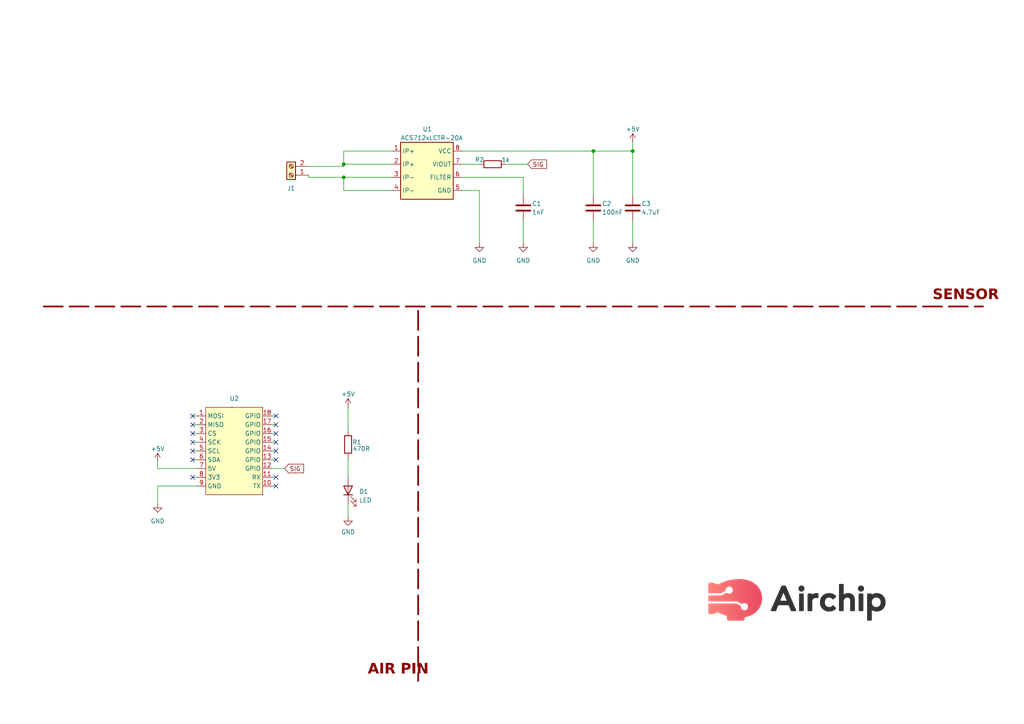
<source format=kicad_sch>
(kicad_sch
	(version 20231120)
	(generator "eeschema")
	(generator_version "8.0")
	(uuid "14d4f04b-b467-4c9b-904a-315cdfd0e8d1")
	(paper "A4")
	(lib_symbols
		(symbol "Connector:Screw_Terminal_01x02"
			(pin_names
				(offset 1.016) hide)
			(exclude_from_sim no)
			(in_bom yes)
			(on_board yes)
			(property "Reference" "J"
				(at 0 2.54 0)
				(effects
					(font
						(size 1.27 1.27)
					)
				)
			)
			(property "Value" "Screw_Terminal_01x02"
				(at 0 -5.08 0)
				(effects
					(font
						(size 1.27 1.27)
					)
				)
			)
			(property "Footprint" ""
				(at 0 0 0)
				(effects
					(font
						(size 1.27 1.27)
					)
					(hide yes)
				)
			)
			(property "Datasheet" "~"
				(at 0 0 0)
				(effects
					(font
						(size 1.27 1.27)
					)
					(hide yes)
				)
			)
			(property "Description" "Generic screw terminal, single row, 01x02, script generated (kicad-library-utils/schlib/autogen/connector/)"
				(at 0 0 0)
				(effects
					(font
						(size 1.27 1.27)
					)
					(hide yes)
				)
			)
			(property "ki_keywords" "screw terminal"
				(at 0 0 0)
				(effects
					(font
						(size 1.27 1.27)
					)
					(hide yes)
				)
			)
			(property "ki_fp_filters" "TerminalBlock*:*"
				(at 0 0 0)
				(effects
					(font
						(size 1.27 1.27)
					)
					(hide yes)
				)
			)
			(symbol "Screw_Terminal_01x02_1_1"
				(rectangle
					(start -1.27 1.27)
					(end 1.27 -3.81)
					(stroke
						(width 0.254)
						(type default)
					)
					(fill
						(type background)
					)
				)
				(circle
					(center 0 -2.54)
					(radius 0.635)
					(stroke
						(width 0.1524)
						(type default)
					)
					(fill
						(type none)
					)
				)
				(polyline
					(pts
						(xy -0.5334 -2.2098) (xy 0.3302 -3.048)
					)
					(stroke
						(width 0.1524)
						(type default)
					)
					(fill
						(type none)
					)
				)
				(polyline
					(pts
						(xy -0.5334 0.3302) (xy 0.3302 -0.508)
					)
					(stroke
						(width 0.1524)
						(type default)
					)
					(fill
						(type none)
					)
				)
				(polyline
					(pts
						(xy -0.3556 -2.032) (xy 0.508 -2.8702)
					)
					(stroke
						(width 0.1524)
						(type default)
					)
					(fill
						(type none)
					)
				)
				(polyline
					(pts
						(xy -0.3556 0.508) (xy 0.508 -0.3302)
					)
					(stroke
						(width 0.1524)
						(type default)
					)
					(fill
						(type none)
					)
				)
				(circle
					(center 0 0)
					(radius 0.635)
					(stroke
						(width 0.1524)
						(type default)
					)
					(fill
						(type none)
					)
				)
				(pin passive line
					(at -5.08 0 0)
					(length 3.81)
					(name "Pin_1"
						(effects
							(font
								(size 1.27 1.27)
							)
						)
					)
					(number "1"
						(effects
							(font
								(size 1.27 1.27)
							)
						)
					)
				)
				(pin passive line
					(at -5.08 -2.54 0)
					(length 3.81)
					(name "Pin_2"
						(effects
							(font
								(size 1.27 1.27)
							)
						)
					)
					(number "2"
						(effects
							(font
								(size 1.27 1.27)
							)
						)
					)
				)
			)
		)
		(symbol "Device:C"
			(pin_numbers hide)
			(pin_names
				(offset 0.254)
			)
			(exclude_from_sim no)
			(in_bom yes)
			(on_board yes)
			(property "Reference" "C"
				(at 0.635 2.54 0)
				(effects
					(font
						(size 1.27 1.27)
					)
					(justify left)
				)
			)
			(property "Value" "C"
				(at 0.635 -2.54 0)
				(effects
					(font
						(size 1.27 1.27)
					)
					(justify left)
				)
			)
			(property "Footprint" ""
				(at 0.9652 -3.81 0)
				(effects
					(font
						(size 1.27 1.27)
					)
					(hide yes)
				)
			)
			(property "Datasheet" "~"
				(at 0 0 0)
				(effects
					(font
						(size 1.27 1.27)
					)
					(hide yes)
				)
			)
			(property "Description" "Unpolarized capacitor"
				(at 0 0 0)
				(effects
					(font
						(size 1.27 1.27)
					)
					(hide yes)
				)
			)
			(property "ki_keywords" "cap capacitor"
				(at 0 0 0)
				(effects
					(font
						(size 1.27 1.27)
					)
					(hide yes)
				)
			)
			(property "ki_fp_filters" "C_*"
				(at 0 0 0)
				(effects
					(font
						(size 1.27 1.27)
					)
					(hide yes)
				)
			)
			(symbol "C_0_1"
				(polyline
					(pts
						(xy -2.032 -0.762) (xy 2.032 -0.762)
					)
					(stroke
						(width 0.508)
						(type default)
					)
					(fill
						(type none)
					)
				)
				(polyline
					(pts
						(xy -2.032 0.762) (xy 2.032 0.762)
					)
					(stroke
						(width 0.508)
						(type default)
					)
					(fill
						(type none)
					)
				)
			)
			(symbol "C_1_1"
				(pin passive line
					(at 0 3.81 270)
					(length 2.794)
					(name "~"
						(effects
							(font
								(size 1.27 1.27)
							)
						)
					)
					(number "1"
						(effects
							(font
								(size 1.27 1.27)
							)
						)
					)
				)
				(pin passive line
					(at 0 -3.81 90)
					(length 2.794)
					(name "~"
						(effects
							(font
								(size 1.27 1.27)
							)
						)
					)
					(number "2"
						(effects
							(font
								(size 1.27 1.27)
							)
						)
					)
				)
			)
		)
		(symbol "Device:LED"
			(pin_numbers hide)
			(pin_names
				(offset 1.016) hide)
			(exclude_from_sim no)
			(in_bom yes)
			(on_board yes)
			(property "Reference" "D"
				(at 0 2.54 0)
				(effects
					(font
						(size 1.27 1.27)
					)
				)
			)
			(property "Value" "LED"
				(at 0 -2.54 0)
				(effects
					(font
						(size 1.27 1.27)
					)
				)
			)
			(property "Footprint" ""
				(at 0 0 0)
				(effects
					(font
						(size 1.27 1.27)
					)
					(hide yes)
				)
			)
			(property "Datasheet" "~"
				(at 0 0 0)
				(effects
					(font
						(size 1.27 1.27)
					)
					(hide yes)
				)
			)
			(property "Description" "Light emitting diode"
				(at 0 0 0)
				(effects
					(font
						(size 1.27 1.27)
					)
					(hide yes)
				)
			)
			(property "ki_keywords" "LED diode"
				(at 0 0 0)
				(effects
					(font
						(size 1.27 1.27)
					)
					(hide yes)
				)
			)
			(property "ki_fp_filters" "LED* LED_SMD:* LED_THT:*"
				(at 0 0 0)
				(effects
					(font
						(size 1.27 1.27)
					)
					(hide yes)
				)
			)
			(symbol "LED_0_1"
				(polyline
					(pts
						(xy -1.27 -1.27) (xy -1.27 1.27)
					)
					(stroke
						(width 0.254)
						(type default)
					)
					(fill
						(type none)
					)
				)
				(polyline
					(pts
						(xy -1.27 0) (xy 1.27 0)
					)
					(stroke
						(width 0)
						(type default)
					)
					(fill
						(type none)
					)
				)
				(polyline
					(pts
						(xy 1.27 -1.27) (xy 1.27 1.27) (xy -1.27 0) (xy 1.27 -1.27)
					)
					(stroke
						(width 0.254)
						(type default)
					)
					(fill
						(type none)
					)
				)
				(polyline
					(pts
						(xy -3.048 -0.762) (xy -4.572 -2.286) (xy -3.81 -2.286) (xy -4.572 -2.286) (xy -4.572 -1.524)
					)
					(stroke
						(width 0)
						(type default)
					)
					(fill
						(type none)
					)
				)
				(polyline
					(pts
						(xy -1.778 -0.762) (xy -3.302 -2.286) (xy -2.54 -2.286) (xy -3.302 -2.286) (xy -3.302 -1.524)
					)
					(stroke
						(width 0)
						(type default)
					)
					(fill
						(type none)
					)
				)
			)
			(symbol "LED_1_1"
				(pin passive line
					(at -3.81 0 0)
					(length 2.54)
					(name "K"
						(effects
							(font
								(size 1.27 1.27)
							)
						)
					)
					(number "1"
						(effects
							(font
								(size 1.27 1.27)
							)
						)
					)
				)
				(pin passive line
					(at 3.81 0 180)
					(length 2.54)
					(name "A"
						(effects
							(font
								(size 1.27 1.27)
							)
						)
					)
					(number "2"
						(effects
							(font
								(size 1.27 1.27)
							)
						)
					)
				)
			)
		)
		(symbol "Device:R"
			(pin_numbers hide)
			(pin_names
				(offset 0)
			)
			(exclude_from_sim no)
			(in_bom yes)
			(on_board yes)
			(property "Reference" "R"
				(at 2.032 0 90)
				(effects
					(font
						(size 1.27 1.27)
					)
				)
			)
			(property "Value" "R"
				(at 0 0 90)
				(effects
					(font
						(size 1.27 1.27)
					)
				)
			)
			(property "Footprint" ""
				(at -1.778 0 90)
				(effects
					(font
						(size 1.27 1.27)
					)
					(hide yes)
				)
			)
			(property "Datasheet" "~"
				(at 0 0 0)
				(effects
					(font
						(size 1.27 1.27)
					)
					(hide yes)
				)
			)
			(property "Description" "Resistor"
				(at 0 0 0)
				(effects
					(font
						(size 1.27 1.27)
					)
					(hide yes)
				)
			)
			(property "ki_keywords" "R res resistor"
				(at 0 0 0)
				(effects
					(font
						(size 1.27 1.27)
					)
					(hide yes)
				)
			)
			(property "ki_fp_filters" "R_*"
				(at 0 0 0)
				(effects
					(font
						(size 1.27 1.27)
					)
					(hide yes)
				)
			)
			(symbol "R_0_1"
				(rectangle
					(start -1.016 -2.54)
					(end 1.016 2.54)
					(stroke
						(width 0.254)
						(type default)
					)
					(fill
						(type none)
					)
				)
			)
			(symbol "R_1_1"
				(pin passive line
					(at 0 3.81 270)
					(length 1.27)
					(name "~"
						(effects
							(font
								(size 1.27 1.27)
							)
						)
					)
					(number "1"
						(effects
							(font
								(size 1.27 1.27)
							)
						)
					)
				)
				(pin passive line
					(at 0 -3.81 90)
					(length 1.27)
					(name "~"
						(effects
							(font
								(size 1.27 1.27)
							)
						)
					)
					(number "2"
						(effects
							(font
								(size 1.27 1.27)
							)
						)
					)
				)
			)
		)
		(symbol "Sensor_Current:ACS712xLCTR-20A"
			(exclude_from_sim no)
			(in_bom yes)
			(on_board yes)
			(property "Reference" "U1"
				(at -1.27 11.43 0)
				(effects
					(font
						(size 1.27 1.27)
					)
					(justify left)
				)
			)
			(property "Value" "ACS712xLCTR-20A"
				(at -7.62 8.89 0)
				(effects
					(font
						(size 1.27 1.27)
					)
					(justify left)
				)
			)
			(property "Footprint" "Package_SO:SOIC-8_3.9x4.9mm_P1.27mm"
				(at 0 12.7 0)
				(effects
					(font
						(size 1.27 1.27)
						(italic yes)
					)
					(justify left)
					(hide yes)
				)
			)
			(property "Datasheet" "http://www.allegromicro.com/~/media/Files/Datasheets/ACS712-Datasheet.ashx?la=en"
				(at 0 12.7 0)
				(effects
					(font
						(size 1.27 1.27)
					)
					(hide yes)
				)
			)
			(property "Description" "±20A Bidirectional Hall-Effect Current Sensor, +5.0V supply, 100mV/A, SOIC-8"
				(at 0 0 0)
				(effects
					(font
						(size 1.27 1.27)
					)
					(hide yes)
				)
			)
			(property "ki_keywords" "hall effect current monitor sensor isolated"
				(at 0 0 0)
				(effects
					(font
						(size 1.27 1.27)
					)
					(hide yes)
				)
			)
			(property "ki_fp_filters" "SOIC*3.9x4.9m*P1.27mm*"
				(at 0 0 0)
				(effects
					(font
						(size 1.27 1.27)
					)
					(hide yes)
				)
			)
			(symbol "ACS712xLCTR-20A_0_1"
				(rectangle
					(start -7.62 7.62)
					(end 7.62 -8.89)
					(stroke
						(width 0.254)
						(type default)
					)
					(fill
						(type background)
					)
				)
			)
			(symbol "ACS712xLCTR-20A_1_1"
				(pin passive line
					(at -10.16 5.08 0)
					(length 2.54)
					(name "IP+"
						(effects
							(font
								(size 1.27 1.27)
							)
						)
					)
					(number "1"
						(effects
							(font
								(size 1.27 1.27)
							)
						)
					)
				)
				(pin passive line
					(at -10.16 1.27 0)
					(length 2.54)
					(name "IP+"
						(effects
							(font
								(size 1.27 1.27)
							)
						)
					)
					(number "2"
						(effects
							(font
								(size 1.27 1.27)
							)
						)
					)
				)
				(pin passive line
					(at -10.16 -2.54 0)
					(length 2.54)
					(name "IP-"
						(effects
							(font
								(size 1.27 1.27)
							)
						)
					)
					(number "3"
						(effects
							(font
								(size 1.27 1.27)
							)
						)
					)
				)
				(pin passive line
					(at -10.16 -6.35 0)
					(length 2.54)
					(name "IP-"
						(effects
							(font
								(size 1.27 1.27)
							)
						)
					)
					(number "4"
						(effects
							(font
								(size 1.27 1.27)
							)
						)
					)
				)
				(pin power_in line
					(at 10.16 -6.35 180)
					(length 2.54)
					(name "GND"
						(effects
							(font
								(size 1.27 1.27)
							)
						)
					)
					(number "5"
						(effects
							(font
								(size 1.27 1.27)
							)
						)
					)
				)
				(pin passive line
					(at 10.16 -2.54 180)
					(length 2.54)
					(name "FILTER"
						(effects
							(font
								(size 1.27 1.27)
							)
						)
					)
					(number "6"
						(effects
							(font
								(size 1.27 1.27)
							)
						)
					)
				)
				(pin output line
					(at 10.16 1.27 180)
					(length 2.54)
					(name "VIOUT"
						(effects
							(font
								(size 1.27 1.27)
							)
						)
					)
					(number "7"
						(effects
							(font
								(size 1.27 1.27)
							)
						)
					)
				)
				(pin power_in line
					(at 10.16 5.08 180)
					(length 2.54)
					(name "VCC"
						(effects
							(font
								(size 1.27 1.27)
							)
						)
					)
					(number "8"
						(effects
							(font
								(size 1.27 1.27)
							)
						)
					)
				)
			)
		)
		(symbol "air_modül:air_module"
			(exclude_from_sim no)
			(in_bom yes)
			(on_board yes)
			(property "Reference" "U"
				(at 0 1.27 0)
				(effects
					(font
						(size 1.27 1.27)
					)
				)
			)
			(property "Value" ""
				(at 0 0 0)
				(effects
					(font
						(size 1.27 1.27)
					)
				)
			)
			(property "Footprint" ""
				(at 0 0 0)
				(effects
					(font
						(size 1.27 1.27)
					)
					(hide yes)
				)
			)
			(property "Datasheet" ""
				(at 0 0 0)
				(effects
					(font
						(size 1.27 1.27)
					)
					(hide yes)
				)
			)
			(property "Description" ""
				(at 0 0 0)
				(effects
					(font
						(size 1.27 1.27)
					)
					(hide yes)
				)
			)
			(symbol "air_module_1_1"
				(rectangle
					(start -7.62 0)
					(end 8.89 -25.4)
					(stroke
						(width 0)
						(type default)
					)
					(fill
						(type background)
					)
				)
				(pin input line
					(at -10.16 -2.54 0)
					(length 2.54)
					(name "MOSI"
						(effects
							(font
								(size 1.27 1.27)
							)
						)
					)
					(number "1"
						(effects
							(font
								(size 1.27 1.27)
							)
						)
					)
				)
				(pin input line
					(at 11.43 -22.86 180)
					(length 2.54)
					(name "TX"
						(effects
							(font
								(size 1.27 1.27)
							)
						)
					)
					(number "10"
						(effects
							(font
								(size 1.27 1.27)
							)
						)
					)
				)
				(pin input line
					(at 11.43 -20.32 180)
					(length 2.54)
					(name "RX"
						(effects
							(font
								(size 1.27 1.27)
							)
						)
					)
					(number "11"
						(effects
							(font
								(size 1.27 1.27)
							)
						)
					)
				)
				(pin input line
					(at 11.43 -17.78 180)
					(length 2.54)
					(name "GPIO"
						(effects
							(font
								(size 1.27 1.27)
							)
						)
					)
					(number "12"
						(effects
							(font
								(size 1.27 1.27)
							)
						)
					)
				)
				(pin input line
					(at 11.43 -15.24 180)
					(length 2.54)
					(name "GPIO"
						(effects
							(font
								(size 1.27 1.27)
							)
						)
					)
					(number "13"
						(effects
							(font
								(size 1.27 1.27)
							)
						)
					)
				)
				(pin input line
					(at 11.43 -12.7 180)
					(length 2.54)
					(name "GPIO"
						(effects
							(font
								(size 1.27 1.27)
							)
						)
					)
					(number "14"
						(effects
							(font
								(size 1.27 1.27)
							)
						)
					)
				)
				(pin input line
					(at 11.43 -10.16 180)
					(length 2.54)
					(name "GPIO"
						(effects
							(font
								(size 1.27 1.27)
							)
						)
					)
					(number "15"
						(effects
							(font
								(size 1.27 1.27)
							)
						)
					)
				)
				(pin input line
					(at 11.43 -7.62 180)
					(length 2.54)
					(name "GPIO"
						(effects
							(font
								(size 1.27 1.27)
							)
						)
					)
					(number "16"
						(effects
							(font
								(size 1.27 1.27)
							)
						)
					)
				)
				(pin input line
					(at 11.43 -5.08 180)
					(length 2.54)
					(name "GPIO"
						(effects
							(font
								(size 1.27 1.27)
							)
						)
					)
					(number "17"
						(effects
							(font
								(size 1.27 1.27)
							)
						)
					)
				)
				(pin input line
					(at 11.43 -2.54 180)
					(length 2.54)
					(name "GPIO"
						(effects
							(font
								(size 1.27 1.27)
							)
						)
					)
					(number "18"
						(effects
							(font
								(size 1.27 1.27)
							)
						)
					)
				)
				(pin input line
					(at -10.16 -5.08 0)
					(length 2.54)
					(name "MISO"
						(effects
							(font
								(size 1.27 1.27)
							)
						)
					)
					(number "2"
						(effects
							(font
								(size 1.27 1.27)
							)
						)
					)
				)
				(pin input line
					(at -10.16 -7.62 0)
					(length 2.54)
					(name "CS"
						(effects
							(font
								(size 1.27 1.27)
							)
						)
					)
					(number "3"
						(effects
							(font
								(size 1.27 1.27)
							)
						)
					)
				)
				(pin input line
					(at -10.16 -10.16 0)
					(length 2.54)
					(name "SCK"
						(effects
							(font
								(size 1.27 1.27)
							)
						)
					)
					(number "4"
						(effects
							(font
								(size 1.27 1.27)
							)
						)
					)
				)
				(pin input line
					(at -10.16 -12.7 0)
					(length 2.54)
					(name "SCL"
						(effects
							(font
								(size 1.27 1.27)
							)
						)
					)
					(number "5"
						(effects
							(font
								(size 1.27 1.27)
							)
						)
					)
				)
				(pin input line
					(at -10.16 -15.24 0)
					(length 2.54)
					(name "SDA"
						(effects
							(font
								(size 1.27 1.27)
							)
						)
					)
					(number "6"
						(effects
							(font
								(size 1.27 1.27)
							)
						)
					)
				)
				(pin input line
					(at -10.16 -17.78 0)
					(length 2.54)
					(name "5V"
						(effects
							(font
								(size 1.27 1.27)
							)
						)
					)
					(number "7"
						(effects
							(font
								(size 1.27 1.27)
							)
						)
					)
				)
				(pin input line
					(at -10.16 -20.32 0)
					(length 2.54)
					(name "3V3"
						(effects
							(font
								(size 1.27 1.27)
							)
						)
					)
					(number "8"
						(effects
							(font
								(size 1.27 1.27)
							)
						)
					)
				)
				(pin input line
					(at -10.16 -22.86 0)
					(length 2.54)
					(name "GND"
						(effects
							(font
								(size 1.27 1.27)
							)
						)
					)
					(number "9"
						(effects
							(font
								(size 1.27 1.27)
							)
						)
					)
				)
			)
		)
		(symbol "power:+5V"
			(power)
			(pin_names
				(offset 0)
			)
			(exclude_from_sim no)
			(in_bom yes)
			(on_board yes)
			(property "Reference" "#PWR"
				(at 0 -3.81 0)
				(effects
					(font
						(size 1.27 1.27)
					)
					(hide yes)
				)
			)
			(property "Value" "+5V"
				(at 0 3.556 0)
				(effects
					(font
						(size 1.27 1.27)
					)
				)
			)
			(property "Footprint" ""
				(at 0 0 0)
				(effects
					(font
						(size 1.27 1.27)
					)
					(hide yes)
				)
			)
			(property "Datasheet" ""
				(at 0 0 0)
				(effects
					(font
						(size 1.27 1.27)
					)
					(hide yes)
				)
			)
			(property "Description" "Power symbol creates a global label with name \"+5V\""
				(at 0 0 0)
				(effects
					(font
						(size 1.27 1.27)
					)
					(hide yes)
				)
			)
			(property "ki_keywords" "global power"
				(at 0 0 0)
				(effects
					(font
						(size 1.27 1.27)
					)
					(hide yes)
				)
			)
			(symbol "+5V_0_1"
				(polyline
					(pts
						(xy -0.762 1.27) (xy 0 2.54)
					)
					(stroke
						(width 0)
						(type default)
					)
					(fill
						(type none)
					)
				)
				(polyline
					(pts
						(xy 0 0) (xy 0 2.54)
					)
					(stroke
						(width 0)
						(type default)
					)
					(fill
						(type none)
					)
				)
				(polyline
					(pts
						(xy 0 2.54) (xy 0.762 1.27)
					)
					(stroke
						(width 0)
						(type default)
					)
					(fill
						(type none)
					)
				)
			)
			(symbol "+5V_1_1"
				(pin power_in line
					(at 0 0 90)
					(length 0) hide
					(name "+5V"
						(effects
							(font
								(size 1.27 1.27)
							)
						)
					)
					(number "1"
						(effects
							(font
								(size 1.27 1.27)
							)
						)
					)
				)
			)
		)
		(symbol "power:GND"
			(power)
			(pin_names
				(offset 0)
			)
			(exclude_from_sim no)
			(in_bom yes)
			(on_board yes)
			(property "Reference" "#PWR"
				(at 0 -6.35 0)
				(effects
					(font
						(size 1.27 1.27)
					)
					(hide yes)
				)
			)
			(property "Value" "GND"
				(at 0 -3.81 0)
				(effects
					(font
						(size 1.27 1.27)
					)
				)
			)
			(property "Footprint" ""
				(at 0 0 0)
				(effects
					(font
						(size 1.27 1.27)
					)
					(hide yes)
				)
			)
			(property "Datasheet" ""
				(at 0 0 0)
				(effects
					(font
						(size 1.27 1.27)
					)
					(hide yes)
				)
			)
			(property "Description" "Power symbol creates a global label with name \"GND\" , ground"
				(at 0 0 0)
				(effects
					(font
						(size 1.27 1.27)
					)
					(hide yes)
				)
			)
			(property "ki_keywords" "global power"
				(at 0 0 0)
				(effects
					(font
						(size 1.27 1.27)
					)
					(hide yes)
				)
			)
			(symbol "GND_0_1"
				(polyline
					(pts
						(xy 0 0) (xy 0 -1.27) (xy 1.27 -1.27) (xy 0 -2.54) (xy -1.27 -1.27) (xy 0 -1.27)
					)
					(stroke
						(width 0)
						(type default)
					)
					(fill
						(type none)
					)
				)
			)
			(symbol "GND_1_1"
				(pin power_in line
					(at 0 0 270)
					(length 0) hide
					(name "GND"
						(effects
							(font
								(size 1.27 1.27)
							)
						)
					)
					(number "1"
						(effects
							(font
								(size 1.27 1.27)
							)
						)
					)
				)
			)
		)
	)
	(junction
		(at 172.085 43.815)
		(diameter 0)
		(color 0 0 0 0)
		(uuid "232c6748-7390-476e-881f-c90cdf2217e2")
	)
	(junction
		(at 183.515 43.815)
		(diameter 0)
		(color 0 0 0 0)
		(uuid "c722baa3-2afd-4f1d-ad0f-b8226a78660f")
	)
	(junction
		(at 99.695 51.435)
		(diameter 0)
		(color 0 0 0 0)
		(uuid "dc906597-d842-43e2-a9dd-17e5f6fb3ea8")
	)
	(junction
		(at 99.695 47.625)
		(diameter 0)
		(color 0 0 0 0)
		(uuid "fe3e3d62-8ed3-43f9-a2a6-94e2ac19d962")
	)
	(no_connect
		(at 55.88 125.73)
		(uuid "2434855c-b565-4b1b-a13c-8f6f37cef26b")
	)
	(no_connect
		(at 80.01 123.19)
		(uuid "2b08cd14-c70a-4a11-b269-f9f682ad9272")
	)
	(no_connect
		(at 80.01 138.43)
		(uuid "51460101-8f38-4c6e-b6cb-541a5f47c422")
	)
	(no_connect
		(at 80.01 133.35)
		(uuid "56af130c-88d6-4ad0-a0e8-6b96373ab99d")
	)
	(no_connect
		(at 55.88 128.27)
		(uuid "5870776f-8dcc-4021-bf6f-38b6a794d930")
	)
	(no_connect
		(at 55.88 138.43)
		(uuid "8e346bc9-a0d3-448e-b829-1786c125c2c7")
	)
	(no_connect
		(at 80.01 130.81)
		(uuid "95a6e228-ab2d-4adc-992e-1de814cc3cd2")
	)
	(no_connect
		(at 80.01 125.73)
		(uuid "97801833-3385-4d4a-b134-e62abc02318f")
	)
	(no_connect
		(at 55.88 123.19)
		(uuid "9b66c28f-a5ee-4ced-8943-d9ce1367406e")
	)
	(no_connect
		(at 80.01 140.97)
		(uuid "ba22c1f0-6837-4695-83a5-dc5133e37d4c")
	)
	(no_connect
		(at 80.01 128.27)
		(uuid "c03e5c16-0f52-4e25-8a12-a804e31b8cc4")
	)
	(no_connect
		(at 55.88 130.81)
		(uuid "cc7fda72-3801-4564-9b93-08da3e10261a")
	)
	(no_connect
		(at 55.88 133.35)
		(uuid "eb1418b0-3296-4918-ac2d-c1e0c40dbc53")
	)
	(no_connect
		(at 55.88 120.65)
		(uuid "eef35334-6672-47cd-9b9b-de64bf8deab3")
	)
	(no_connect
		(at 80.01 120.65)
		(uuid "f1664064-9f52-48ba-b753-55d053ac55af")
	)
	(wire
		(pts
			(xy 89.535 48.26) (xy 99.695 48.26)
		)
		(stroke
			(width 0)
			(type default)
		)
		(uuid "05c27710-5f63-4119-bae1-82512d202cee")
	)
	(wire
		(pts
			(xy 172.085 43.815) (xy 172.085 56.515)
		)
		(stroke
			(width 0)
			(type default)
		)
		(uuid "07175108-86dc-4201-8112-09c44ef90154")
	)
	(wire
		(pts
			(xy 55.88 133.35) (xy 57.15 133.35)
		)
		(stroke
			(width 0)
			(type default)
		)
		(uuid "139b16e5-6d9c-4d8e-87da-b9246f7b3fd3")
	)
	(wire
		(pts
			(xy 99.695 51.435) (xy 113.665 51.435)
		)
		(stroke
			(width 0)
			(type default)
		)
		(uuid "18a123da-1d05-4128-9374-80d63b4aafa9")
	)
	(wire
		(pts
			(xy 133.985 51.435) (xy 151.765 51.435)
		)
		(stroke
			(width 0)
			(type default)
		)
		(uuid "1a5f1b01-6ddf-4152-a3be-53e27053655c")
	)
	(wire
		(pts
			(xy 55.88 138.43) (xy 57.15 138.43)
		)
		(stroke
			(width 0)
			(type default)
		)
		(uuid "1e1fea75-9195-49ac-a3db-64802fc4b262")
	)
	(wire
		(pts
			(xy 55.88 120.65) (xy 57.15 120.65)
		)
		(stroke
			(width 0)
			(type default)
		)
		(uuid "22adf1a4-0749-4a41-acbb-07625e036116")
	)
	(wire
		(pts
			(xy 172.085 43.815) (xy 183.515 43.815)
		)
		(stroke
			(width 0)
			(type default)
		)
		(uuid "271aedfe-00ed-4d3f-89d3-c543b96189cf")
	)
	(wire
		(pts
			(xy 133.985 55.245) (xy 139.065 55.245)
		)
		(stroke
			(width 0)
			(type default)
		)
		(uuid "28916aad-9bff-496a-ac6e-6883d3f675a4")
	)
	(wire
		(pts
			(xy 45.72 140.97) (xy 57.15 140.97)
		)
		(stroke
			(width 0)
			(type default)
		)
		(uuid "2a58d5a4-ddbd-446e-aba4-b0d462629e37")
	)
	(wire
		(pts
			(xy 45.72 146.05) (xy 45.72 140.97)
		)
		(stroke
			(width 0)
			(type default)
		)
		(uuid "2d1c8f80-396b-4f28-b028-981fd849a652")
	)
	(wire
		(pts
			(xy 113.665 47.625) (xy 99.695 47.625)
		)
		(stroke
			(width 0)
			(type default)
		)
		(uuid "396219e3-8394-4433-be1e-ad9f86d24196")
	)
	(wire
		(pts
			(xy 80.01 123.19) (xy 78.74 123.19)
		)
		(stroke
			(width 0)
			(type default)
		)
		(uuid "4627e15b-8551-4418-a71b-5a57dd7134f0")
	)
	(wire
		(pts
			(xy 99.695 43.815) (xy 99.695 47.625)
		)
		(stroke
			(width 0)
			(type default)
		)
		(uuid "46e4c707-ec26-46b7-b38e-3e4306571fb4")
	)
	(wire
		(pts
			(xy 80.01 125.73) (xy 78.74 125.73)
		)
		(stroke
			(width 0)
			(type default)
		)
		(uuid "484358d5-bc92-46cf-bd42-bc12401b0837")
	)
	(wire
		(pts
			(xy 80.01 133.35) (xy 78.74 133.35)
		)
		(stroke
			(width 0)
			(type default)
		)
		(uuid "4dbcb003-dbd4-46b4-9b0b-7b949ef81a14")
	)
	(wire
		(pts
			(xy 99.695 51.435) (xy 99.695 55.245)
		)
		(stroke
			(width 0)
			(type default)
		)
		(uuid "5c4eee70-7458-4cd7-82d6-9ffa272f1ac0")
	)
	(wire
		(pts
			(xy 183.515 64.135) (xy 183.515 70.485)
		)
		(stroke
			(width 0)
			(type default)
		)
		(uuid "66449d75-d7c9-4ac1-8665-67eb32dccdf6")
	)
	(wire
		(pts
			(xy 55.88 125.73) (xy 57.15 125.73)
		)
		(stroke
			(width 0)
			(type default)
		)
		(uuid "67c5cf70-8cb5-426e-a76e-73142f722ed5")
	)
	(wire
		(pts
			(xy 80.01 138.43) (xy 78.74 138.43)
		)
		(stroke
			(width 0)
			(type default)
		)
		(uuid "6ac57c40-4049-44e6-8ec6-8bea99269a85")
	)
	(wire
		(pts
			(xy 80.01 128.27) (xy 78.74 128.27)
		)
		(stroke
			(width 0)
			(type default)
		)
		(uuid "6c5d7352-04fc-4e04-b1ff-e566b1dc2dab")
	)
	(wire
		(pts
			(xy 133.985 47.625) (xy 139.065 47.625)
		)
		(stroke
			(width 0)
			(type default)
		)
		(uuid "6d9a83b2-22d8-489e-b4b2-abd607c05005")
	)
	(wire
		(pts
			(xy 55.88 128.27) (xy 57.15 128.27)
		)
		(stroke
			(width 0)
			(type default)
		)
		(uuid "6e0c0b11-99f2-4d80-b415-3fba14e24592")
	)
	(wire
		(pts
			(xy 99.695 55.245) (xy 113.665 55.245)
		)
		(stroke
			(width 0)
			(type default)
		)
		(uuid "70df9f04-52c2-4343-b5f7-57cd459df2ab")
	)
	(polyline
		(pts
			(xy 12.7 88.9) (xy 285.115 88.9)
		)
		(stroke
			(width 0.5)
			(type dash)
			(color 132 0 0 1)
		)
		(uuid "75ba1fed-bc4e-4c75-ad72-fe34382d3972")
	)
	(wire
		(pts
			(xy 89.535 51.435) (xy 99.695 51.435)
		)
		(stroke
			(width 0)
			(type default)
		)
		(uuid "7c72f84e-ef22-40eb-9f3c-cb0a75aafce3")
	)
	(wire
		(pts
			(xy 45.72 133.985) (xy 45.72 135.89)
		)
		(stroke
			(width 0)
			(type default)
		)
		(uuid "82600037-791c-4c8b-ad45-3aa12a172f36")
	)
	(wire
		(pts
			(xy 100.965 132.715) (xy 100.965 138.43)
		)
		(stroke
			(width 0)
			(type default)
		)
		(uuid "8b85744a-da93-446b-934c-0ce3d5a125ff")
	)
	(wire
		(pts
			(xy 113.665 43.815) (xy 99.695 43.815)
		)
		(stroke
			(width 0)
			(type default)
		)
		(uuid "93f81e59-bc8c-4078-9132-c41866deb808")
	)
	(polyline
		(pts
			(xy 121.285 90.17) (xy 121.285 197.485)
		)
		(stroke
			(width 0.5)
			(type dash)
			(color 132 0 0 1)
		)
		(uuid "a129233f-67bb-4e5a-9a78-c13d109067a8")
	)
	(wire
		(pts
			(xy 146.685 47.625) (xy 153.035 47.625)
		)
		(stroke
			(width 0)
			(type default)
		)
		(uuid "b143d9d8-16a5-49ee-afe1-537baaeab16c")
	)
	(wire
		(pts
			(xy 139.065 55.245) (xy 139.065 70.485)
		)
		(stroke
			(width 0)
			(type default)
		)
		(uuid "b37ec787-190b-481d-a211-e645a033af7b")
	)
	(wire
		(pts
			(xy 100.965 118.11) (xy 100.965 125.095)
		)
		(stroke
			(width 0)
			(type default)
		)
		(uuid "b5b09199-d02e-4fcf-a7b4-49f598b834a1")
	)
	(wire
		(pts
			(xy 55.88 123.19) (xy 57.15 123.19)
		)
		(stroke
			(width 0)
			(type default)
		)
		(uuid "b676fa74-72b6-4ac5-bf78-292abd36f014")
	)
	(wire
		(pts
			(xy 80.01 130.81) (xy 78.74 130.81)
		)
		(stroke
			(width 0)
			(type default)
		)
		(uuid "bbc98beb-be6b-42b2-b272-96f032c5b5a4")
	)
	(wire
		(pts
			(xy 183.515 41.275) (xy 183.515 43.815)
		)
		(stroke
			(width 0)
			(type default)
		)
		(uuid "bcc2b464-7898-4a9a-8183-c55b7b235076")
	)
	(wire
		(pts
			(xy 78.74 135.89) (xy 82.55 135.89)
		)
		(stroke
			(width 0)
			(type default)
		)
		(uuid "cbf540e4-4843-44ab-b773-116de9756341")
	)
	(wire
		(pts
			(xy 80.01 140.97) (xy 78.74 140.97)
		)
		(stroke
			(width 0)
			(type default)
		)
		(uuid "cc3465c9-4747-42c1-bb84-48ef9c846eea")
	)
	(wire
		(pts
			(xy 133.985 43.815) (xy 172.085 43.815)
		)
		(stroke
			(width 0)
			(type default)
		)
		(uuid "da11f0d2-29d7-40a1-8635-08329957daa3")
	)
	(wire
		(pts
			(xy 89.535 51.435) (xy 89.535 50.8)
		)
		(stroke
			(width 0)
			(type default)
		)
		(uuid "df6a8df8-a55b-438b-85d4-a31d28eef2b3")
	)
	(wire
		(pts
			(xy 151.765 64.135) (xy 151.765 70.485)
		)
		(stroke
			(width 0)
			(type default)
		)
		(uuid "e6d061a4-7e4d-40b6-ab33-7633db054979")
	)
	(wire
		(pts
			(xy 183.515 43.815) (xy 183.515 56.515)
		)
		(stroke
			(width 0)
			(type default)
		)
		(uuid "e9c467c6-cb8c-4f48-9879-b14ad002a28c")
	)
	(wire
		(pts
			(xy 172.085 64.135) (xy 172.085 70.485)
		)
		(stroke
			(width 0)
			(type default)
		)
		(uuid "eca0f5bc-a273-45f0-a5cf-c5ef91990c90")
	)
	(wire
		(pts
			(xy 80.01 120.65) (xy 78.74 120.65)
		)
		(stroke
			(width 0)
			(type default)
		)
		(uuid "f26b0af2-d445-45bd-826c-500a4d8ddfdb")
	)
	(wire
		(pts
			(xy 45.72 135.89) (xy 57.15 135.89)
		)
		(stroke
			(width 0)
			(type default)
		)
		(uuid "f7181e87-22de-4c5f-be30-d7a504621945")
	)
	(wire
		(pts
			(xy 151.765 51.435) (xy 151.765 56.515)
		)
		(stroke
			(width 0)
			(type default)
		)
		(uuid "fab1bf7b-ab0e-43fd-ade2-6c89b6966b06")
	)
	(wire
		(pts
			(xy 55.88 130.81) (xy 57.15 130.81)
		)
		(stroke
			(width 0)
			(type default)
		)
		(uuid "faf277ac-3b88-4887-9140-2d9c533107b2")
	)
	(wire
		(pts
			(xy 100.965 146.05) (xy 100.965 149.86)
		)
		(stroke
			(width 0)
			(type default)
		)
		(uuid "fb88cb1e-e898-4924-8104-e5c1cae20de0")
	)
	(wire
		(pts
			(xy 99.695 47.625) (xy 99.695 48.26)
		)
		(stroke
			(width 0)
			(type default)
		)
		(uuid "fc8d7b83-3835-44e6-8ffe-03a1beccaaef")
	)
	(image
		(at 231.14 173.99)
		(scale 0.303838)
		(uuid "855391fd-e563-45b7-8f6d-f0ab8a557b95")
		(data "iVBORw0KGgoAAAANSUhEUgAAB9AAAAHVCAYAAACpJWDwAAAABHNCSVQICAgIfAhkiAAAIABJREFU"
			"eJzs3XeYnGW9//F3SEKyCS0hARUVBCSKYvuiqKiAokRasKAeRUn4WSghFUTNsYAiICGNA6gQEBso"
			"TfEg6hFE8KjouRFsIAgiiEJCEwhJKJnfH88sKdtmdmfmnvJ+XddcuzzPPfd8dpjMzj6fpwxDkjrQ"
			"ox+ZPhzYnBKbA5sDW5S/dt82BbqATSkxFugqwSbl5SOBzYqZSpsAI4CNgTHFIjYFNuo3QKnXpSuB"
			"J8oDHgWeLsHjwBOUeILi+5XACuAx4N/l77tvD5eXPUiJh4AHgYc2P//MFZU+L5IkSZIkSZIkSZ1s"
			"WO4AklQLj3706E2BZ1NiIvAcYCKw5Tpft4TS+PL3W1GU4X0V2esrrfel95UDLKp+TGn9YZXM2ff8"
			"TwIPQel+4F5gObAMuJcS3cvuA+4G7tv862c9XeWjSZIkSZIkSZIktQULdElN7bGPHb0J8FxKbAPP"
			"3J4LbFOCZwFbU3wdDQxQNA+t7G7hAr3vhT0XPV0qCvV/lG/3UBTrdwJ3UOLOLb5x1oNVppEkSZIk"
			"SZIkSWoJFuiSsnnsYzOGUZTf2wLbQWnb8vfdt+fRfar0SntqC/R+xleWtYKn8BHgb8CdULoduLV8"
			"u22Lb3z5H1XllCRJkiRJkiRJaiIW6JLq6rHDZ4wCdijftn/m+xI7AC+guHZ4WT/VrQV6depboPe3"
			"YAUlbgP+AtwC/An4I3DbFt/88lP9TS1JkiRJkiRJkpSbBbqkIVtxxIzhJXg+8CJgJ0pMAiYBO1Gc"
			"br2nattvC/Tq5CvQ+5rgSYpC/Q/An4GbgN9t8c0v39Pfw0mSJEmSJEmSJDWSBbqkiq04YubGFCX5"
			"zlDaGXgp8EJgp9K6R5IPukC2QN9wQBsV6H1ZTokbgN+VKL4Ct4/71per/YklSZIkSZIkSZKGzAJd"
			"Ug8rjpw5HNgReDnwUkq8FNi5vGx4MWr9frPU53/0wQK9ogEdUKD39vw+BKXfAL8Grgd+M+5bX3mg"
			"ylklSZIkSZIkSZKqZoEudbgVR84cR1GUvxx4WfnrzkDXM4MqKGMt0Ac350ADOrRA722S2yhxPfAL"
			"4FrglnHf/opHqUuSJEmSJEmSpJqyQJc6yIqjZj4LCOAVQFBiV+B5A97RAr2foRbo1U3Q95wDFOgb"
			"Lrof+F/gOopC/Xfjvv2Vp6p8ZEmSJEmSJEmSpPVYoEttasVRs7YCXg2l3Vhbmj9nvUGVFp0W6P0M"
			"tUCvboK+56yyQN/QI8DPgauAqyjxp3EXeIS6JEmSJEmSJEmqjgW61AYenz5rLMUR5bsBrwZeU4Jt"
			"i7XVldKVj7NAr8WcAw2wQB/kvCXuo7tMhx+Nu+Ar/6wylSRJkiRJkiRJ6kAW6FILenz6rB2B1wOv"
			"A3YHXgJstG7BWOrlux4s0C3Q27dA39BNULoCuBL41bgLvvp0FbNJkiRJkiRJkqQOYYEuNbnHp88a"
			"TXFUeXdh/npgYq+DLdAt0Psd39EF+roLHwZ+AlxeKnHF+Au/+nAVM0uSJEmSJEmSpDZmgS41mceP"
			"nrUZRUn+Jkq8CdgVGFXRnS3QLdD7HW+B3mNJiacorp3+PeD74y/86t1VPIokSZIkSZIkSWozFuhS"
			"Zo8fPXs88CZgTyi9AXglsBEwpNLUAn0ok/Q+xgK9t5UtX6BvKAEXAxeNv/Crt1fxiJIkSZIkSZIk"
			"qQ1YoEsN9viM2ZsDb6TEXsBbgJfxzL/FDdo8C/R+V1mgVzu/BXqPJf3PeQNwEXDB+Au/+vcqHl2S"
			"JEmSJEmSJLUoC3SpzlbOmD26BG+kKMv3ojgl+0YVFXwW6P2uskCvdn4L9B5LKp/zeuACSlww/jtf"
			"XVZFEkmSJEmSJEmS1EIs0KUaWzlj9jCKo8rfVr69oQSjewy0QK8ukAV6dSzQK1pYRYHePcVTwP8A"
			"3wC+N/47X11Z5QySJEmSJEmSJKmJWaBLNbBy5uxnUWIfisL8rcDEdddXXvRaoFcz3gK92vkt0Hss"
			"Gdrz+ihwMZTOG/+ds6+rciZJkiRJkiRJktSELNClQVg5c/Zw4HXAZGBf4JVV99QW6NUFskCvjgV6"
			"RQuHWKCvu/BW4Bzg/PHfOdtTvEuSJEmSJEmS1KIs0KUKrZw5ZyLw9uJWmgxssd4AC/Tq5rVAr2iA"
			"Bfog5218gd7tKeByYCnwo/HfOXtNlY8gSZIkSZIkSZIyskCX+rFy1pyXAAdS4gDgtTzzb6a6cs8C"
			"fXBzDrTKAr3a+S3Qeyyp1/NauIMSZwHnjv/u2Q9W+UiSJEmSJEmSJCkDC3RpHStnzRkJvAk4AJgC"
			"bAcMuTS0QB/cnAOtskCvdn4L9B5L6lugd69aBVwInDH+u2f/X5WPKEmSJEmSJEmSGsgCXR1v5aw5"
			"YyhOzX4QRXG+eY9BFugDLrRAH9ycAw2wQB/kvM1VoK/r1yVYAFy25XfPfqrKR5ckSZIkSZIkSXVm"
			"ga6OtHLWnPHAfsA7gcnA6H7vYIE+4EIL9MHNOdAAC/RBztu8BXr3or8Di4ClW3737EerTCFJkiRJ"
			"kiRJkurEAl0dY+XsOVtRFObvosSewIiK72yBPuBCC/TBzTnQAAv0Qc7b/AV6t0cocTawaMuLzv5H"
			"lWkkSZIkSZIkSVKNWaCrra2aPXc8lN4BHFyCvYHhQA3KSAt0C/TazDnQAAv0Qc7bOgV694IngfOB"
			"U7a86Oy/VplKkiRJkiRJkiTViAW62k5RmvMO4GDgLVAaAYMoePsdb4FugV6bOQcaYIE+yHlbr0Dv"
			"tga4CEonbXnROTdVF06SJEmSJEmSJA2VBbrawqo5c7uAAynxfoprmm+8du0GRWSP/6iABfqACy3Q"
			"BzfnQAMs0Ac5b+sW6Osu/D5w/JYXnfO7irJJkiRJkiRJkqQhs0BXy1o1Z+4IitOyf4DiiPOx/ZVb"
			"FuiVZqh0nAV6LeYcaIAF+iDnbY8CvZtFuiRJkiRJkiRJDWKBrpazas7cXYEPAe8DJq630gK9l28t"
			"0KufpPcxFui9rbRAb0CB3u0y4D+3vOicP/f9gJIkSZIkSZIkaSgs0NUSVs2Zuw3FkeaHAjv3OdAC"
			"vZdvLdCrn6T3MRbova20QG9ggV6sKPFN4DNbXnzOnX0/sCRJkiRJkiRJGgwLdDWtVXPnjqHEQRSl"
			"+d7ARgPeyQK9l28t0KufpPcxFui9rbRAb3CB3r3qSeAM4MQtLz7n/r4HS5IkSZIkSZKkaligq+ms"
			"mjs3gP8HvJ8Sm1d1Zwv0Xr61QK9+kt7HWKD3ttICPVOB3u0R4FRgwZYXn/N433eSJEmSJEmSJEmV"
			"sEBXU1g195hxUDqEojh/+TMralhuWaBXmqHScRbotZhzoAEW6IOct3MK9G73AMcB397y4nOq/akk"
			"SZIkSZIkSVKZBbqyWTX3mGHAHsBHgXdCaVSPQRbo1bFAt0Dvd7wFeo8l7VOgd7semLXlxef8ut9R"
			"kiRJkiRJkiSpVxboarjVxxwzHvhQqcTHgBetXVO7Iq63hRbolWaodJwFei3mHGiABfog5+3cAr3b"
			"tynx8S0vOeeeikZLkiRJkiRJkiTAAl0NtPqYY14LHA68B+jqWVxZoFugW6BvOMACfZDzWqBDiceA"
			"40uwaMIl5zxV4b0kSZIkSZIkSepoQyrQ1xz/qS1KJV4KTAK2ADZdZ/VqYOUG3z9MiVXl7x8CHgAe"
			"HH78F1eitrT6mGO6gPcDR7Putc3prbiyQLdAt0DfcIAF+iDntUBf93n9E3DUhEvO+XmF95QkSZIk"
			"SZIkqWNVXaCvOf5TOwAfBPYHXlUqVTlH70XBKuBBYBlwLyXuBu4F/gncDdwJ/G34CSc9Xm1e5bH6"
			"mGO2A44EPgyM622MBXoFCy3Q+11lgV7t/BboPZZ0RoHe7ZvA3AmXnLOswhkkSZIkSZIkSeo4FZff"
			"a46ftxuU/pOiOH9GXcqHvue8F7ijBHcAtwA3A3+mxO0jPn/Sk1UmUY2tPuaYYcCewAzgQGCj/sZb"
			"oFew0AK931UW6NXOb4HeY0lnFehQ7Kw2F0rnT7hkabU/vSRJkiRJkiRJbW/AAn3N8fMmAqcChzas"
			"fBhgzl7Kh6eAW4Eby7ffQemGEZ8/+cEq02kQVh97zCjgEErMBl5S6f0s0CtYaIHe7yoL9Grnt0Dv"
			"saTzCvTulVcBH51wydI7KpxNkiRJkiRJkqSO0G+Bvub4eXsAFwDPLpY0bYHe16i7gV+Xb78Cbhjx"
			"+ZNXDxxSlVh97DETKE7TfhSwVbWlmQV6BQst0PtdZYFe7fwW6D2WdG6BDrAS+AywcMIlS5+ucFZJ"
			"kiRJkiRJktpanwX6muPnTQWWst5puFuuQN/QE8ANlPg5cA3wixFfOPmx/h9NG1p97LEvgtJs4EPA"
			"6GdWWKBXfvdKF1qg97vKAr3a+S3Qeyzp7AK92/XAoRMuWfqXCmeWJEmSJEmSJKlt9Vqgrzlh3uGU"
			"OKvnmpYv0Ddc9TTwf8DVwI+BX474wsleS70Pq4899nXAJ4H9odTztWOBXvndK11ogd7vKgv0aue3"
			"QO+xxAK920pKfApYMuHSpWsqfARJkiRJkiRJktpOjxJ0zQnz3gV8l9K6R553a7sCfUOPAj+lKNN/"
			"OOILJ9/df5L2t/rYY4cBkymK8zeuXTP00swCvYKFFuj9rrJAr3Z+C/QeSyzQN1x0LTB1wqVL/1bh"
			"o0iSJEmSJEmS1FbWK9DXnDDvhcDvgLFZy4d8BfqG424AvleC74088eQ/VHivtrD648eOoMTBwCeA"
			"l/UcYYFe2WP3s8oCvbpAFujVsUCvaKEFeq+LHgOmT7h06fkVPpIkSZIkSZIkSW3jmQJ9zQnzhgO/"
			"BnYF8pYPzVOgr/vlDihdClw48sRTUoUztJzVHz92Y+CDwCcpsUPfIy3QK3vsflZZoFcXyAK9Ohbo"
			"FS20QO930XeAwydcuvThCh9RkiRJkiRJkqSWt26BfhTwX8+ssUDvpXx45rvbKIqFb4888ZSbK5yt"
			"qZWL88OATwHPA+pTRK473AJ94IUW6P2uskCvdn4L9B5LLNAHmvcu4JAJly69rsJHlSRJkiRJkiSp"
			"pQ0DWHPCvC7gb8DWz6yxQO+vQF/X74CvUZTp91c4c9N44uPHdgEfKcExdBfn3SzQ+xlvgW6BXps5"
			"BxpggT7IeS3Qa/m6XQN8Hvj8hEuXPl3ho0uSJEmSJEmS1JK6C/TpwOnrrbFAr7RA7/YkJS6nKNOv"
			"HPnFU5q6ZHiiOOL8YxRHnD+rYUXkusMt0AdeaIHe7yoL9Grnt0DvscQCvZp5r6bEByZctvTeChNI"
			"kiRJkiRJktRyugv03wGvWG+NBXq1Bfq6q/8BnA2cPfKLp/yrwkdriCeOO3YEJaYBn2adI84t0Kud"
			"1wLdAr02cw40wAJ9kPNaoNfrdXsf8N4Jly39eYUpJEmSJEmSJElqKcPWnDBvEnBLjzUW6EMp0Ls9"
			"BXwfOHPkF0+5usJHrYsnjjt2I+AQ4DOU2GHD9Rbo1c5rgW6BXps5BxpggT7IeS3Q6/m6XQN8Fjhx"
			"wmVLq30GJUmSJEmSJElqasN6PX07WKCvM24IBfq6/gAsoMS3R550yhMVJqiJJ4479h3AicCLgbxF"
			"5LrDLdAHXmiB3u8qC/Rq57dA77HEAr26edcf8wPgkAmXLX2kwkSSJEmSJDWliBgBvACYAIzKHKfb"
			"CuDelNLduYNIktRphq05Yd4FwPt6rLFAr3WB3j3mPuC/gC+PPOmU+ytMMihPHPfxNwCnQOn1G2To"
			"JVYvLND7GW+BboFemzkHGmCBPsh5LdAb9br9C3DQhMuW9jyTjSRJkiRJTS4i9gSmA5OBsXnT9Ole"
			"4BJgUUrpr7nDSJLUCYatOWHejcDLe6yxQK9Xgd5tBXAOcOrIk065p8JEFXniuI/vDJwMHNBrMAt0"
			"C/Rq57dA72eoBXp1E/Q9pwX64Ofsb1wDXrePAodOuGzpZZUFkyRJkiQpr4gYT7Ft9h25s1ThSeAk"
			"4ISU0tO5w0iS1M6GrTlh3oPAuB5rLNDrXaB3exJK5wGnjjzpS0Pag/CJ4z6+HfBp4FBgeJ8PaoFu"
			"gV7t/Bbo/Qy1QK9ugr7ntEAf/Jz9jWvc67b0WeDzEy47t9pnVZIkSZKkhomI5wI/A3bMnWWQvge8"
			"J6X0ZO4gkiS1q2FrTphX8bZ1C/S6FOjdC9cAl1Oc3v1nI0/60poKZuOJT3x8I2B3SnwY+ADrFed9"
			"PKgFugV6tfNboPcz1AK9ugn6ntMCffBz9jeugQU6wIXAtAmXnbuqgtkkSZIkSWqoiOgCrgd2yZ1l"
			"iM5KKR2ZO4QkSe3KAr2CB2pQgb6uB0rwI+CXlLgFuJPilO9PABOArYGXArsB+wDPrqrxskC3QK92"
			"fgv0foZaoFc3Qd9zWqAPfs7+xjW4QAe4vgQHTbzs3HsrmFGSJEmSpIaJiJOAT+TOUSN7p5Suyh1C"
			"kqR2ZIFewQNlKNCrL80s0PsZb4FeyfhK5+1roQX64OYcaIAF+iDntUDPWaBTgruAAyZedu7vK5hV"
			"kiRJkqS6i4hxwN3A2NxZauR/U0pvyB1CkqR2tFHuAJIkqe08H7hu+UGH7Z07iCRJkiRJZe+mfcpz"
			"gN0jYvvcISRJakcW6JIkqR42A364/KDDDskdRJIkSZIk4E25A9TBHrkDSJLUjizQJUlSvYwEvrH8"
			"oMPa5fpykiRJkqTWtWPuAHXwgtwBJElqRxbokiSp3k5aftBhpy8/6LBhuYNIkiRJkjpWV+4AdbBZ"
			"7gCSJLUjC3RJktQI0ymORh+RO4gkSZIkSZIkSX2xQJckSY3yAeDS5Qcd1o57/UuSJEmSJEmS2oAF"
			"uiRJaqQDgCuWH3TY5rmDSJIkSZIkSZK0IQt0SZLUaHsBP7FElyRJkiRJkiQ1Gwt0SZKUw2uwRJck"
			"SZIkSZIkNRkLdEmSlMtrgGuWTzlsYu4gkiRJkiRJkiSBBbokScrrFcDVluiSJEmSJEmSpGYwIncA"
			"SZLU8V5KUaK/ceL3z304dxhJklSZiNgaeBEwCdgR2AzYpHwDeKx8ewS4DbgVuCWldF/j00qSJKmV"
			"RcSmwE4Unz93AsYDmwJblIesZu1nz7uAvwC3AH9PKT3d8MCSWpoFuiRJagYvBX68fMphb5v4/XP/"
			"nTuMpPYSEeOA/wAmA7sA4/ImesYqig07vwC+lVJKmfNI/YqI5wBvA/YE9ga2GeQ89wA/Ba4BfpxS"
			"+leNIkqSJKlNRMRYYC/gLeWvLwOGDWKqRyPiWuBq4Kcppd/XLqWkdjVszQnzSr2u6XVpz4Wl3u/d"
			"t0rmHWDOHqsrzFrp/BuOK224YCjzVvq8VjPngOMGfn6rfQorn6SfGSr5H1nD11dpwHHVzFtd1sqf"
			"3+r+LfR394pet0N6fZX6/q8a/lvob1XDXrc93gtqN+dAA6p+L+h3fGVZq3sKa/fvtp9XVPXz5vwd"
			"NsCqfL/DBphkyK/bXt51Bvce87/A2yZ+/9zHK7y3JPUpIoYBc4BPA5tnjlOJK4DpKaU7cweRukXE"
			"JsA7gA9RbLwczEbL/pQoyvRvAJemlFbUeH5JkgCIiBuBl+fOUWOLU0qzcoeQaiUiNqLYWfNDwLtY"
			"e2ajWroZ+DrwzZTSP+owv6Q24DXQJUlSM9kd+O/lUw7ryh1EUmuLiDHAfwPzaY3yHGA/4IaI2Ct3"
			"ECkiJkTEicA/KDYw7k3ty3PKc761/Bj3RMQXImJCHR5HkiRJTSoiRkbEVIpTrl8FHEp9ynOAFwMn"
			"AXdFxIURsUudHkdSC7NAlyRJzWYv4ILlUw4bnjuIpNZUPvL8ImDf3FkGYRxweUS029FRahERsUVE"
			"zAfuBD5FY3dA2RyYB9wZEadGxBYD3UGSJEmtKyI2iogPA7cD5wEvbODDDwPeC/w+Ir4XES9u4GNL"
			"anIW6JIkqRlNAb66fMq0ehzpJqn9HUVrlufdNgEujIiNcwdR54iIYRFxKHAbMBcYmzHOWOAY4LZy"
			"JkmSJLWZiNgV+C1wNvC8zHGmAH+IiNPK116X1OEs0CVJUrM6DDgxdwhJrSUiNgU+lztHDbyI4n1Q"
			"qruIeDZwJfA1oJlOnz4B+FpEXFnOKEmSpBZXPl37F4FfA6/KnWcdw4E5wB8jYvfcYSTlZYEuSZKa"
			"2SeXT5k2K3cISS3l/wFb5g5RI3Mjwr/ZVFcR8RbgJmCf3Fn6MRm4KSLenDuIJEmSBi8ingtcB3yS"
			"orBuRtsB10bEJ8uXB5PUgdwYI0mSmt3C5VOmvTt3CEnNLyKGAzNz56ihHSmKQ6kuIuJo4CfAxNxZ"
			"KjAR+J+ImJ47iCRJkqoXEbsBCdgtd5YKbAR8EfhORHTlDiOp8SzQJUlSK/jG8inTXpc7hKSmN4Xi"
			"aIF2MiN3ALWf8vXOvwQsobW2C2wEnB4Rp3g0kCRJUuuIiAOAnwFb5c5SpYOBqyJi89xBJDVWK/2h"
			"LEmSOtdo4PLlB07bPncQSU1tTu4AdbBPREzKHULto1w8nwkcmzvLEHwcONMSXZIkqflFxIHAJUCr"
			"Hsn9OuBqS3Sps1igS5KkVjEB+OHyA6eNzx1EUvOJiF2B3XPnqBNPWa1aOgU4PHeIGjgcOCl3CEmS"
			"JPUtIiYDFwMjc2cZolcBP4mIsbmDSGoMC3SpuTwN3Az8ADgdmAccAUwD3gt8sPz9TOBE4Dzg58C/"
			"coSVpAwmARcvP3DaiNxBJDWd2bkD1NHUiNgsdwi1vvI1z1v5yPMNHec10SVJkppTRLwSuIjWL8+7"
			"vQa4MCKG5w4iqf7c+Czl9SjwU4oS/JfA78ecvmj1YCZ6fPqsrYAA9gD2Al4NeEpDSe1oL2ARHpEp"
			"qSwitgHekztHHW1CsRPl4txB1Loi4s0Uvz/bzeKI+FNK6We5g0iSJKkQEVsC36P4W6ad7E9xYNsn"
			"cgeRVF/D1pwwr9Trml6X9lxY6v3efatk3gHm7LG6wqyVzr/huNKGC4Yyb6XPazVzDjhu4Oe32qew"
			"8kn6maGS/5E1fH2VBhxXzbzVZd1g1b+BSyhxIXDNmNMXPlllmoqsOGrW1sCBUHo/Ranes0wf0uur"
			"1Pd/1fDfQn+rGva67fFeULs5BxpQ9XtBv+Mry1rdU1i7f7f9vKKqnzfn77ABVuX7HTbAJEN+3fby"
			"27L+v8M+OvHy886u8FEktbGIOIn234DxV2BSSmlN7iBqPRHxbOAmYGLuLHWyHNglpXRf7iCSpOYV"
			"ETcCL8+do8YWp5Rm5Q4hrSsihgE/BCbnzlJHB6aUfpA7hKT68Qh0qXFuoDgt+3fHLFn4eL0fbOwZ"
			"i+4DzgbOXnHUzO2BjwIfAbx2sKR2ccbyA6fdMvHy867LHURSPhExBvhY7hwNsCPFBqgf5g6ilnQu"
			"7VueQ/GznQfsmzuIJEmSOJr2Ls8BlkbES1JKy3MHkVQfXgNdqr9rgb3HLFkYY5Ys/FojyvMNjT1j"
			"8R1jz1j8CWBbYC6wrNEZJKkORgIXLztw2ja5g0jK6lBgXO4QDTIjdwC1nog4lPbfgAnw9oj4UO4Q"
			"kiRJnSwitgO+mDtHA0ykOFhOUpuyQJfq5xZg/64lC/cYs2ThVbnDAIw9Y/FjY89YvADYATgeWJk5"
			"kiQN1VbARcsOnDYydxBJjVc+NWAnnbJyn4iYlDuEWkdEbA6cmjtHA80v/8ySJEnKYxEwNneIBnlv"
			"RLwldwhJ9WGBLtXeKoprcO7StWThFbnD9KZcpH8O2Bm4MnMcSRqq1wHzc4eQlMW+wE65QzTY9NwB"
			"1FI+SXufun1DEyn+FpMkSVKDRcQewJTcORpsQXnHbkltxgJdqq3fAi/rWrLwlK4lC5/KHWYgY89c"
			"fOfYMxfvC0wDHsmdR5KGYMayA6e9N3cISQ03O3eADKZGxGa5Q6j5RcQEOnOHi6PLP7skSZIa67O5"
			"A2TwMjpvpwGpI1igS7VzKvD6riULb8sdpFpjz1z8NeBVwA2Zo0jSUCxdduC0F+UOIakxImIXoBNP"
			"l7cJxc6P0kBm0Dmnz1zXWDpzxwFJkqRsIuK1wF65c2QyL3cASbVngS4N3Urg3V1LFn68FY4678vY"
			"MxffDuwOfDN3FkkapLHAhcsOnDY6dxBJDdGJR593mx4R/i2nPkXEGIoCvVPNioiu3CEkSZI6yCdz"
			"B8hoV6+FLrUfN7pIQ3Mf8MauxQsvyR2kFsaeuXjV2DMXf5DOPN2OpPbwcrweutT2ImIr4P25c2S0"
			"IzA5dwg1tYOAzXOHyGhz4B25Q0iSJHWCiJgI7Js7R2ZTcweQVFsW6NLg3QO8oWvxwpQ7SK2NPXPx"
			"CcBRuXNI0iAdtezAaQflDiGpro4ERuUOkVknH12sgR2aO0AT+GDuAJIkSR3i/cCI3CEye2dEbJI7"
			"hKTasUCXBuce4E1dixf+NXeQehl75uIzKTZOS1IrOnfZgdOelzuEpNqLiFHAEblzNIF9ImJS7hBq"
			"PhGxNbB37hxN4G3ls1VIkiSpvj6QO0ATGAO8M3cISbVjgS5V735gz67FC+/IHaTexp65+Czg2Nw5"
			"JGkQxgFfW3bAtGG5g0iquQ8AlmKF6bkDqCm9Ff/Wh+I5eFvuEJIkSe0sIrYEds2do0n42VNqI/5R"
			"LVVnFTClnY8839DYMxfPB07PnUOSBuHNeIpjqR3Nyh2giUyNiM1yh1DT2St3gCayZ+4AkiRJbW4v"
			"wIMXCm/JHUBS7VigS9X5aNfiBb/MHSKD2cBVuUNI0iCcsuyAaS/OHUJSbUTE3sAuuXM0kU2AablD"
			"qOm44W4tT2UvSZJUX+68udazIuJFuUNIqg0LdKlyZ3UtXvCN3CFyGHvW4qeB91Fc+12SWsko4JvL"
			"Dpg2MncQSTXh0ec9TY8I/64TABExHtg2d44msm1EjMsdQpIkqY15+vb1+XxIbcINLVJl/gTMyR0i"
			"p7FnLb4fOAQo5c4iSVV6FTAvdwhJQxMRk4B9c+doQjsCk3OHUNPwiJeefE4kSZLqZ1LuAE1mp9wB"
			"JNWGBbo0sKeBD3UtXrAqd5Dcxp61+BpgSe4ckjQIn1x2wLSX5g4haUhJ6ZcxAAAgAElEQVRm4rX1"
			"+jIjdwA1DTdg9uRzIkmSVAcRsTWwee4cTcadN6U2YYEuDWxB1+IFN+QO0UQ+BdyVO4QkVWlj4Lxl"
			"B0wbnjuIpOqVT0t9aO4cTWyf8hH60va5AzShF+QOIEmS1KZ2zB2gCfl5XGoTFuhS//4FnJA7RDMZ"
			"e9bix4G5uXNI0iDsSodfjkNqYR8FxuQO0eSm5w6gprBp7gBNyKOiJEmS6sPPnj352VNqExboUv/m"
			"dS1a8FjuEM1m7FmLLwZ+kTuHJA3C8csOmOoe0lILiYiRWA5XYmpEbJY7hLLbIneAJuRGTEmSpPrY"
			"JHeAJuROBVKbsECX+nYr8I3cIZrYvNwBJGkQuoAzc4eQVJWDgW1yh2gBmwDTcodQdm7E7MnnRJIk"
			"qT78nNWTz4nUJizQpb6d2LVowVO5QzSrsWctuRa4LncOSRqEty47YOp7c4eQVLHZuQO0kOkR4d94"
			"nW1N7gBNyOdEkiRJjeJnT6lNuHFF6t0/gQtzh2gBp+QOIEmDtGjZAVM91bHU5CLiDcCuuXO0kB2B"
			"yblDKCsvP9WTz4kkSVJ9PJI7QBN6NHcASbVhgS717uyuRQueyB2iBVwJ/C13CEkahGcBJ+YOIWlA"
			"s3IHaEEzcgdQVm7E7MmNmJIkSfXh56ye3HlTahMW6FJPJWBp7hCtYOxZS9bgcyWpdR257ICpL88d"
			"QlLvIuIFwDty52hB+0TEpNwhlM2DuQM0oQdyB5AkSWpT7rzZ079zB5BUGxboUk8/61q04O7cIVqI"
			"p7qX1Ko2AhbnDiGpT0fj3yuDNT13AGVzR+4ATcgzZkmSJNXHrbkDNCGfE6lNuEFK6uni3AFaydiz"
			"ltwO/DZ3DkkapD2WHTD14NwhJK0vIjYDPpw7RwubWn4O1Xluzh2gCfmcSJIk1UFK6SFgee4cTcYC"
			"XWoTFuhST1fkDtCCfpg7gCQNwanL9p/alTuEpPUcBmyaO0QL2wSYljuEsrgtd4Am5EZMSZKk+vlL"
			"7gBN5pbcASTVhgW6tL6buxYtuCt3iBb049wBJGkItgXm5g4hqRARw4GZuXO0gekR4d97HSal9Ahu"
			"tFvXn1NKj+YOIUmS1Mauzx2gyfwmdwBJteEGFWl91+UO0KJ+C6zMHUKShuATy/afunXuEJIAmAJs"
			"lztEG9gRmJw7hLK4KneAJvKz3AEkSZLanJ+31rojpXRn7hCSasMCXVrfr3IHaEVjz1ryFF4HXVJr"
			"Gwt8JncISQDMyR2gjczIHUBZuBFzLXcmkCRJqq+fA0/nDtEk/BwutRELdGl9N+YO0MJuyh1Akobo"
			"Y8v2n/rC3CGkThYRuwK7587RRvaJiEm5Q6jhfgo8kTtEE3gCuDp3CEmSpHaWUnoMz+ra7YrcASTV"
			"jgW6tNYa4M+5Q7SwP+YOIElDNBw4KXcIqcPNzh2gDU3PHUCNlVL6N3B57hxN4Pvl50KSJEn19fXc"
			"AZrAQ8APc4eQVDsW6NJa93QtWuCRGoN3R+4AklQD71q2/9TdcoeQOlFEbAO8J3eONjQ1IjbLHUIN"
			"50ZMnwNJkqRGuRhYmTtEZhemlFbnDiGpdizQpbXuzh2gxd2VO4Ak1cjxuQNIHWo6MCJ3iDa0CTAt"
			"dwg13I+Ae3OHyOhfwI9zh5AkSeoEKaVHgYty58js3NwBJNWWBbq0VidvYKqFZbkDSFKN7LNs/6mv"
			"zR1C6iQRMQb4WO4cbWx6RPi3XwdJKT0JnJI7R0ZfKj8HkiRJaoxTgFLuEJn8JKX0f7lDSKotN6JI"
			"az2SO0Ar2+SsJQ/TuR+SJLWfk3MHkDrMocC43CHa2I7A5Nwh1HDnAA/kDpHBA8BXc4eQJEnqJCml"
			"PwOX5s6RyUm5A0iqPQt0aa1/5w7QBtwJQVK72GPZ/lP3zB1C6gQRMQyYlTtHB5iRO4AaK6X0GPCl"
			"3DkyOCWl9HjuEJIkSR3oC3TeAVbXpJSuyR1CUu1ZoEuSJPXus7kDSB1iX2Cn3CE6wD4RMSl3CDXc"
			"EuBvuUM00N8ofmZJkiQ1WErpRmBp7hwNVAJm5w4hqT4s0KW1xuQO0AZ8T5HUTvb0WuhSQ7jBoXGm"
			"5w6gxkoprQKOzJ2jgY5IKa3OHUKSJKmDfQK4P3eIBjm9vNOApDZk2SWtNTZ3gDawae4AklRjn8od"
			"QGpnEbEL8JbcOTrI1IjYLHcINVZK6UfAeblzNMB5KaUf5w4hSZLUyVJKDwBH5M7RALcD83KHkFQ/"
			"FujSWhboQ/DYETM2z51BkurggGX7T31Z7hBSG/Po88baBJiWO4SymEmxka9d/RWYkTuEJEmSIKV0"
			"Me29A+eTwAdSSo/lDiKpfizQpbW2yh2gxT03dwBJqpNP5g4gtaOI2Ap4f+4cHWh6RPh3YIdJKT0K"
			"vBN4PHeWOngceKcbMCVJkprKUcBNuUPUydyU0vW5Q0iqLzecSGttnztAi3te7gCSVCcHL9t/6ra5"
			"Q0ht6EhgVO4QHWhHYHLuEGq8lNLvgUOANbmz1NAaiqN//pA7iCRJktZKKa0EDgTuzZ2lxr6SUjo9"
			"dwhJ9WeBLq219cpZc7yG9+BZoEtqV8OBo3OHkNpJRIyiM66L16w81XWHSildBkzPnaOGjkopfS93"
			"CEmSJPWUUroLeDvwSO4sNXI5xZH1kjqABbq0vh1zB2hhu+QOIEl19JFl+091Jyupdj6Al8/JaZ+I"
			"mJQ7hPJIKZ0FfCJ3jho4NqX05dwhJEmS1LeU0o3A22j9Ev0HwMEppadzB5HUGBboUuFfFEdBeeq/"
			"wds1dwBJqqPNgP+XO4TURmblDqC2OgpZVUopnQIcTmuezn0NcHhKaX7uIJIkSRpY+XrhewHLcmcZ"
			"pIuBd6eUnsgdRFLjWKCr0z0AfBzYoWvRgi93LVrwVO5ArWjFETNGAK/MnUOS6mzWsv2nDs8dQmp1"
			"EbE3nrmmGUyNiM1yh1A+KaWvAAcBj+XOUoXHgCnl7JIkSWoRKaUbgNcCN+fOUqUvAe+xPJc6jwW6"
			"OtUK4ASK4vzUrkULVuYO1OJeAYzOHUKS6mxbYL/cIaQ24NHnzWETYFruEMorpfQDYDdaY0Pmn4HX"
			"pJT+O3cQSZIkVS+l9DfgNcBFubNU4FHgvSml41JKpdxhJDWeBbo6zWpgMbBd16IFn+1atODfuQO1"
			"if1zB5CkBjkidwCplZWvu71v7hx6xvSI8G/CDpdS+jPF5ZjOyJ2lH2cAu6aUWqHolyRJUh9SSo+l"
			"lN4DHEZRUjejXwCvSCl9N3cQSfm4sUSd4mlgKbBT18IFs7oWLbg/d6A2MyV3AElqkH2W7T91h9wh"
			"pBY2ExiWO4SesSMwOXcI5ZdSejylNB3YA/hT7jzr+CPwppTS9JSSZw2TJElqEyml84AXA5fmzrKO"
			"h4HpwB4ppTtyh5GUlwW6OsF3gZ27Fi74cNfCBXflDtNuVhwx43kUp3CXpE4wDDg8dwipFUXEeODQ"
			"3DnUw4zcAdQ8UkrXUny2Pxy4O2OUu8sZXplSui5jDkmSJNVJSumelNK7gL2AazNGWQEsBHZMKZ2R"
			"UlqTMYukJmGBrnb2I+BVoxcueO/ohQtuzR2mjU3NHUCSGuyw+/abOip3CKkFfRQYkzuEetinfGp9"
			"CYCU0lMppa8AOwDTgEb+LXVr+TG3Tyl9JaX0VAMfW5IkSRmklK5JKe1BcTakHzXwoR8Gvghsl1Ka"
			"k1J6oIGPLanJjcgdQKqDXwCfGr3wNI9UqLMVR8zYCPhw7hyS1GDjgYOA7+QOIrWKiBhJcSo8Nafp"
			"wNG5Q6i5pJSeBL4WEecDrwM+BLwX2KLGD/UwcCHwjZTSL2s8tyRJklpE+WxI10bEdsAHy7cX1vhh"
			"nqIo6b8OXJ5SWl3j+SW1CQt0tZMbgXmjF572w9xBOsi+wPNzh5CkDA7DAl2qxsHANrlDqE9TI2Je"
			"SumR3EHUfFJKJeCXwC8jYgbwGuAtFKfa3BUYW+WUjwEJuLp8+01K6YnaJZYkSVIrSyndCXwe+HxE"
			"vJjis+eewBuArauc7ingFuAq4BrgZymlf9cqq6T2ZYGudnAb8BngO6MXnlbKHabDHJM7gCRl8tb7"
			"9pv6/K2v+NpduYNILWJ27gDq1yYUp81enDuImlu56P5F+XY8QEQ8F9iJ4uigTSleT91HqT9MUZg/"
			"SvF3260ppX80OLYkSZJaVErpZuBm4L8AImILYFL5Np7ic+cmFF3XCtZ+9ryLojj/W/nMSpJUFQt0"
			"tbK7gROAr41ecJrXxmuwFUfM2JPiujSS1ImGAVMpfg9J6kdEvIHiKFU1t+kRcXpKaU3uIGot5UL8"
			"HxRHk0uSJEl1k1J6GLi+fJOkutkodwBpEB4A5gCTRi847RzL82xOzB1AkjI79L79pg7LHUJqAbNy"
			"B1BFdgQm5w4hSZIkSZKUm0egq5U8AiwAThu94LTHcofpZCuOmHkQlF6fO4ckZbY98FrgV7mDSM0q"
			"Il4AvCN3DlVsBvDD3CEkSZIkSZJyskBXK1gFnAGcPHrBaffnDtPpVhwxc1NgSe4cktQkPoAFutSf"
			"o/GsV61kn4iYlFL6S+4gkiRJkiRJubgxS83saeArwA6jF5x2jOV50/g88LzcISSpSbznvv2mjswd"
			"QmpGEbEZ8OHcOVS16bkDSJIkSZIk5WSBrmZUAi4AXjR6wWmHj15w2j9zB1JhxREzd6c4kkySVJgI"
			"7J07hNSkDgM2zR1CVZta3vlBkiRJkiSpI3kKdzWbHwCfHn3aaTflDqL1rThi5jjgW7jjjSRt6P3A"
			"lblDSM0kIoYDM3Pn0KBsAkwDFucOIkmSJEmSlINFmJrFz4HXjz7ttAMtz5vPiiNmbkRRnm+bO4sk"
			"NaED79vv0I1zh5CazBRgu9whNGjTI8K/FSVJkiRJUkfyCHTldgPwqdGnzf9x7iDq18nA23OHkKQm"
			"tRnwZuBHuYNITWRO7gAakh2Bt+H7miRJkiRJ6kAeVaBcbgbeDexqed7cVhw5czpwbO4cktTkDs4d"
			"QGoWEbErsHvuHBqyGbkDSJIkSZIk5WCBrka7m+Kaii8bfdr8S0afNr+UO9BgrZw5e1TuDPW24siZ"
			"HwBOz51DklrAgfftd+jw3CGkJjE7dwDVxOSIeGHuEJIkSZIkSY1mga5GuQ+YBew4av78r42aP/+p"
			"3IEGa+XMObFy5uwfA79bOXP2c3PnqZcVR878EPD13DkkqUVMAN6UO4SUW0RsA7wndw7VxDBgeu4Q"
			"kiRJkiRJjWaBrnr7N/CfFMX54lHz5z+RO9BgrZw5Z+eVM+dcDPwfxTUhXwz8fOXM2ZPyJqu9FUfO"
			"nAucj+8RklSNA3IHkJrAdGBE7hB19tXcARpoWkRsmjuEJEmSJElSI7X7xi3lswpYDJwyav78h3KH"
			"GYqVs+Y8nxInAIcAG56ed3vgVytnzn5n1+KF1zQ8XI2tOHLmSGAJcHjuLJLUgvYH5uQOIeUSEWOA"
			"j+XOUWd/AGYC7wK2zJylETYFpuIlfSRJkiRJUgfx6FLV2pPAmcD2o+bP/0Qrl+crZ83ZeuWsOYuB"
			"vwKH0rM87zYO+OnKGbOPXTlj9rCGBayxFUfO3Aa4CstzSRqsF96336FeL1id7FCKz0Xt7KyU0iqK"
			"M/V0iukR0bKfcSVJkiRJkqrlEeiqlaeBbwHHj5o//47cYYZi5aw5WwDHUhxdNLbCuw0HvgTstXLG"
			"7A93LVn4z3rlq4cVR848GDiLzjiSSpLqaX9gYe4QUqOVC9ZZuXPU2WPAN8vfn0XnnHFiJ2Af4Ee5"
			"g0hSpSJic+A5FDt2jQPGU/zdPgroAh4FnqK47NwT5a//BO5JKbXspedUfxHxzGsopfR07jxSq4iI"
			"EcBWwERgc2Cz8teR5SFblL+uBFaXv19B8f78b+Bh4IGU0v2NyixJtRIRmwFbU7zXbV7+ukl59ejy"
			"7Qng8fKyFRQHq64EHuy+pZRa9oDVVmSBrqF6iOIInMWj5s+/M3OWIVk5a04XRWl+HGs/tFXr7cAf"
			"Vs6YfSxwXteShaVa5auHFUfOfDbFBuApubNIUpuwQFen2peiaG1nX08pPQqQUvprRFwNvDlzpkaZ"
			"gQW6pCYTESOBXYCXAS8GJgEvBJ7P2g2Sg5n3PuBu4HbgT8BNwG9SSvcONbOaQ0SMBp63zu25wLNZ"
			"u8PFurdRFNtPexxgEREAJeCR8qLHWLuR+4Hy14eAfwB3AX8H7kopPVCfn0zKKyImUrwvTwJ2KN+2"
			"o9ihaasaPcZqih2e/gXcAdwK3Fb++qeU0up+7i5JdVHeSWgnis+kLyzfXgBsQ/E5Y0yNHqcE3M/a"
			"zxbdt78DfwFucWfQ2hm25oR5vRd8vS7tubBUbT1YybwDzNljdYVZK51/w3GlDRcMZd5Kn9dq5hxw"
			"3MDPb4WxngbuA/4Ipd9RbES7btSp81t6j9uVs+ZsDHwY+DTwrF4HVfKi67nol8DsriULfzO0hLW3"
			"4qiZXcBRlPhPij2e+lfBC6TU96pBzznQqmqnqHyS3sdU/GY56J+/54Cq3wv6HV9Z1uqewkH+/L2M"
			"7+cVVf28OX+HDbAq3++wASYZ8uu2l9+WOX+H9bty6K/bnq+dZxasBsZvfcX5j284QmpnEfFT4C25"
			"c9TZLimlP3b/R0S8C7g4Y55GKgGTUkq35Q4iqXNFxJbAG4E9gd0pivONGxjh78A1wNXAlSml5Q18"
			"bA1CRDyXYkP2hreaFHlD8DjFDhp/Lt/+WP7615TSUzmDtbuIuBF4ee4cNbY4pdTwM0FFxARgN+B1"
			"wKspntetG51jA08BNwO/A34D/AL4Q0ppTdZUktpKRAwHXkLx/rcbxfvfSyh2usvtaYpLEnd/vrgR"
			"+FVK6V9ZU7WoYWtOmNf7kbYW6Bbo6y98ctSpp66oME1LWDlrzkbAIcDnKPYG6tvQSsOLS3DimCUL"
			"b6wuYe2tOGrmCGAqxc+8zdBeXxbotZhzoAEW6IOc1wLdAr3flXUt0AH22fqK839S3YxS64qIXYDf"
			"585RZ9ellN607oLykY93k39DYaMsSSnNzB1CUueIiI0oSpn9KM50EnkTrWcN8CtgKXBBSmlV5jwd"
			"r1zm7Qq8pnx7NfmL8mqtAm6geG39BvhlSukfeSO1Fwv0wYuIcRQ7ML2F4ixML673Y9bII8B1wE+A"
			"H6aU/po5j6QWU/5M+kqK97+9KYrzQZ/tKJO7gV8D1wPXAsmdiwY2LHcAqdFWzp4zjBJTgBOBnSu6"
			"0xBLw/KqK4EzgCvHLFnY0DenFUfN3Br4WPn2nA2DDcgCvZ+hFujVTdD3nBbog5+zv3EW6BUurG2B"
			"ftrWV5x/THUzSq0rIs4FpuXOUWf/kVK6cMOFEfF54D8z5MnhUWCb7tPYS1I9RMQwiiN5Dgb+g+K0"
			"2s3uTuCjKaX/yR2kk0TEeOBNFBuy96LS7Tut51/AVcBPgf9JKf0zc56WZoFenYjYnuKyjwcCb6A9"
			"Lgd7O/B94CLg+pRStVuGJHWA8jXLJ1O8B04GxudNVHMPUpxV6ScUny/uzBunOVmgq6OsnD3nLcCJ"
			"lNitqjvWpkDvdhdwASW+Peb0hXU7WmvFUbM2BfaD0juBg4CRAwXrkwV6P0Mt0KuboO85LdAHP2d/"
			"4yzQK1xY2wL9pq2vOP8V1c0otaaI2Iris00znKqsXpYBz+vtOmIRsS3FtRc3aniqPGaklE7PHUK1"
			"VS4s96TYOPQqiiM2R+fMtI5VFP8Gb6DY2H1Nu23oLp+W/H0UBeALgC3zJlrPgxSnLb8a+G5K6b56"
			"PVBEPAc4lGKHrBfW63HqaA1weErp7NxB2llEvIpi+8a+FEeCdcrv33X9kaJM/2+K98SWvqxio1mg"
			"D6z8fvy+8u3VtZq3Sd0NfBs4N6V0a+4wnSQiXkjxGns98Dya52jep4EHgFuAHwOXppRW5o1UWxGx"
			"MbA/8HZgF4rPnj17gzxWAP+kOFL64pTSTY188IjYlOJzxgcoPps38lJBuf0R+B7FZ/4/5A7TLCzQ"
			"1RFWzZ6zWwm+SHGKoRqUkUMq0NddeDfFteSvAX4x5vSFd1WZ7BmPT5/VRYmg+ODxphK8Fdi4lkVc"
			"fwst0Ac350ADLNAHOa8FugV6vyvrXqADbLX1Fed7XUy1vYj4HPDZ3Dnq7IsppXl9rYyIH1BsgOgE"
			"twIvarcCs5NFxO7AfwGtsuPXjcD0lNL/5g4yVBExmuL9cxbNs8NCf1YDZwKfTinV7PJuEfFG4Gjg"
			"ncDwWs2bSQk4KKV0ee4g7aJ8jdE9KXbwOYiiZNFay4HLgYuBq1JKT2bO0/Qs0HsXESMoPs9+lOJI"
			"y07sDK4FzqYoj3rsOKvaKO+gsZDiTDOt8Dp7gOKMY19ph7+BIuJ9wJdond+nV1LsxF23Sy+UT8++"
			"D8VOnAfQGp/L6+12is8W30wp/TF3mJxa4U1KGrRVs+fuDKUvAlOqLnj7HV+zAn3DhQ9RXEP0NuAu"
			"SvwT+DfwMPBUedAmwKbARGA7YPvy15dQWnsqpV6qrKoyV5C17/+yQK94zoEGWKAPcl4LdAv0flc2"
			"pEA/eOsrzr+4ulml1hIRoyiOPm+164tWYw2wfUrp730NiIj9gR80LlJ2b08p/Sh3CA1dRMwG5tN6"
			"R3CuAeamlBblDjJY5Y3H/01xBG2ruZnifaDP98WBlDdUTqHYIP2qWgVrEvcDO6WUHsodpJVFxMuB"
			"D1IcAfaszHFaxUMUp6Q+L6X069xhmpUF+voiYgJwOHAkrXHJjEb4F8XOhV9OKT2YO0w7iYjXU5xR"
			"aELuLINwKfDBlNLjuYMMRnmHtLOAj+TOMgiPAe9LKV1Ry0kjYhvg/5Vvz6/l3G3m/4BzgQtSSg/n"
			"DtNoFuhqS6tmz90e+BxwCJSGwSAK3n7H161Ar3jOgR7IAn0ok/Q+xgK9t5UW6BboPVdaoAOwZOsr"
			"zp9Z3axSa4mIw4CluXPU2eUppSn9DSgXQX+jc/7ovjKltG/uEBqaiJgOtPrp+I9KKZ2ZO0S1ImJz"
			"4FfAi3NnGYLbgdemlO6v5k7lywW8F/gMrf3zD+TzKaXP5A7RasrXNJ8KfIj2Kzgb7c8UG7u/kVJa"
			"ljtMM7FAL0TEjsCxFP/ePNqydysoivT51f6+U0/lHaOuBTbLnWUIfkBxppk1uYNUKyLOBj6cO8cQ"
			"PAlMTildPdSJImJXijNAvYfmOXV9K1hFsSPJkpTS9bnDNEqr7Wku9WvV7LnPXjV77hkU1yn5IO4k"
			"IknKY4/cAaQGqNm1FpvYWQMNKG9A+WoDsjSLyeVrFqpFlTdgLsydowYWRcTLcocYhP+i9cvjHYBz"
			"qrlDROxDcS37C2j9n38gh+UO0Eoi4uURsRT4B3Aa7Vdu5rAzxRlG7omIb5XLAomI2DEivkax3fSj"
			"WJ73ZyxwHHBnRJxU3gFOg1A+c9l3ae3yHIrTe8/OHaJa5dO2t3J5DkXRfUFEjBvsBBHxtoj4GfBb"
			"ijPcWJ5XZzTwfuDXEfG/EfHu8uU/2poFutrCqjlzx62aM/dkij3hj8Q3QElSXrvct++h/oGtthUR"
			"ewO75M5RZ3cAP6lw7FLWXm6n3Q0DpucOoSH5EtAOGztGUvwsLSMiXg0ckjtHjUyJiD0HGhQRkyLi"
			"SuBHwCvqnqo5bFM+ulN9iIiNyhterwVupNjpoCtzrHY0gmJj928j4tqIOKh85hx1mIjYOiLOpCjO"
			"DwWGZ47USsYCnwBui4iPlU+FreocAeyUO0SNfC4itsgdolIRsTEt9nm5H1sBn6z2ThExOSJ+DfwY"
			"2LPWoTrU6ykuG/PXiJgZEW37Gc4PTWppq+bM3WTVnLnzKE6beRz+wSVJag4bAbvnDiHVUSccff7l"
			"Sk/Pl1K6F/henfM0k2kRsWnuEKpeROwEvC13jhrap8WKyiNyB6ixo/paERFjIuJk4A/A5MZFahov"
			"yh2gGUXEiIh4P/BHig2vb8wcqZO8EbgM+EtETO2Eo8ZUHPkbEZ8C/krxO8jyd/AmAl8GboiI1+YO"
			"02L6/LzQgjahuPRBq5gCPC93iBr6SPmMBgOKiNeVd9S7EtitvrE61rbAIuCOiDiqvMNGW7FAV0ta"
			"NWfuxqvmzJ1B8QHwC4BH+UmSms3rcweQ6iEiJgHtfg3s1RTXDq3Gl+sRpEltSnGdWrWediwyW+n9"
			"qJWyVmKf3o7Ei4g3A7+n2Mm9U88OZzm5jnJxPpXi6Ndv0f6n8W9mOwLnAbdExH94RHr7Kp8x6g/A"
			"iRSln2rj/7N332F6lmXC/7+BAFLSUBMU1gWpouDqiR1XVkUQdLGyP+UVk4DApiCQuLr2vuvaXpUk"
			"hJqgFNeugIqi2MB2oaCCBRSwICIliUCo+f1xT3xDSJlJ5rnPu3w/xzGHJjPzPF/S5pn7vK/r2hu4"
			"JCI+EhH+uq7H0NFPbbrZcTja9Hru+dkBo2wisM4bWCLi0RHxWeASvFGvLttRHVN1dUQc06Wb9HyR"
			"pFZZfsKcsctPmDOVanD+EWBKbpEkSWv15OwAaUBeS7WNd5d9spRy8wg/5xvAbwYR01CzIqLrfw66"
			"6HHZAQPQiv+miHg43fv+dRyw48ofRMSWETEPuIjqnHSJiDiEasX5Gfjnokl2Bs4Gfh4RL8uO0eiJ"
			"iIdGxCeArwG7Zvd01BjgWKq/Pw7o1m3v7IABaNNRZq14nTxCj13TTw7tfvRO4ErgxfUmacg/AAuA"
			"n0VEJ27ecICuVlh+wpwxy0+Y81Kqu9jPoFtbj0iSuunJNx70aodL6pSI2Jbq3MSuWzDSTyilrAAW"
			"DqClqXYDDsiO0Ig9PDtgAB6WHTBM22YHDMg4gIh4AnAZMCM3pzH+lh2QLSKeFBHfoTriZPfsHq3V"
			"Y4BPRcTFEfH47BhtnIg4mOra6WHZLT3xj8DFEfGOLq24HGVdPPapTa/puvja/0H/TUPD2quAtwDD"
			"2uJdA7UHcEFEnD+0g2FrOUBX4y0/Yc4BwI+AT+M2X5Kk9piAFwvVPUcBW2VHDNhPSynf38DPPYNq"
			"+/e+ODY7QCPWxRu72nJdY8vsgEGJiKOAS/Hc71Utzw7IEhFTht0bTjMAACAASURBVFa//hDYN7tH"
			"w/YsqrOdTxraMUMtMnTW+YnAecAjs3t6ZhPgrcA3I2K77BjV4iHZASPQxdf+f/9vGtpx40zgAuBR"
			"eUlai4Oodup4X0S06e/N37XlG0310PI5c562/IQ5FwNfASI5R5KkDfGU7ABptETEZsCs7I4azNvQ"
			"Tyyl3AJ8ahRbmu7AoXMNJfXXR6l233C1zwP1bgV6RGwSEUdTnXPu6td22gQ4Gvh1RBzpUS2t8Wjg"
			"B8DM7JCe2xcoEeE1AKkGQztu/AJ4VXaL1mks8B9U27o/KztmpBygq3GWz5mz9/I5c74IXEJ1B6wk"
			"SW21T3aANIpeDmyfHTFgS4BzNvIxRrz9e4uNoR83VUhaO89+XbPbswPqFBF7A98FTgImJudo400E"
			"TgG+FhE7ZcdovV4IuP1+MzwS+HZEONCTBuchq+y4MSU7RsO2C9WRFydFxPjsmOFygK7GWD5nzi7L"
			"58w5G/gp1Ys/SZLa7p+yA6RRdHx2QA0Wl1I2auhRSrkE+Pko9bTBtIjo4tmGkrQxerGFe0RsGhFv"
			"oDp272nZPRp1z6FaMfbaiPAasjQ8mwNnRsR/ZodIHfU63HGjzY4GroiIp2eHDIcvfpRu+Zy5j1w+"
			"Z+5JVNt8vYJuns0hSeqnx9940Kv9uqbWi4h96ceOCqO1erxPq9DHAVOzIySpYZZlBwza0MrkbwH/"
			"RTUwUjdtDfxf4KKI8GxtafjeGxEf8ygEadQ502y/f6TareNNEbFpdsy6+IdNaZbPmfuw5XPmvh+4"
			"hurOk0b/ZZEkaQOMozqTTmq747IDavDNUsovR+mxPkG/tu+d5cVBSXqATn8NiIhpwBXAM7JbVJv9"
			"qFaMHZwdIrXILGC+r5Ml6UE2Bd5NdYPeDtkxa+MAXbW7a+7ciXfNnft2qsH5XOAhuUWSJA2U27ir"
			"1YZWmL04u6MG80frgUopS4GzR+vxWmA34IDsCElqiPtLKfdkRwxCRDwkIk4HTge2ye5R7R4KnBcR"
			"H4oIdx2QhucYYEHTV1lKUpJnASUinpkdsiYO0FWbu+bOfejQ4Pxa4G3A+NQgSZLq8fjsAGkjzab7"
			"3zfcAHxhlB/zpFF+vKY7NjtAkhqik9u3R8SjgUuBadktSnc81darj8gOkVriaPr3vYEkDddkqpXo"
			"R2eHrK7rF8LUAHfNnfuUu+bOXQT8kWpwPiG3SJKkWu2ZHSBtqIgYDxyZ3VGDk0d7tWAp5TLgR6P5"
			"mA13YETsmh0hSQ3Que3bh7btLrizkv6fpwA/ioh9skOkljgyIt6eHSFJDbUZcFJELGjSLjdjswPU"
			"PXfNnTuG6puqlwCvAHbOLZIkKdVjsgOkjTAdGJcdMWD3AacM6LFPAp40oMdumjFU5zy+NjtEkpLd"
			"lR0wmiJiNvB/cRGOHmx74DsRMb2Uck52jNQCb4uIP5RSTs0OkaSGOgbYJSJeOnQ0XioH6Npod71u"
			"7lhgL1bwFOAZwPOotl2QJEmw640HvXrslAsW35sdIo3E0Dl9fRiGfrGU8scBPfa5wIfozw5M0yLi"
			"zaWUTm5fLEnDlH6xbzQMvQ74EB7RoXV7CHB2ROwJvLWUsiI7SGq4hRHxu1LKRdkhktRQzwW+GRHP"
			"L6X8JTNk7P3vfNOL1vieNb7cefBPrhjpy6LhPO56HvNB7x5m63Aff/WPW7H6T2zM4w7313Ukj7ne"
			"j1v/r+8wssZQXfjbDHg4rHgksAOwO7AL3owhSdLabEb1tfKX2SHSCB0C7JgdUYP5g3rgUsodEbGY"
			"/gwfxgFTgY8ld0hSpjuyAzZWRGxFdRPYC7Nb1BpvBnaIiNeUUrxxWFq7TYBPRkSUUq7LjpGkhnoi"
			"cElEHFBKuSYrYizwuawnlyRJ6onH4ABd7XNCdkANfg0MevXHQvozQAeYFREnugJNUo8tzw7YGBEx"
			"ATifaodBaSSmAg+NiH8rpdyZHSM12EOBz0bEvv5dkaS12hn4XkTsX0r5WUaA5xdJkiQN3i7ZAdJI"
			"RMQ+9OPC+YJBD3pLKVcC3x7kczTMbsAB2RGSlKi1W7hHxMOBC+nHawANxguB8yNiXHaI1HBPBD6c"
			"HSFJDTcF+EZE7JXx5A7QJUmSBm/n7ABphI7PDqjBncDimp5rYU3P0xR9WnEvSatr5RbuETEZ+Abw"
			"5OwWtd6/AF8f2s1A0todHREvyI6QpIZ7GElDdAfokiRJg+cAXa0REdsDh2Z31ODcUsqtNT3Xp4Gb"
			"anquJjgwInbNjpCkJHdlB4zU0Mrz7wCPy25RZzwZuDAitskOkRrutKEbmCRJa7dyiL5HnU/qAF2S"
			"JGnwHKCrTWYBY7MjajCvricqpdwNLKrr+RpgDNWfI0nqoyXZASMxtEr461RHcEij6cnAFyNiq+wQ"
			"qcEmAwuyIySpBR4GfC0idqjrCR2gS5IkDd6jbjzo1ZtlR0jrM3SB8+jsjhr8qJRSan7Ok4CBnrfe"
			"MNM8/1RST92ZHTBcQ1/3vwLsnd2izvoX4JyI2DQ7RGqwl7iVuyQNyw7ABXUdE+MAXZIkafA2pXqR"
			"JzXdq4FJ2RE1mF/3E5ZSfku1wq8vxgFTsyMkKcHy7IDhiIjNgS8BT81uUef9K/Ce7Aip4U50twZJ"
			"Gpa9gM8PvZYdKAfokiRJ9XCArkaLiDHAcdkdNbgVODfpuWsf3CebNfTnSpL6pC1buJ8KPDs7Qr0x"
			"NyL2zI6QGuwfgbdkR0hSS+wHLB709QYH6JIkSfVwgK6mO4h+nH96Rikla3XgecCfkp47w27AAdkR"
			"klSzxm/hHhFvAl6V3aFe2RSYmx0hNdxxEfEP2RGS1BL/H/Cfg3wCB+iSJEn18BthNd3x2QE1WZD1"
			"xKWUe4FTsp4/ybHZAZJUs0Zv4R4RhwLvzu5QL700IsZmR0gN9hDgXdkRktQi74qI5w/qwR2gS5Ik"
			"1WP77ABpbSJiL+A52R01uLCUcnVyw2nAfckNdTowInbNjpCkGjV2C/eI2AdYnN2h3hoP+JpAWrfD"
			"I2Lv7AhJaolNgLMjYpdBPbgkSZIG75HZAdI6uPq8JqWU31Nt5d4XY4BZ2RGSVKNGrkCPiEnAp6hW"
			"OEpZJmcHSA03BnhrdoQktchE4PMRseVoP7ADdEmSpHo4QFcjRcRk4JXZHTX4A/Cl7IghC7MDajYt"
			"IsZlR0hSTRo3QI+IMcCZwI7JKdIW2QFSC7wkIh6THSFJLfJY4EOj/aAO0CVJkurxsOwAaS1m0I+L"
			"mSeXUpqydfpXgd9lR9RoHDA1O0KSanJbdsAavB54QXaEBNyYHSC1wBiqf7clScN3TEQcMpoP6ABd"
			"kiSpHm5XqMaJiC2Af8/uqME9wCnZESuVUu4HTs7uqNmsoRWQktR1jVqBHhHPAN6d3SEBfwOuzI6Q"
			"WuKwiNghO0KSWub0iNh+tB7MAbokSVI9Jt540Ks3y46QVnMY/bi543OllD9nR6zmdKrBfl/sBhyQ"
			"HSFJNWjMAD0itgEWA5tmt0jAF0opfXrtI22MscBR2RGS1DLbAotG6+Z9B+iSJEn1mZAdIK3muOyA"
			"mizIDlhdKeUvwGezO2p2bHaAJNWgSVu4vx/YOTtCAlYAH8yOkFrmNRHhTfiSNDLPBaaPxgM5QJck"
			"SarP+OwAaaWIeC6wV3ZHDa4spVycHbEWJ2UH1OzAiNg1O0KSBuyu7ACAiDgAOCa7Qxoyr5Tyk+wI"
			"qWW2A16UHSFJLfTBiHjExj6IA3RJkqT6bJMdIK3C1ef5vgX8MjuiRmOAWdkRkjRIpZQ7sxsiYjzV"
			"USFSE3wDmJMdIbXUEdkBktRCE4D5G/sgDtAlSZLqs3V2gAQQEbsDB2V31OB24MzsiLUppawAFmZ3"
			"1GxaRIzLjpCkAVmaHTDkXcAjsyMk4EvAC0spd2eHSC21f0RMzo6QpBZ6UUS8ZGMewAG6JElSfVyB"
			"rqZ4LdVq4K47q5TSlGHG2iwG0lcr1mgcMDU7QpIGZHl2QEQ8AZiZ3SEBZwAvLqXckR0itdgmwKHZ"
			"EZLUUh+MiC039JMdoEuSJNXHAbrSRcS2wKuzO2qy0Vt2DVop5Vbgf7M7ajYrIvpwA4ek/km9ISoi"
			"NqE6umTTzA4J+B/giFLKfdkhUgcclh0gSS21I3DChn6yA3RJkqT6OEBXExwFbJUdUYNLSimXZ0cM"
			"U5PPaR+E3YADsiMkaQCWJD//kcBTkhukE0oprx86qkbSxntqRDwiO0KSWuqNEbH9hnyiA3RJkqT6"
			"uBpIqSJiM2BWdkdNWjOULqX8AGjLsH+0HJsdIEkD8NesJ46IbYB3Zj2/BNwDvKqU8uHsEKmDDs4O"
			"kKSW2gr47w35xLGjHCJJkqS1cwW6sr0c2KA7b1vmr8CnsiNGaAFwUnZEjQ6MiF1LKb/JDpGkUXRF"
			"4nPPBaYkPr/67U7gpaWUL2eHKNUtwJ+Am4BbgWWrvX9LYDyw3SpvGp4XAKdmR0gakfuAG4Abqf5N"
			"vBW4Yw0fNw6YCEwCHkH1es4jz0bXYRHxP6WUn43kkxygS5Ik1ccV6Mp2fHZATU4rpdyVHTFCZwMf"
			"oD832oyh2g3htdkhkjSKzst40ojYjmqArg33J+Ay4Brg2qG331Fty78EWF5K+fsZ9xGxBTCB6mL3"
			"JOAfht52Bh4DPBaYXFt9rpuBF5RSvp8dotrcDRTgUuCnwC+AX5VSbh/JgwztnPEY4HHAM4D9qP4O"
			"6cH2j4gtWvg9jtQHd1PtKPcj4Mqht98AN5RS7hvpgw3tHLg91dFne1K9pnjK0P/3uuKGGQO8C3jR"
			"SD7JAbokSVJ9tswOUH9FxL7APtkdNVgBLMyOGKlSyrKI+Djw79ktNZoWEW8upay+OkmS2uiXwDeT"
			"nvutwNZJz91Wvwa+AnwH+E4p5caRfPLQEOsvQ28ADxoeR8Q/Ak8H9gWeD+y0McEN9QfgeaWUq7JD"
			"NHB/Bj4NfBm4uJSyplWUI1JK+RvVwOlHwBkAEfFo4FDgMKrBuipbAU8DLk7ukFRdc7gU+BpwEfDD"
			"0by5pZRyD//vZr4LV/58RGxN9briucDzgH8arefsiUMi4omllMuG+wkO0CVJkuqzRXaAeu247ICa"
			"fLmU8rvsiA10Mv0aoI8DpgIfS+6QpNFwfCnl/rqfNCIeBbym7udtqcuBc4HP1HGESCnlOuA64ByA"
			"iNiD6jidw4DdB/38NbiKanj+h+wQDcy9wBepXqN+fUNWUo5UKeW3VGfV/ndEPA34D+AQ3M4Y4Jk4"
			"QJcyfYdq57jPjfTGu9EwtMvH14beXh8ROwIvpXpd8YS6e1rqvcCBw/1gB+iSJEn12Tw7QP0UETsB"
			"L87uqMmC7IANVUr5aURcSrW6pC9mRcSJpZQV2SGStBHeV0r5StJzvwGv763LHcCZwKmllJIZUkr5"
			"JdX2oe+KiKcCM4B/o53fI3yfatv2m7NDNBDLgVOAD5RSrs+KKKVcCrw4IvYE3g8clNXSEM+i+jdE"
			"Un1uodrh7rRSyjXZMasqpVwLfBD4YETsDRwDHI67Eq3LARHxpFLKj4bzwb7AliRJkrpvNrBJdkQN"
			"rgUuyI7YSAvp1wB9N+AAqm10JWkk7qM6o3rlmdV/otpO+6ah990G3A8sHfr4zam2wH0YsAPVdto7"
			"UW0RvDFba78P+M+N+PwNFhGPAKZlPHcL3Ax8GDipiUPeofPCvx8Rr6c6v/5o2nPB+8vAy0ZjC281"
			"0mLgLaWU32eHrFRKuRI4OCJeBJwETElOyvL0iBhbSrk3O0Tqgd8D/wUsKqXcmR2zPqWUK4AZEfEm"
			"qtcUc4GH5lY11uuojgpZLwfokiRJUodFxHjgyOyOmizM2D53lH2S6oL/pOyQGh2LA3RJ63cV8F2q"
			"la+XAVeWUu4ejQeOiElUW1/uAzyDapvc9f07fBXVtu1fHY2GDXQ88JDE52+iO4APAB8spSxd3wdn"
			"K6XcAMyJiPcB76Dajn/T3Kp1+jhwxND5rOqWXwJHllK+lx2yNqWUz0fEJcBZVGcA982WwN5UXwMl"
			"DcZfgLdTrTgfldeZdSql3Ep1BMaJwGupdiraJreqcV4SETsN5+g/B+iSJEn18dw2ZZhOddZ0190N"
			"nJ4dsbFKKcsjYjH9ObMe4MCI2LWO82gltcq9wEXAp4GvDPKc5aGLjd8YeiMiNqEaUjwLeCrwaGAL"
			"qm08rwDOBy7KvGlraOg/I+v5G+ps4D9KKX/MDhmpUspfgH+PiI9RHUfzz8lJa/JhYI7HrnTSPGBu"
			"KWV5dsj6lFL+EhEHAh8BZmb3JHgCDtClQbiX6uvcu9twA976lFL+BrwnIk6jWkk/NbeoUTYFTqDa"
			"qXGdHKBLkiTVpy3bMqojImJTqruO++BTQxefu+Ak+jVAHwPMoj9/ViWt26+ojrP4eCnlrxkBQ4Px"
			"nw69fSSjYRim4WvLlX4PHJV4Dv2oKaVcGRH7Ue0e9AFgfG7R3/1HKeX92REadXcAU0spn8oOGYlS"
			"yn3ArIhYStIRGomeCJyWHSF1TKHaXeXy7JDRVkr5MzAtIs4ETgZ2SU5qimkR8bZSyi3r+qA+nIMo"
			"SZIk9dUhwI7ZETVZkB0wWkopvwIuzu6o2bSI6MNOCZLW7gfAvwKPKaV8OGt43gZDK+T7uPJyTf4X"
			"2LsLw/OVSikrSimnAI8HLknOuR+Y5vC8k24EntG24fmqSilvBD6U3VGzJ2YHSB1yP/Be4KldHJ6v"
			"qpTyTaodLFq/a98o2Ro4fH0f5ABdkiRJ6q4TsgNqckWTz2vcQJ25IWCYxuG2clJf/RZ4KfC0UsqX"
			"3B56WA6g2la+z+4BZpZS/q2Uclt2zCCUUq6l2sr9PUkJdwKHlFIWJT2/Bue3wL6llJ9mh4yCucAX"
			"siNq9LjsAKkj/go8r5TyplLKvdkxdSil/K2UcgRwGNXX+L47cn0f4ABdkiSpPn/LDlB/RMQ+wDOy"
			"O2rSxWHz56lWBvXJrIgYkx0hqTb3Ua36eVwp5bMOzkdkVnZAsr8CzymlzM8OGbRSyn2llDcDLwaW"
			"1fjUtwH7l1LOq/E5VY8/AgeUUq7ODhkNQ187XgVck91Sk20i4pHZEVLLXQ48qZRyUXZIhlLK2cDT"
			"geuzW5I9NiKevq4PcIAuSZIkddPx2QE1WQZ8IjtitJVS7qZ/26vtRrWqUlL3XQf889CqH1fAjEBE"
			"/CPw/OyORNdRrZz9TnZInUopnweeSj0Xu/8IPLODu/sIllDdGNGJ4flKpZRlwCuptmPug12zA6QW"
			"u4jqNei12SGZhnYgeTrws+yWZEet650O0CVJkqSOiYjtgUOzO2pyZimlq7s7nAz0bUXmsdkBkgbu"
			"YiBKKdlnO7fVYUBfd+u4hmp4/qvskAyllCuphuiXDfBpfk11LvbPB/gcynEf8NJSylXZIYNQSvkh"
			"8NHsjprslh0gtdSXgINKKUuzQ5qglPJH4JnAD7NbEh0aEdus7Z0O0CVJkqTumQWMzY6oSRe3bwf+"
			"fvbpV7I7anZgRLiqRuquc6m2Dr45O6TFXpUdkOQaYL9Syh+yQzKVUm4Ang18cwAP/yOqGxSuG8Bj"
			"K9+be7Bd8duBPnx92SU7QGqhLwEvG9rpTUNKKUuA59HfIfqWVMfkrJEDdEmSpPrcnh2g7ouIrYCj"
			"sztq8u1Syi+yIwbspOyAmo3Bs32lrjoT+D9euNxwEfEkYI/sjgQ3Ud140evh+UpDF7tfAFwwig97"
			"IfAvpZSbRvEx1RxfB96XHTFoQ3833p3dUYMdsgOklvk6Ds/XapUhetevrazN/7e2dzhAlyRJqk9f"
			"zmRTrlcDk7IjajI/O6AG5wN9GxhMi4hx2RGSRtVngemllPuyQ1ru/2QHJLiTarvVa7JDmqSUcgfV"
			"iqkvjcLDfRJ4YSnFm327aQkwtZTSl2OBFtL9VeiPyA6QWuRyHJ6v19AQ/UDgj9ktCZ4XEduu6R0O"
			"0CVJkupzR3aAui0ixgDHZXfU5Ebgc9kRgzY0bDo5u6Nm44Cp2RGSRk2hWnnu8HwjRMQmwKHZHQmO"
			"KqX8ODuiiYaGAS9j47Zz/yjwCgcLnfaGoXNue6GUcicwL7tjwLbPDpBa4q/AIUPDYa3H0E4/LwLu"
			"ym6p2Vjg5Wt6hwN0SZKk+rgCXYN2ELBbdkRNTu3Rxd7TgL4NnmYN3RAiqd1uAV48NNDQxnkSsF12"
			"RM1OLKV8IjuiyYZeC70A+OoGfPobSymv7dHK5D66jP7diAlwKt3+3tsBurR+9wOHllKuyw5pk6Gb"
			"Fo/J7kiwxnPQHaBLkiTVx20RNWjHZwfU5H6q7Rl7oZTyJ+AL2R01243qHDZJ7XZkKeX32REdcUh2"
			"QM1+DrwuO6INhrZzfwHV2c/3DONTbgD+tZTyXwMNUxPMKaV0eZC8RkNfdy7K7higrSNi8+wIqeHe"
			"XUrZmB1aequUsgg4K7ujZvtFxNar/6QDdEmSpPq4hbsGJiL2Ap6T3VGTL/VwINObGwZWMSs7QNJG"
			"OauU0vmjNmrUpwH6vcBhpZTl2SFtUUq5t5TyFmB3qkH6r4BVV5bfBXyL6qif3Uopo3F2uprta6WU"
			"i7MjEn0yO2DAJmYHSA32Q+Bd2REtNwO4NjuiRlsAz139J8cmhEiSJPWV25dqkPqy+hxgQXZAgq8B"
			"1wA7Z4fU6OCI2LmUck12iKQRuw04ITuiKyJiV2DP7I4avb+UckV2RBuVUn4HvAV4S0RsQbXt/13A"
			"LT06+kaVd2YHJPsS1U0kXT0SaALwl+wIqYHuBqaVUu7NDmmzUsrSiDiaDTsipq0OZrWd/1yBLkmS"
			"VB9XoGsgImIy8MrsjppcQzVM7pWh80n7tgp9DK5Cl9rqPaUUL+yPnudnB9Tod7hqbFSUUu4qpVxX"
			"Svmzw/PeubSU8t3siExDX4Muy+4YIFegS2v2P6WUK7MjuqCUciH92sr9oNV/wgG6JElSfTwDXYMy"
			"g2rLqT5Y0MezHIecQXVHfZ9Mj4htsiMkjcjvgROzIzrm2dkBNfqPUoq7Nkkb56PZAQ3R5fOPH3RW"
			"ryR+D7w3O6JjXkd/rmVuHxF7rPoTDtAlSZLqsyw7QN0ztD3nv2d31OQuqiFyL5VS/gp8OrujZuOB"
			"w7MjJI3IBzy7evRExCbAP2d31ORS4DPZEVLL3QR8NjuiIbq8Cr8vN09LI/Gf3oQ3ukopNwDvy+6o"
			"0X6r/sABuiRJUn2WZAeokw4DJmdH1OTcUsot2RHJTsoOSDA7Irp6fqXUNTcDp2RHdMwTgUnZETV5"
			"y9CRJZI23Cfcsv/vfpQdMEBbZgdIDfNT4OzsiI76MNVr/D7Yb9UfOECXJEmqjyvQNQjHZQfUaEF2"
			"QLZSyneAX2R31GwPYP/sCEnDcoYrf0bdftkBNflBKeWi7AipAxwgDSml/An4a3aHpFq8w5vwBqOU"
			"8jfgA9kdNXnmqj9wgC5JklSfpdkB6paIeC6wV3ZHTS4rpfwgO6IhFmYHJJidHSBpWE7ODuigZ67/"
			"QzrBM0uljXdNKeXH2REN8/PsgAEZmx0gNcgvgS9kR3TcicBt2RE1eGRE7LLyBw7QJUmS6nHzlAsW"
			"358doc7p0+rz+dkBDXImcEd2RM0OjoidsyMkrdMPSim/yY7ooKdkB9TgOuC87AipA76YHdBAv80O"
			"GJBtsgOkBvmIq88Ha2gVel9ulP37a28H6JIkSfX4S3aAuiUidgcOyu6oyRLgnOyIpiilLAHOze6o"
			"2RhgVnaEpHU6KzugayJie2BKdkcNTiqleKOptPG+lB3QQFdnB0gaqNuobjDX4M0D+vB6LVb+Hwfo"
			"kiRJ9fhTdoA657VUQ8U+WFRK6duK6/Xp43nw0yPC1TZSc7nycfT1YfX5/cCi7AipA+4Evpcd0UB+"
			"Hy5129leK6hHKeV64MLsjhrss/L/OECXJEmqx43ZAeqOiNgWeHV2R436OCxep6HzLS/L7qjZeODw"
			"7AhJa3RFKeW67IgOivV/SOt9vZTy5+wIqQO+V0q5Ozuigfz3Req207MDeqYPv95PiIhNwAG6JElS"
			"Xf6YHaBOOQrYKjuiJt8opfwqO6Kh+ngu/OyI6MvOC1KbfC07oKP2Wf+HtJ5b/0uj49vZAQ11U3aA"
			"pIH5VSmlZEf0zHnA7dkRA7YNsBs4QJckSarLDdkB6oaI2Ix+nQU9Lzugwc4FlmVH1GwPYP/sCEkP"
			"cnF2QEc9JjtgwO6nuhAraeP9IDugoZZmB0gamM9mB/RNKeVO+vHabU9wgC5JklSX67MD1BkvB7bP"
			"jqjJn/BM3bUqpdwOLM7uSDA7O0DSg3w3O6BrImIb4B+yOwbsu6WUW7IjpI74YXZAQzlAl7rLAXqO"
			"z2QH1GB3cIAuSZJUFwfoGi3HZwfU6JRSyr3ZEQ13cnZAgoMjYufsCEl/9+tSym3ZER20e3ZADc7P"
			"DpA64nr/HV4rz4WXuukm4LLsiJ76OtUuQl22O8DY7ApJkqSecICujRYR+9KP81BXeltEvC07Qo0z"
			"huoYgz7dTCI12Y+zAzpqz+yAGnwjO0DqiCuyAySpZheWUro+xG2kUsqtEfED4GnZLQPkCnRJkqSa"
			"3DXlgsU3ZkeoE47LDpAaYvrQ9saS8v0sO6Cjur4CfRnwk+wIqSN+mR3QVK7Mlzrrm9kBPXdxdsCA"
			"7QEO0CVJkurw2+wAtV9E7AS8OLtDaojxwOHZEZIAuDI7oKN2yg4YsEtLKfdlR0gd8evsAEmq2SXZ"
			"AT333eyAAZsYERMdoEuSJA3eNdkB6oTZeAOstKrZETEmO0KSA/QB2SE7YMDc+l8aPX6/KalPbsWd"
			"N7Jdmh1Qg+29ACdJkjR4V2cHqN0iYjxwZHaH1DB7APtnR0g9dz9wXXZER3V9gF6yA6QO+VN2gCTV"
			"6CellBXZEX1WSrkVuDa7Y8B2cIAuSZI0eA7QtbGmA+OyI6QGmp0dIPXc70sp92RHdFTXB+iXZQdI"
			"HXJjdoAk1ejy7AAB3f99cIAuSZJUAwfo2mARsSnw2uwOqaEOjoidsyOkHrshO6CLImIKsHl2xwAt"
			"x50LpNFy99BKQEnqi59lBwjo/u/D9mPxBaukbtoc2Gro9KmHMQAAIABJREFUf7dMbpGkq7ID1GqH"
			"ADtmR0gNNQaYBRyfHSL11E3ZAR21XXbAgP3GrVelUeO/w5L6xkUqzdD134dHjN3kre/ZMbtCkgZp"
			"2Wtmbw08Etge2J3qvMwnAE+iGrJL0iDdPuWCxddnR6jVTsgOkBpuekS8pZTyt+wQqYfcNngwHpod"
			"MGC/yQ6QOsSdQCT1ja8jmqHrA/SJY7MLJGnQxp3ysdupvrD+Brh45c8ve82sTYHHA88DDgT2BTZN"
			"SJTUba4+1waLiH2AZ2R3SA03HjgcmJ8dIvXQzdkBHTUpO2DArs0OkDrkr9kBklSju0spf86OEAC/"
			"yw4YsEkO0CX11rhTTrwPuGzo7b+XHTlrMvASqguwT8tsk9QpDtC1MdyWWhqe2RGxwC2Bpdo5uBmM"
			"rg/QXTErjZ67sgMkqUa+hmiOvwArqI5V66KJm2QXSFJTjDv1xL+MO/XEk8adeuLTqVamLwSWJ2dJ"
			"ar+fZweonSJie+DQ7A6pJfYA9s+OkHrIAfpgdH2A/ofsAKlD7skOkKQaOUBviFLKvVRD9K6a5ABd"
			"ktZg3KknXjHu1BOPAR4NfAC4PTlJUntdnh2g1poFuGOUNHyzswOkHvL7pMHo+gC9yxdbpbr577Ck"
			"PrkpO0AP0OWbaV2BLknrMu7UE28Yd9qJrwN2Bj6Kd/ZKGrmfZgeofSJiK+Do7A6pZQ6OiJ2zI6Se"
			"8fujwdgqO2DAbs0OkDrk/uwASarRkuwAPUCXfz+2cIAuScMw7rQTbxx/2omvBXYBFgP3JSdJaocb"
			"p1yw+MbsCLXSq+n+6jNptI2h2rlBUn3uzQ7oqK6eJbnSbdkBUocszQ6QpBp1eWDbRp3+/XCALkkj"
			"MP60E68ff9qJU4G9gc8k50hqPlefa8QiYgxwXHaH1FLTI2Kb7AipR/6WHdBRE7IDBqzTF1slSdLA"
			"ePNms9ydHTBA4xygS9IGGH/aiVeOP+3ElwH7ABdm90hqrJIdoFY6CNgtO0JqqfHA4dkRkqR1ckc3"
			"SZK0Ibx5s1nuyg4YoE0coEvSRhh/2rwy/rR5BwD/Anw/u0dS4/wwO0CtdHx2gNRys4d2cpA0eF7E"
			"HIxNswMGqZTiCnRJkrQhXIHeLHdmBwySA3RJGgXjT5t38fjT5j0NOAS4IrtHUmP8ODtA7RIRewHP"
			"ye6QWm4PYP/sCKknvIg5GOOyAyRJkqQ+c4AuSaNo/Gnzvgg8ATgMuCY5R1KuP025YPEfsyPUOq4+"
			"l0bH7OwASdoIy7MDJEmSGmiL7AA9QKdv+nSALkmjbPzp8+4ff/q8s6lWP/07cENykqQcbt+uEYmI"
			"ycArszukjjg4InbOjpCkDeQAXZIk6cG2zA7QA3T52KF7HKBL0oCMP33eveNPn3cSsDPwOuDm5CRJ"
			"9fpudoBaZwbeTS2NljHArOwISdKDRUSXL7ZKkqTBeUh2gB5gq+yAAbrDAbokDdj40+fdOf70eR+g"
			"GqS/E7g9OUlSPb6XHaD2iIgtqHYtkTR6pkfENtkRkrQBuv49Y6e3+5QkSQMzPjtAD9Dp3w8H6JJU"
			"k/Gnz1sy/vR5bwN2BD6C2/JJXbYcuCw7Qq1yGDA5O0LqmPHA4dkRkrQB7skOGLAJ2QGSJKmVfA3R"
			"LF3+/bjTAbok1Wz86fP+Ov6MeccBuwOnAfclJ0kafT+acsHiu7Mj1CrHZQdIHTU7IsZkR0jSCHX9"
			"deTE7ABJktRKD88O0AN0+ffjVgfokpRk/Bnzrh9/xrwjgT2B/83ukTSqvp0doPaIiOcCe2V3SB21"
			"B7B/doQkjdCt2QED5q47kiRpQ+yQHaDK0FGED83uGKDbHKBLUrLxZ8z79fgz5v0b8ETgy9k9G+ku"
			"4E/Ab4HLgZ8D1wE3Afcndkl1uyg7QK3i6nNpsGZnB0jSCHV9gP7I7ABJktRKkyNi0+wIAfCI7IAB"
			"u3VsdoEkqTL+jHk/AQ5aOm3mM4H3AvsmJ63LzcClVGc8XwFcA/x24sdPWrq2T7jt/xwzBtgOeDSw"
			"K/AEYB8ggC0GHSzV6C6qvx/SekXE7sBB2R1Sxx0cETuXUq7JDpGkYer6AH377ABJktRKmwL/AFyb"
			"3CHYKTtgwG5zgC5JDTP+jHnfAZ65dNqMg4D3AP+UnASwAvgecB7VKvmfTfz4ghUjeYCJnzhpBXDD"
			"0Nv3gEUAtx12zEOApwH/OvT26FGrlnJ8f8r5i5dnR6g1Xgt4PrM0WGOAWcDx2SGSNExdH6Dvmh0g"
			"SZJaa2ccoDfBLtkBA+YKdElqqvFnzL9gybQZXwb+DXgnORcZfgecCnxi4pkLrh/EE0w866TlwDeH"
			"3o6/9bBjnga8GjgM2GYQzykN2DeyA9QOEbEt1b93kgZvekS8pZTyt+wQSRoGB+iSJElrtjsendgE"
			"u2cHDNgfPQNdkhpswhnzV0w4Y/65wJ7Aa4Df1/TU36VaDb7LxDMXvHdQw/M1mXTWSZdOOmvhMVTb"
			"+s2hOlNdapOvZAeoNY4CtsqOkHpiPHB4doQkDdMN2QED9pjsAEmS1Fp7ZQcI6P7vw5/G3v/ON719"
			"je9a48a8D/7JFSPawHeYj7uex3zQu4fZOtzHX/3jVqz+ExvzuMP9dR3JY67349b/6zvSX8LhP8g6"
			"HmE4v5Gj+OdrxXo/biSPO7LW4f/6juzvwro+fVh/bjfqz9eKtf9oFP8urOtd63mIu4AlwF+AnwFX"
			"jzvlY/cNo6yRJiyafy9w6pKpM84CjgHeBDx0AE/1I+A/J565IP0uvklnLVwKfOjWw44+kWrI9Fbg"
			"4blV0nrdDPw4O0LNFxGbUW0pLak+syNiQSllpK+yJaluNwD3UZ3z2UXbRsSjSim13agtSZI6ownH"
			"nar7vw9/HAu8LbtCkmpwx7LXzPo68Hngs+NOOXFJdtCGmLBo/p3Ah5dMnXEK1ersE6hWVG2sG4HX"
			"UW3V3qiLypPOWng3cOKtrzz6TKoh+nF090KS2u9rU85ffH92hFrh5VQ7bUiqzx7A/sCF2SGStC6l"
			"lPsi4gZgh+yWAdoHcIAuSZJGau+IGFtKuTc7pK8iYntgcnbHgP3BLdwl9cVWVFuSnw78ftlrZn1w"
			"2WtmPSq5aYNNWDT/bxMWzX8HsDPwQWD5RjzcImCPCWcu+PiEhg3PVzXp7IVLJ529cC4QwOXZPdJa"
			"fDU7QK1xfHaA1FOzswMkaZj+kB0wYE/ODpAkSa20FfCE7Iie2zc7oAa/d4AuqY/GUa3c/tWyI2d9"
			"eNmRsx6WHbShJiya/9cJi+bPBXYBFlJt8zdctwIvmXDmgmkTzlxw20ACB2DS2Qsvp7rY8r7sFmk1"
			"K4AvZ0eo+SJiX6pVV5Lqd3BE7JwdIUnDcF12wIDtlx0gSZJa6xnZAT339OyAAbuplHK7A3RJffYQ"
			"qu3Ar1125Kx3LDty1oTsoA01YdH8P05YNP8Yqq1Jz2H9J9FfBjxhwpkLPjfwuAGYdPbCuyedvfAN"
			"wAuB1gz/1Xnfn3L+4huzI9QKrj6X8owBZmVHSNIwdH2Avk9EjMuOkCRJrfTs7ICee052wID9EsAB"
			"uiTB1lRna1+z7MhZc5cdOWvL7KANNWHR/KsnLJr/SqptbM5by4d9Bth3wuIFrb8gM+nshecBTwN+"
			"l90isfa/c9LfRcROwIuyO6Semx4R22RHSNJ6/DI7YMA2pfsXXyVJ0mA8OyI2z47oo4jYAXhsdseA"
			"/QYcoEvSqh4KvB+4etmRs45ZduSssdlBG2rC4vmXT1g8/4VU29l8a5V3fQw4dMLiBXfmlI2+SWcv"
			"/CXwFOCn2S3qvS9kB6gVjsXX4FK28cDh2RGStB5XZQfU4AXZAZIkqZW2Bv45O6KnDswOqMFV4MU7"
			"SVqTRwILgF8uO3LWK5cdMau1/1ZOWDz/kgmL5+9H9YVt7oTFC46dsHjB/clZo27S2QtvojpD74fJ"
			"Keqv3045f/EvsiPUbBExHjgiu0MSALMjYkx2hCStQ9dXoAP8a0Rsmh0hSZJa6WXZAT3Vh1/3X4MD"
			"dElal52Bs4CfLDti1guzYzbGhMXzvzph8YIPZncM0qSzFy4Bngdcnt2iXvpUdoBa4QjAsz6lZtgD"
			"2D87QpLWppRyG3BDdseAPRx4bnaEJElqpUMiwhlnjSJiW/pxBM/PwQG6JA3H3sAXlx4x69KlR8za"
			"LztGa7fKEP3a5BT1jwN0rdPQ6qpjszskPcDs7ABJWo8+bOP+yuwASZLUStvhTdF1+zegtcfeDtOt"
			"pZTfggN0SRqJpwLfXHrErK8uPWJWZMdozSadvfAvwEHAkuwW9cb1U85fXLIj1HgvAnbMjpD0AAdH"
			"xM7ZEZK0Dj/ODqjByyNiYnaEJElqpenZAT3Th1/vv1/jdYAuSSP3PODHS4+Y9emlR8zcMztGDzbp"
			"nIVXAVOzO9Qbn84OUCscnx0g6UHGALOyIyRpHfowQN8SODw7QpIktdKLImJydkQfRMQ/Aftkd9TA"
			"AbokjYKXAlcsPWLmoqVHzHxUdoweaNI5Cz8PfCi7Q71wdnaAmi0ingQ8I7tD0hpNj4htsiMkaS1+"
			"kB1Qk9meYSpJkjbA5sAx2RE9cVx2QE1+svL/+OJUkjbOpsCrgauXHjHzI0uPmDklO0gP8Ebg59kR"
			"6rRfTTl/kdu3a3368k2G1EbjceWjpIYqpVwP/CW7owa7AC/OjpAkSa00IyK2zI7osoh4BPCK7I6a"
			"/P0GVgfokjQ6NgOOBa5ZOn3mu5dOn+kZbg0w6ZyFdwHTgPuzW9RZrj7XOkXEDsCh2R2S1ml2RIzJ"
			"jpCktfhRdkBN3uy/xZIkaQNMAY7Ojui411Ot9u+660op1678gQN0SRpdWwNvAn63dPrMNyydPtO7"
			"35JNOmfhj4H52R3qLAfoWp+ZwNjsCEnrtAewf3aEJK3Ft7IDavJPwEuyIyRJUiu93lXogzG0+rwv"
			"Nyg84HW3A3RJGoyJwH8Bv106feaMpdNn9uEOrSZ7K3BbdoQ655Ip5y+6OjtCzRURW9OfbzKktpud"
			"HSBJa/HN7IAavTci/N5ZkiSN1HbAa7MjOurtwEOyI2rynVV/4ABdkgZrO2AecNXS6TMPXzp9pv/u"
			"Jph0zsJbgXdnd6hzzsgOUOMdDkzKjpA0LAdHxM7ZEZK0BpcBt2ZH1GQ3vKFJkiRtmDdGxOTsiC6J"
			"iL2AI7M7anTxqj9wkCNJ9Xg0sBj42dLpM1+0dNpMz3ar33zg5uwIdcYdwP9mR6i5ImIT4LjsDknD"
			"NgaYlR0hSasrpdxPf7ZxB3hbRGyfHSFJklpnHPCB7IiuiIgxVAsD+zJHvq6U8oCdRvvyHy5JTbEn"
			"8Dng0qXTZj47O6ZPJp1z8p3Ah7I71BmfmXL+oqXZEWq051OtopLUHtMjYpvsCElag4uyA2o0Djgp"
			"O0KSJLXSqyJi/+yIjjgKeGZ2RI3OX/0nxmZUSJJ4CnDR0mkzvwG8cfwZ836QHdQTJ1Odh75Fdoha"
			"7/TsADXe8dkBCQ4rpZydHaHRERGfBw7J7qjZeKqjF+Znh0jSas4HPpYdUaMXRMSrSymLs0PaKCIe"
			"TvX17ABgL2BL4B7gGuCbwKJSyq/yCiVJGqhTI2LvUsqS7JC2iogdgf/J7qjZgwborkCXpFzPBr6/"
			"dNrMzy+dNnPP7Jium3TOyX/Fbbe18a6iX9toaoSGzoh6TnZHzW4GPpMdoVF1cnZAktlDW9VJUmOU"
			"Un4HXJHdUbN5EbFrdkSbRMTYiHgrcC3VFrb7A9sBE4CHUd3I/wbgqog4IyImZbVKkjRAjwIWZEe0"
			"VURsCpxFdYN5X9xJdZPhAzhAl6RmOAT4+dJpMxcvnTbz0dkxHffx7AC13slTzl+0IjtCjdbH1eeL"
			"Syl3ZUdoVH0F+F12RII9qAYOktQ0n88OqNnWwKciYqvskDaIiAnAhcA7gPX9mo0BpgKXRcQuA06T"
			"JCnDKyLiqOyIlnov8PTsiJp9vZRy5+o/6QBdkppjDNU2a79cOm3GvKXTZjwiO6ijLgL+nB2h1roT"
			"ODM7Qs0VEZOBw7I7EvR1tXJnlVLuB07N7kgyOztAktbgC9kBCR5PtQ2rO4OsQ0RsDnwO+JcRfuqO"
			"wMUO0SVJHXViRDwtO6JNIuJlwH9kdyRY442qDtAlqXk2A2YA1yyZNuO/l0ybMTE7qEsmnXPy/cB5"
			"2R1qrf+dfN6iW7Ij1GgzgM2zI2r2Lc/R7KzTqM5M7ZuDI2Ln7AhJWlUp5TLg99kdCV4BvD07oqki"
			"YhOqbVZHOjxfaXscokuSumkz4At+bzc8Qzcb9HHR0N2s5UhCB+iS1FxbAq8Hrl0ydcablkydsU12"
			"UIdckB2g1vpIdoCaKyK2oBqg942rzzuqlHIj/dsyGKpdgWZlR0jSGpydHZDkrRFxdHZEQ30MeNlG"
			"PoZDdElSVz0c+HJEPDw7pMkiYlfgi1TziL75cillyZre4QBdkppvAvBu4OolU2ccu2TqjL6tbByE"
			"bwGeYa2R+u7k8xb9JDtCjXYY1TdnfXIza7lTV52xIDsgyfSI8OZFSU3Tx1VBK82PiD4ek7NWEfHf"
			"jN7Nmw7RJUldtSvwDYfoazb0tf+bwMOyW5Kcu7Z3OECXpPaYQrX69TdLps6YumTqjE2zg9pq0jkn"
			"3wL8IrtDrePqc63P8dkBCRaXUu7KjtBAXQz8OjsiwXjg8OwISVpVKeVKoGR3JNkEODMijsgOyRYR"
			"Y4aG568f5Yd2iC5J6qrHUQ3Rt8sOaZKI2IPqe/7tk1Oy3E618n6NHKBLUvs8CjgD+NmSqTP8xnbD"
			"9fXCkzbM9fRzG2MNU0Q8l+obsr5x+/aOK6WsAE7K7kgyOyLGZEdI0mo+nh2QaBPg1Ih4U3ZIlojY"
			"lOrr8mgPz1faHvhuROw1oMeXJCnL44BLvFGsEhFPBb5Lf4fnAJ8spdyxtnc6QJek9noMsEV2RIv9"
			"NDtArfLRyectujc7Qo3Wx9Xn3yql/Co7QrVYDPRxp4E9gOdmR0jSas4G7smOSPbuiDg9Inp1vFlE"
			"bAV8EjhqwE81hWqVnkN0SVLX7AT8ICKenR2SKSJeCXwDeGh2S7KF63qnA3RJaq8VwNXZES3mr52G"
			"awnreUGlfouI3YHnZ3ckcPV5T5RSbqG6YN9Hs7IDJGlVpZSbgE9ldzTANOBbEbFDdkgdIuKRwLeB"
			"l9b0lA/DIbokqZu2BS6MiDl923EsIjaLiA8CZwFbZvcku7yU8sN1fYADdElqr99PWDS/j6vBRstv"
			"swPUGvMnn7fob9kRarTjgF590wXcDHwmO0K16uuNRC+MiJ2yIyRpNR/LDmiIpwJXRMSLskMGKSKe"
			"A1wGRM1P7RBdktRVmwIfAC6IiMnZMXWIiF2BS4ETslsaYr2LQhygS1J7XZ8d0HI3ZgeoFe4CPpod"
			"oeaKiG2Bw7M7EiwupXgTV4+UUi4BrsjuSDAGV6FLaphSyveBkt3REJOAz0XEJyKiU9uQRsQWEfEu"
			"4EKqbdUzOESXJHXZgcBVEdHZ6zoRsWlEzAEup/6b8Zrqb8An1vdBDtAlqb2WZAe02aRzTr4ZuC+7"
			"Q423aPJ5i/6cHaFGOxrYKjsigdu391NfV6FPj4itsyMkaTWuQn+gw6gugB8ZEa2/3hkR+1DdJPFm"
			"8q/fOkSXJHXZtsDiiLgoIvbOjhlNEfHPwI+pVtv3fcv2VZ1cSlm6vg/KfgEmSdpwt2cHdIDbcmtd"
			"7gHemx2h5oqIzYCZ2R0JvlVK+VV2hFJ8gn5+7ZwIvCo7QpJWcy7gjZ4P9HDgFODHEXFgdsyGiIjJ"
			"EbEQ+CHw2OyeVThElyR13bOBn0TEKRHxqOyYjRERe0bEp4FvAf+U3dMw9wIfGc4HOkCXpPZygL7x"
			"7s8OUKN9fPJ5izwqQetyKLB9dkQCV5/31NAd2udkdySZHRFjsiMkaaWho1Tel93RUE8AvhwRl0TE"
			"C9rw73dETIyItwO/AY6iOkKkaRyiS5K6bhPgSODqiDg5IvbMDhqJiHhqRPwv8HPgpdk9DfXJUsqw"
			"rvc6QJek9nL78Y3nr6HW5j7gv7Ij1HjHZQckuBn4THaEUi3IDkiyJ9WKBElqklOovjZrzZ4GfIlq"
			"a/fZEbFtdtDqImLniPgQcC3wNmB8btF6OUSXJPXBZsBrgF9ExIUR8bKI2CI7ak0iYlxETI+IHwCX"
			"Ai+nmTfiNcX7h/uBYwdZIUkaqM2yAzrAX0OtzScmn7fo6uwINVdE7Avsk92RYPHQijf1VCnlJxHx"
			"I+BJ2S0JjgUuyo6QpJVKKbdHxAfwxs/12R34KPCBiPg81c2AF5RSUo4liYgJwIuBVwLPpX0XuVcO"
			"0Z9dSvlZdowkSQO2/9DbLRHxGeCzwDczr41ExDbAAcBLgBcBW2W1tMwXSimXD/eDHaBLUnv5hXHj"
			"+WuoNbkHeEd2hBrv+OyAJG7fLqhWofdxgP7CiNiplPK77BBJWsV84PXAxOyQFtic6gieQ4HlEfEd"
			"4KtU54P+tJRy7yCeNCLGAnsD+wEHAc8camkzh+iSpL7ZlmpV+muAZRHxbeDrwHeBy0sp9wzqiSNi"
			"S6ojap4FPAfYF2jkiviGG9H1XgfoktRek7MD2uzWVxw1ccUKV6BrjU6ffN4ihyNaq4jYieoO3775"
			"VinlV9kRaoRPAh8GJmSH1GwMMAuYkx0iSSuVUpZGxHsYwXaUAuAh/L8VZQB3RsRPgJ8BVwK/Bq4H"
			"rh/uSvWIGAf8A/AoYGeq4z/2AoJu3rztEF2S1FfjgIOH3gDuiojLgV9QvY74DfAH4A+llBuH84AR"
			"sQkwhep1xA5UO+jsQXUT3uOATUfzP6CHPllK+clIPsEBuiS115TsgJbz109rshxXn2v9jgU2yY5I"
			"4OpzAVBKuSMiFlP9Xeib6RHx1lLK7dkhkrSKj1Hd4POP2SEttiXw9KG3B4iIu4FbgNuB1YfpE4Ct"
			"gUn08zqrQ3RJkqrV4E8eenuAiAC4FVhK9Tpi1R1vNqd6HTERGD/wyv66D3jnSD+pjxf+JKkrHr1k"
			"6oy2nZXWJLtlB6iR5k0+b9EN2RFqrogYDxyR3ZHgZqrzQqWVFmYHJJkIvCo7QpJWNXQG55uyOzps"
			"c2A7qlXlj1/tbUfg4fRzeL7SyiH6XtkhkiQ11CSqGx0fywNfRzyGasW5w/PBWlxKuXKkn+QAXZLa"
			"a3Oq7eG0YXbPDlDj3Aq8JztCjXcE1VZdfXPG0MV5CYChbz6/nd2RZHZEeBOjpKY5GyjZEeoth+iS"
			"JKmJlrGBN5o6QJekdnt8dkCLPSY7QI3znsnnLbo1O0LNFRGb0s8tq6G/q421bn39c7En8OzsCEla"
			"VSllBf19naJmcIguSZKa5t2llD9vyCc6QJekdntidkCLRXaAGuU64MTsCDXei6i26eybb5RSrs6O"
			"UCN9BrgpOyKJQypJjVNKuQQ4JbtDveYQXZIkNcXVwP/d0E92gC5J7fbM7IA2uvUVR20L7J3doUb5"
			"z8nnLXJ7aq3P8dkBSfq6yljrMbSt/6LsjiQvjIidsiMkaQ3eQH9vblIzOESXJElNcFwp5e4N/WQH"
			"6JLUbk9fMnXGFtkRLfTPgGeXaqXvAedmR6jZIuJJwDOyOxLcBHw+O0KNdjKwIjsiwRhgVnaEJK2u"
			"lHILMCe7Q73nEF2SJGX6ZCnl/I15AAfoktRuWwLPyo5ooedmB6gxVgDHTj5vUR+HPxqZ47IDkiza"
			"mLt11X1D2/t/PbsjyfSI2Do7QpLW4BPAhdkR6r2VQ/Sds0MkSVKv3AzM3tgHcYAuSe13SHZAm9z6"
			"iqM2AV6S3aHGOGPylxZdlh2hZouIHYBDszuSnJwdoFY4KTsgyUTgVdkRkrS6UsoKYDpwa3aLeu9h"
			"wOciYvPsEEmS1BuvLaVs9JFGDtAlqf1evmTqjM2yI1pkP+AR2RFqhCXAG7Mj1AozgbHZEQm+MbS6"
			"WFqfLwI3ZEckmR0RHgsjqXFKKX8EZmR3SMBe9Hc3J0mSVK8LSilnjcYDOUCXpPZ7OHBAdkSLvCI7"
			"QI3xpslfWnRjdoSabWh75qOzO5IszA5QO5RS7gVOze5Isifw7OwISVqTUsq5wLnZHfr/27vzMLnq"
			"Ot/j70ASEhglZLtedVCv3HFQ3O5xYRx11FEQ3HB0FAgkLqMxkTUkgKCOgCwJJlFQCQlJcBJkNwsq"
			"GAQ3UBG+CrLpCIgg+4ROsyUdkq77x2kkZOlUpav7W8v79Tz1hJxT/atPmqqu0/U5v98R8HlPOJMk"
			"Sf3sYcpVmOrCAl2SWoMzC6rQccBnRwLjsnOoIQRwVnYINYXxwC7ZIRI8AizNDqGmMg/ozg6R5LDs"
			"AJLUi8nA3dkh1PZ2Bf5fdghJktTSJkRE3SZLWaBLUmt4b+cnJv9Ddogm8FlgeHYIpasAk8Zedm67"
			"Fj2qUlEU29G+y02eGxFrs0OoeUTEvcAPsnMk+UBRFC/LDiFJmxMRHcBHga7sLGp7b8gOIEmSWtas"
			"iLiingNaoEtSaxgEfCE7RCPrOOCzQ4FDsnOoIXx77GXnXp8dQk1hH6BdT06amx1ATWlOdoAkg/AY"
			"Q1IDi4gADs3Oobb3wuwAkiSpJQX90I1YoEtS6xjX+YnJzn7assnAi7JDKN29wHHZIdQ0jswOkOTq"
			"iLgjO4Sa0hXAX7JDJPlUURQ7ZYeQpC2JiHnAudk51NZc3UiSJNXb/wAf6Y9VFC3QJal1DAFOzQ7R"
			"iDoOmDgC+GJ2DjWEyWMvO/ex7BBqfEVRvBr41+wcSc7ODqDmFBHdtO/qBSOAg7NDSNJWTAauyw6h"
			"tlW3a5JKkiQB64B/j4h+OZHfAl2SWsvHOz8x+S3ZIRrQccCo7BBKd8HYyxZ+PzuEmka7zj5/BFia"
			"HUJNbQHwdHaIJIcWRTEoO4QkbUlErAY+CNydHEXt6WfZASRJUkuZEhE/7a/BLdAlqfWc3Tlh8pDs"
			"EI2i44CJrwemZOdQuv8BDssOoeZQFMVYYFx2jiTn9seyV2ofEfEg7XsSxiuBd2WHkKTeRMTDwL5A"
			"Z3YWtZXbI+JP2SEkSVLLmB8RZ/bnA1igS1Lr2QPIsN9ZAAAgAElEQVQ4PjtEI+g4YOIQYCGwfXYW"
			"pZs49rKFj2SHUNOYDAzNDpGkXZffVn3NyQ6QyJO1JDW8iLgd+Ajtu2KIBt4p2QEkSVLLuByY2N8P"
			"YoEuSa3pi50TJu+ZHaIB/Cfw2uwQSvfdsZct/F52CDWHoih2oCzQ29HVEXFHdgi1hJ8A/50dIskH"
			"iqJ4WXYISdqaiLgKOBDozs6ilncFcF52CEmS1BKuAz4aEev7+4Es0CWpNW0PXNg5YfLI7CBZOg6Y"
			"+D6ciS+4H2cDqjbjgDHZIZKcnR1ArSEiKrTv82kQcEh2CEmqRkRcAnwiO4da2q3AuJ5jA0mSpL74"
			"E/CBiHhqIB7MAl2SWteuwAWdEya33fLlHQdMfDmwODuHGsKnxl62cGV2CDWVI7MDJHmE9r1utfrH"
			"uUBXdogknyqKYqfsEJJUjYhYRPuuvqP+9WfgvRHxaHYQSZLU9O4D3h0RA3aJTgt0SWpt7wG+nR1i"
			"IHUcOHEM8ANgRHYWpTtj7GULf5QdQs2jKIp3A3tk50hybkSszQ6h1tHzYflF2TmSjAAOzg4hSdWK"
			"iLOAI7JzqKXcB+wVEX/NDiJJkprefcA7IuKegXxQC3RJan2f7Zww+cTsEAOh48CJzwd+CLwiO4vS"
			"3Qwckx1CTaddZ58DzM0OoJY0JztAokOLohiUHUKSqhUR3wA+g9dEV9898yH3HdlBJElS00s7rrBA"
			"l6T28KXOCZOOzQ7RnzoOnPh3lMsPvyE7i9J1AePGLl+4JjuImkdRFK8A9snOkeRqP+BUf4iIX1Ke"
			"0NSOXgm8KzuEJNUiIs4BxgFPZ2dR07I8lyRJ9XI3iccVFuiS1D5O7Zww6eTsEP2hZ9n2q4B3ZmdR"
			"Qzhi7PKF7VrYaNsdAbTrbNGzswOopbXzLPTDsgNIUq0i4gLgI8Dq7CxqOncC/2x5LkmS6uBG4J8y"
			"jyss0CWpvRzXOWHSuZ0TJg3NDlIvHQdOfAnwM+BN2VnUEC4cu3xhO5c12gZFUYwExmfnSPII5eod"
			"Un9ZDDyVHSLJB4qieFl2CEmqVURcBrwNeDA7i5rGjZTl+V+yg0iSpKZ3FeXM89RjUQt0SWo/E4Ar"
			"OydMekF2kL7qOHDie4AAds/OooZwF+V1G6VaTQR2zA6R5NyIWJsdQq0rIh4DzsvOkWQQcEh2CEna"
			"FhERlCcp35SdRQ1vBeWH3A9lB5EkSU3vImDfiOjMDmKBLknt6e3A7zrHT2rKa3N2HDhx+44DJ34J"
			"uAIYlZ1HDaEL+NjY5Qsfzw6i5lIUxRDg89k5Es3NDqC20M6XCfhUURQ7ZYeQpG0REfcCbwW+n51F"
			"DeubNMiH3JIkqemdAOzfKBM9LNAlqX29ALiqc/ykr3eOn9Q0My87Dpy4O3AtcCK+j+lZk8cuXxjZ"
			"IdSUPga8KDtEkqu9RqUGQs8sxuuzcyQZARycHUKStlVEPAF8CPgy0J0cR41jHTApIg6NiPXZYSRJ"
			"UlN7AtgvIr4SEZXsMM+weJAkHQ7c3jl+0gezg/Sm48CJwzsOnPhlymurvTk7jxrKvLHLFy7IDqGm"
			"dUR2gERnZQdQW2nnWeiHFkUxKDuEJG2riOiOiJOAvYBHsvMo3Upg74iYkx1EkiQ1vT8Bb46IZdlB"
			"NmaBLkkC2BVY1jl+0tWrxk8qssNsqGPcxO07xk38NOWb6QnA0ORIaizXA4dmh1BzKorircAbsnMk"
			"eQhouF9O1NLOB9p1eddXAk152RxJ2lBEXAW8jnJFMLWnnwOvjYirs4NIkqSmdyHwxoi4LTvI5lig"
			"S5I29E7ghlXjJ12xavykt2cG6Rg3cXjHuImfBW4BzqF9l1jWlj0EfGTs8oVd2UHUtI7MDpBoQUQ8"
			"nR1C7SMingIWZedIdFh2AEmqh4i4H/gX4FigIa5PqQHRDZwEvCsi7ssOI0mSmtqTwCcjYv+IaNgT"
			"7QdnB5AkNaS9gb1XjZ/0e2AucMGI/zpr5UA8cMe4z+0BlYOAzwAjB+Ix1ZTWAv82ZvnCe7ODqDkV"
			"RfFiYL/sHEkqlCcmSQPtLOCQ7BBJPlAUxd9HhO9bkppezzWvpxdFcTnwX8BrkyOpf90PjO9ZgUCS"
			"JKkvAtg/Iu7IDrI1FuiSpN68Bvgm8PVV4yddSYXlwBUjFp11d70eYNW4zw0GXleBfYCPAXvUa2y1"
			"tM+NWb7wl9kh1NQ+RvuuxvTjiLgrO4TaT0TcVhTFNcBbs7MkGAR8HPhadhBJqpeI+H1RFG8GvgQc"
			"DQxJjqT6OweYFhGrsoNIkgScAbyA8jMdNZcu4ETg9GZZEdECXZJUjcGUBfc+AKsOnvQX4Fqo/A64"
			"CbgTuGfEojnrehtk1UGf2xH4B+AVwO7AnlR4K7BTP2ZX65k1ZvnChdkh1PTekh0g0dnZAdTWzqI9"
			"C3SAf8YCXVKLiYgu4ItFUXwX+BbwjtxEqpO7gYkRsSI7iCRJG+iIiMOLovghcCbwvOxAqsovgM9E"
			"xB+zg9TCAl2StC1e0nM7cINt3asO/txKKqykPKPsMcr3mR17bi/Agxr13WWUs1ukvto1O0CSh4Dl"
			"2SHU1i6lnDUwKjtIghdnB5Ck/tKzysi7gIMoTxYamxxJ22Y9ZSHxpYh4IjuMJEmbExHfKYriJ5Qn"
			"aO+bnUdbtAo4FpgbEZXsMLWyQJck1ct2wJiem9QffgscMGb5wvXZQdQShmYHSLKgWZbKUmuKiK6i"
			"KBYA07KzJGiEpY17XS2oSTXLzzSLKLW8ng9GFxVFcRlwPHAIMCw3lWqwAjgiIm7PDtKPurMD9IO1"
			"2QGUwuOKPE9mB1ApIu4B3lcUxThgNn4m3UjWU57c8JWIWJkdZlu163UfJUlSc7kXeP+Y5Qv9RUX1"
			"8mB2gAQVyutYStnmZgdI8lB2AFrzZ1+z/JseyQ7QT/4nO4AaT0SsiohplJfu+g7lMYga1x3AByNi"
			"7xYvzwEeyA7QDxrh+KLRNW1504tmOa5oxeOEh7MD6Lki4jzKY44zKYtb5boCeHVEHNrM5TlYoEuS"
			"pMb3GLDvmGULW/HDDuWJ7AAJfhwRd2WHkCLiDuDK7BwJGuHnzu+yA/SDpvg3RUQncGd2jjp7KCL+"
			"mh1CjSsi7omITwCvA5Ylx9Gm7gUmAa+KiMuywwyQpnjPqFEjHF80uhuyA9RZN3Bjdogqtdr3HsrV"
			"EdVgIqIjIg6jPOb4cXaeNnUdsHdE7NMqJ+RZoEuSpEa2BvjAmGULb8kOopazJDtAgjnZAaQNtOPz"
			"sRF+7nyf1pqVsY7y39QslmYHqDMLUVUlIn4fEfsBrwYupDWX0W4mf6UszneLiDkR0U5LgLfaz+GV"
			"wLXZIZpAq71f/aTnxLyGFxEPAr/JzlFnjXBMry2IiFsi4j3Au2nNEzga0XXAPhGxZ0SsyA5TTxbo"
			"kiSpUXUD48YsW/jz7CBqPRFxA3BNdo4BdDut94GhmttSyudlu7g2Iq7PDhERDwGLs3PU0eKIaKZl"
			"NM+kea7ZvjXdwDeyQ6i59HyovT/lMqsLKE+W1cD5IzAZ+Ic2LM6Bv/0O8LPsHHV0ZkS0yvtKf1pE"
			"ay0lPjM7QI1mZQeoo3uBi7NDaOsi4irgTcCHaZ4VG5rNVTxbnF+RHaY/WKBLkqRGNXnMsoXfyw6h"
			"lnYo0C4fHB4aEc72UsPoeT4eQntcF/dp4LDsEBs4DujIDlEHHZT/lqYREX8BTsnOUSdfj4jbskOo"
			"OUXEHRHxaeDFwDHA3bmJWt6PgfcDu0fEWRGxOjtQssNpjd8B7gBOzw7RDCLiCeDI7Bx1sjwiLs8O"
			"UaOLKIu2VnBYO5581KwiohIRSyPi9cA+uGJHPXRRngT5moh4d6sW58+wQJckSY3oC2OWLTg7O4Ra"
			"W0TcSDkLp9V9oefsa6mhRMTVwLHZOQbA5yOiYa6VGBH3Ax+nuWdCPw18LCIeyA6yDU4CfpAdoo9+"
			"AnwhO4SaX0SsjIgZwMuBDwE/pLUuM5HpUeBblB9wvycifhAR7XDS2lZFxE3A57Jz9NFjwIcj4qns"
			"IM0iIhZTviaa2W3AJ7ND1KrnZ89BwJ3ZWfrotIhwVbcmFRFXRMRbgTdSrsjVzL8LZbgL+CKwa0R8"
			"OiJuzg40ECzQJUlSo5k+ZtmC07JDqD1ExHzgYMqzaFvNeuDIiPD1pIbVU5wcQXkt61bTBUyIiHnZ"
			"QTYWEVdSzsJYmZ1lG6ykXCrwx9lBtkVErAf+jeZdSn8J8H5nX6meIqI7IpZHxPuAF1HOFG2YE4+a"
			"SDdwOfDvwAsj4pB2+YC7VhGxkPJ3gGa8jMDdwNsj4pbsIE3oUKBZfze6FnhHRDyaHWRb9FwL/R1A"
			"JEfZFt3AlyLCkwdbQETcEBEHA7tSrmbV7Cd29Kcnge8A/wLsFhEnN9nls/psUPeJx2/+7MPNbt10"
			"Y6XWcxerGXcrY26yu8qs1Y6/8f0qG2/oy7jVfl9rGXOr99v697fWb2H1g/QyQjX/I+v4/Kps9X61"
			"jFtb1uq/v7W9Fnr78qqet316flW2/Lc6vhZ62zVgz9tNfhbUb8yt3aHmnwW93r+6rLV9C+v3uu3l"
			"GVX7uJnvYVvZlfcetpVB+vy83cxPnW37GfPtMcsWfL7Kr5TqpiiK3YDplNfHGpQcpx5WAEf3zLCR"
			"Gl5RFK8BZgB7Z2epgwplyXhsRPwpO0xviqJ4AeWS4gcBQ5LjbM3TlNcwPa7nWu5NryiKDwNfBV6Z"
			"naUKdwD/CZzvLFYNlKIoXgl8DNgPeG1ynEbVDfyU8n3n0iZdmSNNURT/l/L440M0/u8ATwLfBr4a"
			"EY9lh2lmRVG8nfJ3vz2zs1ThAcpjtTkR0fQnnBZFMYTy5NmjgdHJcarxU8pj+uuyg2yLoijuBl6S"
			"naPOToiIr9RrsKIoBlEWxOOBjwDPr9fYTWoNcAXwPWBpRDyenCeVBXoVD2SBXuVOC/Tqv7zajRbo"
			"ve6yQK91fAv0TbZYoNc2bv8X6AuBT49ZtsAPZZWmKIoXAvtSfkg7CtgxN1HVVlPOyrwZuDIi7krO"
			"I22ToiheBuwFvJryNTg8N1HVnqJ8Dd4EXB4R9yXnqUlRFKMoZ6QXwBjg73IT/c0TwCOUs5Uuj4hm"
			"nDHfq54P7d4EvBPYDdiZxjiZYR3QSblc48+Aay3OlakoipdQlpwfAt5GY7xOsjwJXE1Zmi9r1hmp"
			"jaQoihcD76Xxfgd4DHgQ+A1wRc+1vFUnRVG8ivK4c3fK998dchMB5UkxncA9wDXATyOi5ZaaLopi"
			"KPCvwFuAv6f8/jfCSSxrgFWUy+WviIg/JOfpEwv02hRFsQPlCd0HUP5utHN/PE4DWgX8CLgY+JHv"
			"Nc+yQK/igSzQq9xpgV79l1e70QK9110W6LWOb4G+yRYL9NrG7d8C/bvA+DHLFnjNQ0mSJElbVBTF"
			"TpQl+juAdwOvp7UvU7kOuA74MXAVcJ2XUZAkbY0F+rbrWS3hrcAHKUv13fv7MQfQ08CvgCt7bjf0"
			"XGZKGxmcHUCSJLU9y3NJkiRJVYmIJymXF70CoCiKnSlnMb6RckWHNwD/Ky1g391PWZj/BriesjB3"
			"NpgkSQOkZ+WHn/TcKIrif1OumvAOymOOf6QxVk2oxsOUxxW/pjy2+FXPsZS2wgJdkiRlsjyXJEmS"
			"tM0iohO4vOcG/G1J7jdQfsD9j5Qzx3YHnpeRcQs6KZcJ/kPPn7cDv4uI+1NTSZKk54iIB4DFPTeK"
			"ohjBsyftvRp4DfAKYPusjJQzy585prgNuAX4bUTcnZipqVmgS5KkLPOASZbnkiRJkuopIv4K/HXj"
			"7T0zyF5Cec3dXYEX99xeAOyywW14Hx7+SaBjg9sDwL09eZ65/TkiHu7DY0iSpCQRsQpY0XMDoCiK"
			"ocDLgd16/vw/lMcXzxxnjAV22saHXAU8SnlcsRK4h/LY4p4NbndHxLptHF+bYYEuSZIynAV8fszS"
			"BbVeiV6SJEmStknPDLIHKJcx3aKiKHagLNKH9WzamXKp1kGUs9gf69m+DnhmefWngI6eZV8lSVIb"
			"iYi1lKvJ3L6l+xRFsT0wgvJYYsQGu54PPA5UgPU9/w3lMcajEdHdH5nVOwt0SZI00KaPWbrg2OwQ"
			"kiRJkrQ5EdEFPJidQ5IktY6IWE85g3xldhZt3XbZASRJUlv5kuW5JEmSJEmSJKlROQNdkiQNhG7g"
			"c2OWLpiXHUSSJEmSJEmSpC2xQJckSf3taeDAMUsXXJIdRJIkSZIkSZKk3ligS5Kk/vQYsN+YpQt+"
			"kh1EkiRJkiRJkqStsUCXJEn95a/AvmOWLrg5O4gkSZIkSZIkSdXYLjuAJElqSTcBe1qeS5IkSZIk"
			"SZKaiTPQG18FuB9YB3QBuwBjUhNJktS7K4CPj1m64LHsIJIkSZIkSZIk1cICvfE8CaygLB9+Cfxp"
			"6Gkzuja8w9pjjx4CvAp4M7AXsC8wbIBzSpK0Od8EjhizZMH67CCSJEmSJEmSJNVqMOXMZov0fHcC"
			"ZwLnDjl1Rmdvdxx62oyngRt7bmevPfbovwP2B44FXt7fQSVJ2ox1wKGjlyyYkx1EkiRJkiRJkqRt"
			"NRjowCXBM/0eOBW4eMipM7Zptt7Q02Y8AZyz9pijFwIHACcBL61bQkmSetcBfHT0kgVXZweRJEmS"
			"JEmSJKkvBgN3YIGe4dfAKcD3h5w6o1KPAYdOn7EeWLz2mKMvAj4PHA+MqsfYkiRtwc3AfqOXLLgr"
			"O4gkSZIkSZIkSX01GLgF+KfsIG2iG1gCzB5y6vRr++tBhk6fsRaY3TMjfRowBa+RLkmqv/OB/xi9"
			"ZP5T2UEkSZIkSZIkSaqHwcDPgc9kB2lxTwDzgW8MOXX6nwfqQYdOn7EKOH7tMdO+CXwZ+DQwZKAe"
			"X5LUstYDx4xeMn9mdhBJkiRJkiRJkuppMLCCcmb0dslZWtEtwFnAoiGnTH88K8TQ6ac/AExae8y0"
			"GcB/AgcB22flkSQ1tQeAj49eMv8X2UEkSZIkSZIkSaq3QQDdJx7/Q2Cf5+zZ7FW5N91YqfXq3dWM"
			"u5UxN9ldZdZqx9/4fpWNN/R+/7XAJcBZQ06Zfk2VjzSg1h49bXfKIv1j9DwHav0WbnZnjc+FTZ87"
			"fR+zt39IZav3q2Xc2rJW//2t7bXQ25dX9byt8bXQ28aav791eN0O2PN2k58F9Rtza3eoPPev1av2"
			"m1Nr/H583fbyjKp93Mz3sK3synsP28og1T1vrwYOGL1k/sNVppAkSZIkSZI0wIqiuBt4SXaOOjsh"
			"Ir6SHULtYXDPn3PYuEBXrQI4FzhvyCnTO5Kz9GrojNNvB/Zfe/S0EymXdv9bkS5J0mZ0AycDJ4xe"
			"Mn99dhhJkiRJkiRJkvrLMwX6ZcBNwGsTszSjB4DzgYVDTp5+S3aYWg2dcfptWKRLknp3P3DQ6O/N"
			"/0l2EEmSJEmSJEmS+tt2ANt9+eQKMCU5S7N4FDgbeBfw4iEnTz+qGcvzDQ2dcfptO8w4fX9gD+BC"
			"ypmGkiQtB15jeS5JkiRJkiRJahfPmW3cfeLxi4CDAK+BvsH9KvAwsBwqlwJXDTl5+tNVjtCUuo6e"
			"thtwLBXGA0M2fy+vgV7dY/eyy2ug1xbIa6DXxmugV7XRa6BvcdMaYCrw7dHfm1/rd0mSJEmSJElS"
			"Iq+BLvXN4I3+PhnYE9gtIUujuQNYBiwFfjnk5NPaZlb2DjNOvwP4j65p006kXJlgIjAsN5UkaYAE"
			"5ZLtf8gOIkmSJEmSJEnSQNvketfdJx6/O3ANFUZueveWnoG+GrgaWAH8cPBXT7uj9xTto2vatNHA"
			"4ZQnWPQ8L5yBXt1j97LLGei1BXIGem2cgV7VRmegP2fTeuAU4KTR35vf0iutSJIkSZIkSa3MGehS"
			"32xSoAN0n3j8m6mwAnj+c/e0VIG+Hvg18NOe2zWDv3ramt4fub11TZu2E/ApYApUXrrJHSzQq//y"
			"ajdaoPe6ywK91vEt0DfZYoH+jD9SYcLo782/rsrRJUmSJEmSJDUoC3SpbzZboAN0n3D8q4HLgRc9"
			"u7WpC/Qngd8Av6bCzykL8yd6fyRtTte0aYOh8lHK6+MWf9thgV79l1e70QK9110W6LWOb4G+yRYL"
			"9PXAdOCk0ZfO9yQySZIkSZIkqQVYoEt9s8UCHaD7hOPHAIuBvcotTVOgr4PK7ZTXcf0N8Cvg5sEn"
			"nba+ypSqUte0qW8HjgD2o9L782ljFuhVbLRA73WXBXqt41ugb7KlvQv0W4FPjL50/g1VjihJkiRJ"
			"kiSpCVigS32z1cKz+4TjBwHjgdOhMmbj/Q1QoD9IhduBW4DfA78Dbhl80qldNSZTH3RNm/oyKhxO"
			"ucT786r5Ggv0KjZaoPe6ywK91vEt0DfZ0p4FehdUTgFOHX2p1zqXJEmSJEmSWo0FutQ3Vc8Y7j7h"
			"+B2h8lngcOClz2wfoAL9EeBO4M/AXZXyv/8I3Db4xFNX1ZhA/ahr6tTnU5bonwd26+2+FuhVbLRA"
			"73WXBXqt41ugb7Kl/Qr0q4FJoy8957+rHEWSJEmSJElSk7FAl/qmpiW3AbpPOG4Q8Hbg/cA7KxX2"
			"AHaoeoDyk/xuoAN4tLxVHgVWAg9Tzij/K/BAz+2e7U88dXWtOZWra+rU7SiX/j8E2JfNPNcs0KvY"
			"aIHe6y4L9FrHt0DfZEv7FOgrganAd0Zfek6t/2pJkiRJkiRJTcQCXeqbmgv0ja3/ynHbAbsCuwA7"
			"b7DrceCZa46vBtYAnVR4avsTTlnb18dV8+iaOvXlwGTgk5TPE8AC3QK9xkAW6LWxQK9qYxsU6JUK"
			"zAWOG33pOY9W+ZWSJEmSJEmSmpgFutQ3fS7QpWp1TZ06DPg4MBH4Jwv0KjZaoPe6ywK91vEt0DfZ"
			"0toF+nXAIaMuPeeGKr9CkiRJkiRJUguwQJf6ZnB2ALWPHb72tTXAd4DvdE2d+lrKIv0g4HmpwSSp"
			"tTwEfAE4d5TLtUuSJEmSJEmSVBMLdKXY4WtfuwmYvOaoqUdTzkr/D2DP3FSS1NS6gNnAKaMuOefx"
			"7DCSJEmSJEmSJDUjC3SlGjbza08A84H5a4466lXAp4HxwKjUYJLUXC4Cjhl1yTl3ZweRJEmSJEmS"
			"JKmZWaCrYQybOfNWYMqao446FvgQ8Elgb2C71GCS1Lh+QVmc/yo7iCRJkiRJkiRJrcACXQ1n2MyZ"
			"a4GLgYvXTDnqfwMHA58Ads/MJUkN5BbgC6MuOef72UEkSZIkSZIkSWolFuhqaMNmzXwAmAHMWDPl"
			"qDcCE4ADgJGpwSQpx93AV4BFoy45pzs3iiRJkiRJkiRJrccCXU1j2KyZ1wPXr5ly1JHAXsCBlEu9"
			"75QaTJL6373AKcCCUZecszY7jCRJkiRJkiRJrcoCXU1n2KyZTwM/AH6wZspROwIfpCzT9waGZmaT"
			"pDp7EJgOfHvUxRbnkiRJkiRJkiT1Nwt0NbVhs2Y+BVwAXLBmylEjgY9QLvH+DmBQYjRJ6ot7KYvz"
			"BaMuPmd1dhhJkiRJkiRJktqFBbpaxrBZMx8F5gHz1hx51AuB/SlnphepwSSpencCpwKLnHEuSZIk"
			"SZIkSdLAs0BXSxo2e+b9wCxg1pojp7wc+HdgP+DNqcEkafN+C8wELhp18bx12WEkSZIkSZIkSWpX"
			"FuhqecNmz7oTOA04bfWRU/6eskj/CPA2YLvMbJLa3grg9FEXz/txdhBJkiRJkiRJkmSBrjYzfPas"
			"e4EzgTNXHzFlLPAB4KPAu4ChmdkktY21wPnArFEXzft9dhhJkiRJkiRJkvQsC3S1reFfn/UwMB+Y"
			"v/qIKTsD7wf+DXgvsGNmNkkt6UHgLGDOqIvmPZwdRpIkSZIkSZIkbcoCXQKGf31WJ3AecN7qI6YM"
			"B/YC9gXeB7woM5ukpvcr4FvAxSMvmrc2O4wkSZIkSZIkSdoyC3RpI8O/Pms1sKznxuojpryOZ8v0"
			"PfG66ZK27glgMXD2yIvm3ZgdRpIkSZIkSZIkVccCXdqK4V+fdSNwI3DK6sOnjAL2oSzU3wvskplN"
			"UsP5LTAPOG/khfMezw4jSZIkSZIkSZJqY4Eu1WD4N2atpJxVunj14UduD7yFZ2envzozm6Q0j1Je"
			"AmL+yAvn3ZQdRpIkSZIkSZIkbTsLdGkbDf/G7PXAL3puX1h92JGV5EiSBs56YAXwHWDpyAvndSXn"
			"kSRJkiRJkiRJdWCBLklS9W6gXIXi/JEXzn04O4wkSZIkSZIkSaovC3RJknr3R+BiYPHIC+f+MTuM"
			"JEmSJEmSJEnqPxbokiRt6i7gAuCCkRfMvTk7jCRJkiRJkiRJGhgW6JIklW4BlgJLR14wN7LDSJIk"
			"SZIkSZKkgWeBLklqVxXg18ASYMnIC+bekZxHkiRJkiRJkiQls0CXJLWTTuBHwA+BH468YO4jyXkk"
			"SZIkSZIkSVIDsUCXJLW6G4ErKUvza3Y5f+665DySJEmSJEmSJKlBWaBLklrNA5SF+Qrgyl3OP/vh"
			"5DySJEmSJEmSJKlJWKBLkprdQ8BPn7nt8t2z/5CaRpIkSZIkSZIkNS0LdElSs7kHuBa4Bvg5cOsu"
			"3z27khtJkiRJkiRJkiS1Agt0SVIjWwfcBPySntJ8l++efV9uJEmSJEmSJEmS1Kos0CVJjeRPwPXA"
			"dcBvgBt3Oe/sNbmRJEmSJEmSJElSu7BAlyRlWA/cBvxug9uNu5w3pzM1lSRJkiRJkiRJamsW6JKk"
			"/nYPcAtwa8+ftwC3jlg8pys1lSRJkiRJkiRJ0kYs0CVJ/eU+4JUjFs95LDuIJEmSJEmSJElSNbbL"
			"DiBJalnrLM8lSZIkSZIkSVIzsUCXJEmSJEmSJEmSJAkLdEmSJEmSJEmSJEmSAAt0SZIkSZIkSZIk"
			"SZIAC3RJkiRJkiRJkiRJkgALdEmSJEmSJEmSJEmSAAt0SZIkSZIkSZIkSZIAC3RJkiRJkiRJkiRJ"
			"kgALdEmSJEmSJEmSJEmSAAt0SZIkSZIkSZIkSZIAC3RJkiRJkiRJkiRJkgALdEmSJEmSJEmSJEmS"
			"AAt0SZIkSZIkSZIkSZIAC3RJkiRJkiRJkumElykAAANzSURBVCRJkgALdEmSJEmSJEmSJEmSAAt0"
			"SZIkSZIkSZIkSZIAC3RJkiRJkiRJkiRJkgALdEmSJEmSJEmSJEmSAAt0SZIkSZIkSZIkSZIAC3Sp"
			"nlZnB5AazLrsAJIkSZIkSZIkSbWwQJfq54nsAFKDWZUdQJIkSZIkSZIkqRYW6FL93JkdQGowd2cH"
			"kCRJkiRJkiRJqoUFulQ/t2UHkBrMrdkBJEmSJEmSJEmSamGBLtXPL7IDSA3G14QkSZIkSZIkSWoq"
			"FuhS/VwFVLJDSA3iKeCX2SEkSZIkSZIkSZJqYYEu1cnwM2bfC/wsO4fUIJaMWDznqewQkiRJkiRJ"
			"kiRJtbBAl+prTnYAqUHMzQ4gSZIkSZIkSZJUKwt0qb4uBu7MDiEl+9mIxXN+nh1CkiRJkiRJkiSp"
			"VhboUh0NP2N2NzAlO4eUqAIcnR1CkiRJkiRJkiRpW1igS3U2/IzZy4Fl2TmkJN8asXjOb7JDSJIk"
			"SZIkSVIbW5kdoB90ZAdQ+7BAl/rHp4B7s0NIA+wmYFp2CEmSJEmSJElqc3dkB+gH/50dQO3DAl3q"
			"B8PPmP0o8H7gsews0gC5D/jQiEVz1mQHkSRJkiRJkqQ296PsAHW2BrgmO4TahwW61E+GnzH798C+"
			"WKKr9T0A7DNi0Zy/ZAeRJEmSJEmSJHEJ0Jkdoo4uiIjHs0OofVigS/1o+BmzrwXejsu5q3XdBvzz"
			"iEVzbs4OIkmSJEmSJEmCiHgMOCU7R52sBk7MDqH2YoEu9bPhZ8y+CXgdsCw7i1RnC4A3jVg058/Z"
			"QSRJkiRJkiRJzzETuCo7RB1Mjgg/g9aAGpQdQGonTx125IeB04GXU9ncPSq9/nWrKpv7z14GqXb8"
			"KrJWtrxrm8fc2q5ah6h+kM3fZ/N37duYW7tD5bl/rV6135xa45c7bwKmjFh01tU1ppIkSZIkSZIk"
			"DZCiKHYGllOulNtsKsDUiJiVHUTtxxno0gDa8YzZS4B/BA4CrkmOI9WiG1gB7Ae83vJckiRJkiRJ"
			"khpbRHQC7wa+CjydHKcWfwb2sjxXFmegS4meOvTIlwDvAd4G7AGVlwK78Mxr0xnove5yBnqt41c9"
			"A3090AHcCdwK/BS4csR/nfVgjSkkSZIkSZIkSQ2gKIoXAZ8G9gX2AHbKTbSJB4HrgAuBSyNibXIe"
			"tbH/D6mCHXVVS4MVAAAAAElFTkSuQmCC"
		)
	)
	(text "SENSOR\n"
		(exclude_from_sim no)
		(at 270.51 88.265 0)
		(effects
			(font
				(face "Calibri")
				(size 3 3)
				(thickness 0.254)
				(bold yes)
				(color 132 0 0 1)
			)
			(justify left bottom)
		)
		(uuid "ccdfd0a4-f34b-457f-a893-f4205c62b92c")
	)
	(text "AIR PIN\n"
		(exclude_from_sim no)
		(at 106.68 196.85 0)
		(effects
			(font
				(face "Calibri")
				(size 3 3)
				(thickness 0.254)
				(bold yes)
				(color 132 0 0 1)
			)
			(justify left bottom)
		)
		(uuid "ed85abf2-9883-4402-8797-f5e065c9792e")
	)
	(global_label "SIG"
		(shape input)
		(at 153.035 47.625 0)
		(fields_autoplaced yes)
		(effects
			(font
				(size 1.27 1.27)
			)
			(justify left)
		)
		(uuid "16c2d216-9efd-4904-8f0e-68db640df4ea")
		(property "Intersheetrefs" "${INTERSHEET_REFS}"
			(at 159.1045 47.625 0)
			(effects
				(font
					(size 1.27 1.27)
				)
				(justify left)
				(hide yes)
			)
		)
	)
	(global_label "SIG"
		(shape input)
		(at 82.55 135.89 0)
		(fields_autoplaced yes)
		(effects
			(font
				(size 1.27 1.27)
			)
			(justify left)
		)
		(uuid "39f7386d-ab8e-424e-b3b4-c4ebe5e830dc")
		(property "Intersheetrefs" "${INTERSHEET_REFS}"
			(at 88.6195 135.89 0)
			(effects
				(font
					(size 1.27 1.27)
				)
				(justify left)
				(hide yes)
			)
		)
	)
	(symbol
		(lib_id "power:GND")
		(at 183.515 70.485 0)
		(unit 1)
		(exclude_from_sim no)
		(in_bom yes)
		(on_board yes)
		(dnp no)
		(fields_autoplaced yes)
		(uuid "1a730e7d-8444-42ff-8fad-653c9d7f3b7c")
		(property "Reference" "#PWR04"
			(at 183.515 76.835 0)
			(effects
				(font
					(size 1.27 1.27)
				)
				(hide yes)
			)
		)
		(property "Value" "GND"
			(at 183.515 75.565 0)
			(effects
				(font
					(size 1.27 1.27)
				)
			)
		)
		(property "Footprint" ""
			(at 183.515 70.485 0)
			(effects
				(font
					(size 1.27 1.27)
				)
				(hide yes)
			)
		)
		(property "Datasheet" ""
			(at 183.515 70.485 0)
			(effects
				(font
					(size 1.27 1.27)
				)
				(hide yes)
			)
		)
		(property "Description" ""
			(at 183.515 70.485 0)
			(effects
				(font
					(size 1.27 1.27)
				)
				(hide yes)
			)
		)
		(pin "1"
			(uuid "126635c5-3af9-4ece-b05f-371a53edf091")
		)
		(instances
			(project "0021_Current_Module_ACS712"
				(path "/14d4f04b-b467-4c9b-904a-315cdfd0e8d1"
					(reference "#PWR04")
					(unit 1)
				)
			)
		)
	)
	(symbol
		(lib_id "power:GND")
		(at 139.065 70.485 0)
		(unit 1)
		(exclude_from_sim no)
		(in_bom yes)
		(on_board yes)
		(dnp no)
		(fields_autoplaced yes)
		(uuid "321c5c58-b915-4454-b8f5-0d68957b727c")
		(property "Reference" "#PWR01"
			(at 139.065 76.835 0)
			(effects
				(font
					(size 1.27 1.27)
				)
				(hide yes)
			)
		)
		(property "Value" "GND"
			(at 139.065 75.565 0)
			(effects
				(font
					(size 1.27 1.27)
				)
			)
		)
		(property "Footprint" ""
			(at 139.065 70.485 0)
			(effects
				(font
					(size 1.27 1.27)
				)
				(hide yes)
			)
		)
		(property "Datasheet" ""
			(at 139.065 70.485 0)
			(effects
				(font
					(size 1.27 1.27)
				)
				(hide yes)
			)
		)
		(property "Description" ""
			(at 139.065 70.485 0)
			(effects
				(font
					(size 1.27 1.27)
				)
				(hide yes)
			)
		)
		(pin "1"
			(uuid "a84380c9-2cad-4d0f-88e2-f4ec8190e7b6")
		)
		(instances
			(project "0021_Current_Module_ACS712"
				(path "/14d4f04b-b467-4c9b-904a-315cdfd0e8d1"
					(reference "#PWR01")
					(unit 1)
				)
			)
		)
	)
	(symbol
		(lib_id "Device:C")
		(at 172.085 60.325 0)
		(unit 1)
		(exclude_from_sim no)
		(in_bom yes)
		(on_board yes)
		(dnp no)
		(uuid "39215e5a-d4e9-43fe-94ff-8eebd2c3846e")
		(property "Reference" "C2"
			(at 174.625 59.055 0)
			(effects
				(font
					(size 1.27 1.27)
				)
				(justify left)
			)
		)
		(property "Value" "100nF"
			(at 174.625 61.595 0)
			(effects
				(font
					(size 1.27 1.27)
				)
				(justify left)
			)
		)
		(property "Footprint" "Capacitor_SMD:C_0805_2012Metric"
			(at 173.0502 64.135 0)
			(effects
				(font
					(size 1.27 1.27)
				)
				(hide yes)
			)
		)
		(property "Datasheet" "~"
			(at 172.085 60.325 0)
			(effects
				(font
					(size 1.27 1.27)
				)
				(hide yes)
			)
		)
		(property "Description" ""
			(at 172.085 60.325 0)
			(effects
				(font
					(size 1.27 1.27)
				)
				(hide yes)
			)
		)
		(pin "1"
			(uuid "82b0bab4-b282-4603-b2e0-bc7c21171d6c")
		)
		(pin "2"
			(uuid "727fd6a1-30b5-4108-b47a-249ae8bba8b1")
		)
		(instances
			(project "0021_Current_Module_ACS712"
				(path "/14d4f04b-b467-4c9b-904a-315cdfd0e8d1"
					(reference "C2")
					(unit 1)
				)
			)
		)
	)
	(symbol
		(lib_id "Device:LED")
		(at 100.965 142.24 90)
		(unit 1)
		(exclude_from_sim no)
		(in_bom yes)
		(on_board yes)
		(dnp no)
		(fields_autoplaced yes)
		(uuid "3fcdee2c-4040-489a-b990-4cb9121fc303")
		(property "Reference" "D1"
			(at 104.14 142.5575 90)
			(effects
				(font
					(size 1.27 1.27)
				)
				(justify right)
			)
		)
		(property "Value" "LED"
			(at 104.14 145.0975 90)
			(effects
				(font
					(size 1.27 1.27)
				)
				(justify right)
			)
		)
		(property "Footprint" "LED_SMD:LED_0805_2012Metric"
			(at 100.965 142.24 0)
			(effects
				(font
					(size 1.27 1.27)
				)
				(hide yes)
			)
		)
		(property "Datasheet" "~"
			(at 100.965 142.24 0)
			(effects
				(font
					(size 1.27 1.27)
				)
				(hide yes)
			)
		)
		(property "Description" ""
			(at 100.965 142.24 0)
			(effects
				(font
					(size 1.27 1.27)
				)
				(hide yes)
			)
		)
		(pin "1"
			(uuid "d1d055bc-b7a2-4641-bb85-7a5d5b0ddb66")
		)
		(pin "2"
			(uuid "1ecfae8a-df19-452e-8f9e-05360f0ca2a3")
		)
		(instances
			(project "0021_Current_Module_ACS712"
				(path "/14d4f04b-b467-4c9b-904a-315cdfd0e8d1"
					(reference "D1")
					(unit 1)
				)
			)
		)
	)
	(symbol
		(lib_id "air_modül:air_module")
		(at 67.31 118.11 0)
		(unit 1)
		(exclude_from_sim no)
		(in_bom yes)
		(on_board yes)
		(dnp no)
		(fields_autoplaced yes)
		(uuid "4ec38391-d5c0-447b-8980-3b57d3b393f4")
		(property "Reference" "U2"
			(at 67.945 115.57 0)
			(effects
				(font
					(size 1.27 1.27)
				)
			)
		)
		(property "Value" "~"
			(at 67.31 118.11 0)
			(effects
				(font
					(size 1.27 1.27)
				)
			)
		)
		(property "Footprint" "air_module:air_module"
			(at 67.31 118.11 0)
			(effects
				(font
					(size 1.27 1.27)
				)
				(hide yes)
			)
		)
		(property "Datasheet" ""
			(at 67.31 118.11 0)
			(effects
				(font
					(size 1.27 1.27)
				)
				(hide yes)
			)
		)
		(property "Description" ""
			(at 67.31 118.11 0)
			(effects
				(font
					(size 1.27 1.27)
				)
				(hide yes)
			)
		)
		(pin "1"
			(uuid "d32fa11f-1be2-4394-80a7-ab80b6a82781")
		)
		(pin "10"
			(uuid "ceb6a0b2-ad27-40e6-a0c8-48db6cf956f3")
		)
		(pin "11"
			(uuid "d9df2e6b-ecff-458a-9858-438c845cc0db")
		)
		(pin "12"
			(uuid "e43fdba7-712c-44c5-a1a0-d52c022e7d04")
		)
		(pin "13"
			(uuid "265cfec8-0f69-462e-8313-1a6b9a66295e")
		)
		(pin "14"
			(uuid "2db9f9d2-71a5-4853-8fc1-edcd271ef482")
		)
		(pin "15"
			(uuid "61506692-ea95-4406-9570-829f6762c1d1")
		)
		(pin "16"
			(uuid "dd248883-b784-4586-b80a-85999a38d624")
		)
		(pin "17"
			(uuid "9d1c85ec-a314-40e6-a04b-3f55cf1a647f")
		)
		(pin "18"
			(uuid "a3726b5e-2e18-44c1-b73b-2fce28b38547")
		)
		(pin "2"
			(uuid "b12b70a8-45e1-4fc0-a2f3-4e849ec0fd80")
		)
		(pin "3"
			(uuid "28bfc519-8a9a-4fbd-8bfe-c213a4ff2622")
		)
		(pin "4"
			(uuid "9c758ba8-6f65-40e7-a01a-05cfbfd1aad9")
		)
		(pin "5"
			(uuid "3c0e310a-00b9-454f-adcd-2d1bdcbc4b12")
		)
		(pin "6"
			(uuid "fa46f629-e77e-45f2-9f63-c4042244e731")
		)
		(pin "7"
			(uuid "163bf9fb-ecee-4252-acc4-16dd75b85c6e")
		)
		(pin "8"
			(uuid "f949204c-2a23-4257-b9cc-0677c3db6c9a")
		)
		(pin "9"
			(uuid "cc00b59e-24e5-47c2-85b2-51731ddc8839")
		)
		(instances
			(project "0021_Current_Module_ACS712"
				(path "/14d4f04b-b467-4c9b-904a-315cdfd0e8d1"
					(reference "U2")
					(unit 1)
				)
			)
		)
	)
	(symbol
		(lib_id "Device:R")
		(at 100.965 128.905 180)
		(unit 1)
		(exclude_from_sim no)
		(in_bom yes)
		(on_board yes)
		(dnp no)
		(uuid "557b7950-35a5-4675-9c05-d1fff64e94c3")
		(property "Reference" "R1"
			(at 103.505 128.27 0)
			(effects
				(font
					(size 1.27 1.27)
				)
			)
		)
		(property "Value" "470R"
			(at 104.775 130.175 0)
			(effects
				(font
					(size 1.27 1.27)
				)
			)
		)
		(property "Footprint" "Resistor_SMD:R_0805_2012Metric"
			(at 102.743 128.905 90)
			(effects
				(font
					(size 1.27 1.27)
				)
				(hide yes)
			)
		)
		(property "Datasheet" "~"
			(at 100.965 128.905 0)
			(effects
				(font
					(size 1.27 1.27)
				)
				(hide yes)
			)
		)
		(property "Description" ""
			(at 100.965 128.905 0)
			(effects
				(font
					(size 1.27 1.27)
				)
				(hide yes)
			)
		)
		(pin "1"
			(uuid "96b59971-7e8d-447c-a57d-6fb38488544a")
		)
		(pin "2"
			(uuid "5c2b4708-b230-4299-81f5-40810d4d70c5")
		)
		(instances
			(project "0021_Current_Module_ACS712"
				(path "/14d4f04b-b467-4c9b-904a-315cdfd0e8d1"
					(reference "R1")
					(unit 1)
				)
			)
		)
	)
	(symbol
		(lib_id "power:GND")
		(at 151.765 70.485 0)
		(unit 1)
		(exclude_from_sim no)
		(in_bom yes)
		(on_board yes)
		(dnp no)
		(fields_autoplaced yes)
		(uuid "61652b4c-56a2-4337-a40a-b1125a552d28")
		(property "Reference" "#PWR02"
			(at 151.765 76.835 0)
			(effects
				(font
					(size 1.27 1.27)
				)
				(hide yes)
			)
		)
		(property "Value" "GND"
			(at 151.765 75.565 0)
			(effects
				(font
					(size 1.27 1.27)
				)
			)
		)
		(property "Footprint" ""
			(at 151.765 70.485 0)
			(effects
				(font
					(size 1.27 1.27)
				)
				(hide yes)
			)
		)
		(property "Datasheet" ""
			(at 151.765 70.485 0)
			(effects
				(font
					(size 1.27 1.27)
				)
				(hide yes)
			)
		)
		(property "Description" ""
			(at 151.765 70.485 0)
			(effects
				(font
					(size 1.27 1.27)
				)
				(hide yes)
			)
		)
		(pin "1"
			(uuid "5d131dde-b3e3-4667-977a-9ae52ccd9f21")
		)
		(instances
			(project "0021_Current_Module_ACS712"
				(path "/14d4f04b-b467-4c9b-904a-315cdfd0e8d1"
					(reference "#PWR02")
					(unit 1)
				)
			)
		)
	)
	(symbol
		(lib_id "Device:C")
		(at 151.765 60.325 0)
		(unit 1)
		(exclude_from_sim no)
		(in_bom yes)
		(on_board yes)
		(dnp no)
		(uuid "61915fe3-53cb-4133-91bc-ceafff0082f5")
		(property "Reference" "C1"
			(at 154.305 59.055 0)
			(effects
				(font
					(size 1.27 1.27)
				)
				(justify left)
			)
		)
		(property "Value" "1nF"
			(at 154.305 61.595 0)
			(effects
				(font
					(size 1.27 1.27)
				)
				(justify left)
			)
		)
		(property "Footprint" "Capacitor_SMD:C_0805_2012Metric"
			(at 152.7302 64.135 0)
			(effects
				(font
					(size 1.27 1.27)
				)
				(hide yes)
			)
		)
		(property "Datasheet" "~"
			(at 151.765 60.325 0)
			(effects
				(font
					(size 1.27 1.27)
				)
				(hide yes)
			)
		)
		(property "Description" ""
			(at 151.765 60.325 0)
			(effects
				(font
					(size 1.27 1.27)
				)
				(hide yes)
			)
		)
		(pin "1"
			(uuid "ec23db7e-47ee-4fe5-989a-7c4b99e74433")
		)
		(pin "2"
			(uuid "0300e06c-85b4-4a0b-81ec-6574f407e131")
		)
		(instances
			(project "0021_Current_Module_ACS712"
				(path "/14d4f04b-b467-4c9b-904a-315cdfd0e8d1"
					(reference "C1")
					(unit 1)
				)
			)
		)
	)
	(symbol
		(lib_id "power:GND")
		(at 172.085 70.485 0)
		(unit 1)
		(exclude_from_sim no)
		(in_bom yes)
		(on_board yes)
		(dnp no)
		(fields_autoplaced yes)
		(uuid "6cfd600e-c8c8-4fce-adde-3bbe0e2a730c")
		(property "Reference" "#PWR03"
			(at 172.085 76.835 0)
			(effects
				(font
					(size 1.27 1.27)
				)
				(hide yes)
			)
		)
		(property "Value" "GND"
			(at 172.085 75.565 0)
			(effects
				(font
					(size 1.27 1.27)
				)
			)
		)
		(property "Footprint" ""
			(at 172.085 70.485 0)
			(effects
				(font
					(size 1.27 1.27)
				)
				(hide yes)
			)
		)
		(property "Datasheet" ""
			(at 172.085 70.485 0)
			(effects
				(font
					(size 1.27 1.27)
				)
				(hide yes)
			)
		)
		(property "Description" ""
			(at 172.085 70.485 0)
			(effects
				(font
					(size 1.27 1.27)
				)
				(hide yes)
			)
		)
		(pin "1"
			(uuid "0a58a8a6-1938-45b7-82cb-9714dee3df98")
		)
		(instances
			(project "0021_Current_Module_ACS712"
				(path "/14d4f04b-b467-4c9b-904a-315cdfd0e8d1"
					(reference "#PWR03")
					(unit 1)
				)
			)
		)
	)
	(symbol
		(lib_id "power:+5V")
		(at 100.965 118.11 0)
		(unit 1)
		(exclude_from_sim no)
		(in_bom yes)
		(on_board yes)
		(dnp no)
		(uuid "70103086-e68a-4325-bfb1-98a2de06fcbf")
		(property "Reference" "#PWR08"
			(at 100.965 121.92 0)
			(effects
				(font
					(size 1.27 1.27)
				)
				(hide yes)
			)
		)
		(property "Value" "+5V"
			(at 100.965 114.3 0)
			(effects
				(font
					(size 1.27 1.27)
				)
			)
		)
		(property "Footprint" ""
			(at 100.965 118.11 0)
			(effects
				(font
					(size 1.27 1.27)
				)
				(hide yes)
			)
		)
		(property "Datasheet" ""
			(at 100.965 118.11 0)
			(effects
				(font
					(size 1.27 1.27)
				)
				(hide yes)
			)
		)
		(property "Description" ""
			(at 100.965 118.11 0)
			(effects
				(font
					(size 1.27 1.27)
				)
				(hide yes)
			)
		)
		(pin "1"
			(uuid "0a48a503-0014-401c-9500-46fc2aa54417")
		)
		(instances
			(project "0021_Current_Module_ACS712"
				(path "/14d4f04b-b467-4c9b-904a-315cdfd0e8d1"
					(reference "#PWR08")
					(unit 1)
				)
			)
		)
	)
	(symbol
		(lib_id "Device:C")
		(at 183.515 60.325 0)
		(unit 1)
		(exclude_from_sim no)
		(in_bom yes)
		(on_board yes)
		(dnp no)
		(uuid "8e910538-b0ee-4d4d-b7ff-bd5c4a4b3851")
		(property "Reference" "C3"
			(at 186.055 59.055 0)
			(effects
				(font
					(size 1.27 1.27)
				)
				(justify left)
			)
		)
		(property "Value" "4.7uF"
			(at 186.055 61.595 0)
			(effects
				(font
					(size 1.27 1.27)
				)
				(justify left)
			)
		)
		(property "Footprint" "Capacitor_SMD:C_0805_2012Metric"
			(at 184.4802 64.135 0)
			(effects
				(font
					(size 1.27 1.27)
				)
				(hide yes)
			)
		)
		(property "Datasheet" "~"
			(at 183.515 60.325 0)
			(effects
				(font
					(size 1.27 1.27)
				)
				(hide yes)
			)
		)
		(property "Description" ""
			(at 183.515 60.325 0)
			(effects
				(font
					(size 1.27 1.27)
				)
				(hide yes)
			)
		)
		(pin "1"
			(uuid "5aee4a30-a94c-4d09-9763-97ce321f88a9")
		)
		(pin "2"
			(uuid "64b26dd8-dd63-4240-b901-9fbf272f0b13")
		)
		(instances
			(project "0021_Current_Module_ACS712"
				(path "/14d4f04b-b467-4c9b-904a-315cdfd0e8d1"
					(reference "C3")
					(unit 1)
				)
			)
		)
	)
	(symbol
		(lib_id "Sensor_Current:ACS712xLCTR-20A")
		(at 123.825 48.895 0)
		(unit 1)
		(exclude_from_sim no)
		(in_bom yes)
		(on_board yes)
		(dnp no)
		(fields_autoplaced yes)
		(uuid "9609670a-576b-4447-9452-94fbfa50555a")
		(property "Reference" "U1"
			(at 122.555 37.465 0)
			(effects
				(font
					(size 1.27 1.27)
				)
				(justify left)
			)
		)
		(property "Value" "ACS712xLCTR-20A"
			(at 116.205 40.005 0)
			(effects
				(font
					(size 1.27 1.27)
				)
				(justify left)
			)
		)
		(property "Footprint" "Package_SO:SOIC-8_3.9x4.9mm_P1.27mm"
			(at 123.825 36.195 0)
			(effects
				(font
					(size 1.27 1.27)
					(italic yes)
				)
				(justify left)
				(hide yes)
			)
		)
		(property "Datasheet" "http://www.allegromicro.com/~/media/Files/Datasheets/ACS712-Datasheet.ashx?la=en"
			(at 123.825 36.195 0)
			(effects
				(font
					(size 1.27 1.27)
				)
				(hide yes)
			)
		)
		(property "Description" ""
			(at 123.825 48.895 0)
			(effects
				(font
					(size 1.27 1.27)
				)
				(hide yes)
			)
		)
		(pin "1"
			(uuid "4c6fbb8f-a604-4131-9e95-7b88ee9ac1b0")
		)
		(pin "2"
			(uuid "2ad754cc-6b0e-4df5-9150-40b214260b31")
		)
		(pin "3"
			(uuid "f0a1909e-c4eb-4e7b-a5fc-04ca97e96406")
		)
		(pin "4"
			(uuid "eda49f8b-580a-4cfe-aa0d-000261f5488b")
		)
		(pin "5"
			(uuid "8f82139a-4bd8-4b62-aaf0-e666389e5584")
		)
		(pin "6"
			(uuid "0312b5e7-232b-4423-aa7b-b7d43a1c2741")
		)
		(pin "7"
			(uuid "c3604279-ab1b-47c5-ad8f-ad8e7f2c332d")
		)
		(pin "8"
			(uuid "3d9f1c41-84a0-4d48-a93d-9da32fa9b600")
		)
		(instances
			(project "0021_Current_Module_ACS712"
				(path "/14d4f04b-b467-4c9b-904a-315cdfd0e8d1"
					(reference "U1")
					(unit 1)
				)
			)
		)
	)
	(symbol
		(lib_id "Device:R")
		(at 142.875 47.625 90)
		(unit 1)
		(exclude_from_sim no)
		(in_bom yes)
		(on_board yes)
		(dnp no)
		(uuid "a2d323a6-be03-42f1-8c99-d986106c9a18")
		(property "Reference" "R2"
			(at 139.065 46.355 90)
			(effects
				(font
					(size 1.27 1.27)
				)
			)
		)
		(property "Value" "1k"
			(at 146.685 46.355 90)
			(effects
				(font
					(size 1.27 1.27)
				)
			)
		)
		(property "Footprint" "Resistor_SMD:R_0805_2012Metric"
			(at 142.875 49.403 90)
			(effects
				(font
					(size 1.27 1.27)
				)
				(hide yes)
			)
		)
		(property "Datasheet" "~"
			(at 142.875 47.625 0)
			(effects
				(font
					(size 1.27 1.27)
				)
				(hide yes)
			)
		)
		(property "Description" ""
			(at 142.875 47.625 0)
			(effects
				(font
					(size 1.27 1.27)
				)
				(hide yes)
			)
		)
		(pin "1"
			(uuid "8eaf378d-f040-4738-bc1a-38440dac1217")
		)
		(pin "2"
			(uuid "286c3185-27e6-45a4-8cb1-719b9fce42ba")
		)
		(instances
			(project "0021_Current_Module_ACS712"
				(path "/14d4f04b-b467-4c9b-904a-315cdfd0e8d1"
					(reference "R2")
					(unit 1)
				)
			)
		)
	)
	(symbol
		(lib_id "power:GND")
		(at 100.965 149.86 0)
		(unit 1)
		(exclude_from_sim no)
		(in_bom yes)
		(on_board yes)
		(dnp no)
		(uuid "c01687fc-3f22-48f9-b273-a9b3e43e8959")
		(property "Reference" "#PWR09"
			(at 100.965 156.21 0)
			(effects
				(font
					(size 1.27 1.27)
				)
				(hide yes)
			)
		)
		(property "Value" "GND"
			(at 100.965 154.305 0)
			(effects
				(font
					(size 1.27 1.27)
				)
			)
		)
		(property "Footprint" ""
			(at 100.965 149.86 0)
			(effects
				(font
					(size 1.27 1.27)
				)
				(hide yes)
			)
		)
		(property "Datasheet" ""
			(at 100.965 149.86 0)
			(effects
				(font
					(size 1.27 1.27)
				)
				(hide yes)
			)
		)
		(property "Description" ""
			(at 100.965 149.86 0)
			(effects
				(font
					(size 1.27 1.27)
				)
				(hide yes)
			)
		)
		(pin "1"
			(uuid "c235acf0-ffdb-4561-acc1-d2e1d7f77d03")
		)
		(instances
			(project "0021_Current_Module_ACS712"
				(path "/14d4f04b-b467-4c9b-904a-315cdfd0e8d1"
					(reference "#PWR09")
					(unit 1)
				)
			)
		)
	)
	(symbol
		(lib_id "power:+5V")
		(at 183.515 41.275 0)
		(unit 1)
		(exclude_from_sim no)
		(in_bom yes)
		(on_board yes)
		(dnp no)
		(uuid "d020584e-07aa-46a1-9a18-ce89f0d31123")
		(property "Reference" "#PWR05"
			(at 183.515 45.085 0)
			(effects
				(font
					(size 1.27 1.27)
				)
				(hide yes)
			)
		)
		(property "Value" "+5V"
			(at 183.515 37.465 0)
			(effects
				(font
					(size 1.27 1.27)
				)
			)
		)
		(property "Footprint" ""
			(at 183.515 41.275 0)
			(effects
				(font
					(size 1.27 1.27)
				)
				(hide yes)
			)
		)
		(property "Datasheet" ""
			(at 183.515 41.275 0)
			(effects
				(font
					(size 1.27 1.27)
				)
				(hide yes)
			)
		)
		(property "Description" ""
			(at 183.515 41.275 0)
			(effects
				(font
					(size 1.27 1.27)
				)
				(hide yes)
			)
		)
		(pin "1"
			(uuid "5b3c5c83-e619-407e-aa7b-9e3594810e55")
		)
		(instances
			(project "0021_Current_Module_ACS712"
				(path "/14d4f04b-b467-4c9b-904a-315cdfd0e8d1"
					(reference "#PWR05")
					(unit 1)
				)
			)
		)
	)
	(symbol
		(lib_id "Connector:Screw_Terminal_01x02")
		(at 84.455 50.8 180)
		(unit 1)
		(exclude_from_sim no)
		(in_bom yes)
		(on_board yes)
		(dnp no)
		(uuid "d97a8010-ecf5-4b0f-afea-f40beb0971bb")
		(property "Reference" "J1"
			(at 84.455 54.61 0)
			(effects
				(font
					(size 1.27 1.27)
				)
			)
		)
		(property "Value" "Screw_Terminal_01x02"
			(at 84.455 54.61 0)
			(effects
				(font
					(size 1.27 1.27)
				)
				(hide yes)
			)
		)
		(property "Footprint" "barriyer:barriyer_7.62"
			(at 84.455 50.8 0)
			(effects
				(font
					(size 1.27 1.27)
				)
				(hide yes)
			)
		)
		(property "Datasheet" "~"
			(at 84.455 50.8 0)
			(effects
				(font
					(size 1.27 1.27)
				)
				(hide yes)
			)
		)
		(property "Description" ""
			(at 84.455 50.8 0)
			(effects
				(font
					(size 1.27 1.27)
				)
				(hide yes)
			)
		)
		(pin "1"
			(uuid "80e27521-ee8e-4020-8fdc-4e3167b0ea9e")
		)
		(pin "2"
			(uuid "3cc14fdd-eff6-41e1-bbfe-1fbdca71b4c1")
		)
		(instances
			(project "0021_Current_Module_ACS712"
				(path "/14d4f04b-b467-4c9b-904a-315cdfd0e8d1"
					(reference "J1")
					(unit 1)
				)
			)
		)
	)
	(symbol
		(lib_id "power:GND")
		(at 45.72 146.05 0)
		(unit 1)
		(exclude_from_sim no)
		(in_bom yes)
		(on_board yes)
		(dnp no)
		(fields_autoplaced yes)
		(uuid "da78a703-b63a-441e-a71c-3c585b4640ce")
		(property "Reference" "#PWR07"
			(at 45.72 152.4 0)
			(effects
				(font
					(size 1.27 1.27)
				)
				(hide yes)
			)
		)
		(property "Value" "GND"
			(at 45.72 151.13 0)
			(effects
				(font
					(size 1.27 1.27)
				)
			)
		)
		(property "Footprint" ""
			(at 45.72 146.05 0)
			(effects
				(font
					(size 1.27 1.27)
				)
				(hide yes)
			)
		)
		(property "Datasheet" ""
			(at 45.72 146.05 0)
			(effects
				(font
					(size 1.27 1.27)
				)
				(hide yes)
			)
		)
		(property "Description" ""
			(at 45.72 146.05 0)
			(effects
				(font
					(size 1.27 1.27)
				)
				(hide yes)
			)
		)
		(pin "1"
			(uuid "118b5f06-4dd8-4b80-b2af-2d5b0781e54d")
		)
		(instances
			(project "0021_Current_Module_ACS712"
				(path "/14d4f04b-b467-4c9b-904a-315cdfd0e8d1"
					(reference "#PWR07")
					(unit 1)
				)
			)
		)
	)
	(symbol
		(lib_id "power:+5V")
		(at 45.72 133.985 0)
		(unit 1)
		(exclude_from_sim no)
		(in_bom yes)
		(on_board yes)
		(dnp no)
		(uuid "f84a0bec-df38-43e1-99d6-1c0b2e89d3a7")
		(property "Reference" "#PWR06"
			(at 45.72 137.795 0)
			(effects
				(font
					(size 1.27 1.27)
				)
				(hide yes)
			)
		)
		(property "Value" "+5V"
			(at 45.72 130.175 0)
			(effects
				(font
					(size 1.27 1.27)
				)
			)
		)
		(property "Footprint" ""
			(at 45.72 133.985 0)
			(effects
				(font
					(size 1.27 1.27)
				)
				(hide yes)
			)
		)
		(property "Datasheet" ""
			(at 45.72 133.985 0)
			(effects
				(font
					(size 1.27 1.27)
				)
				(hide yes)
			)
		)
		(property "Description" ""
			(at 45.72 133.985 0)
			(effects
				(font
					(size 1.27 1.27)
				)
				(hide yes)
			)
		)
		(pin "1"
			(uuid "6373709e-0850-4b75-b103-339e896b4b59")
		)
		(instances
			(project "0021_Current_Module_ACS712"
				(path "/14d4f04b-b467-4c9b-904a-315cdfd0e8d1"
					(reference "#PWR06")
					(unit 1)
				)
			)
		)
	)
	(sheet_instances
		(path "/"
			(page "1")
		)
	)
)
</source>
